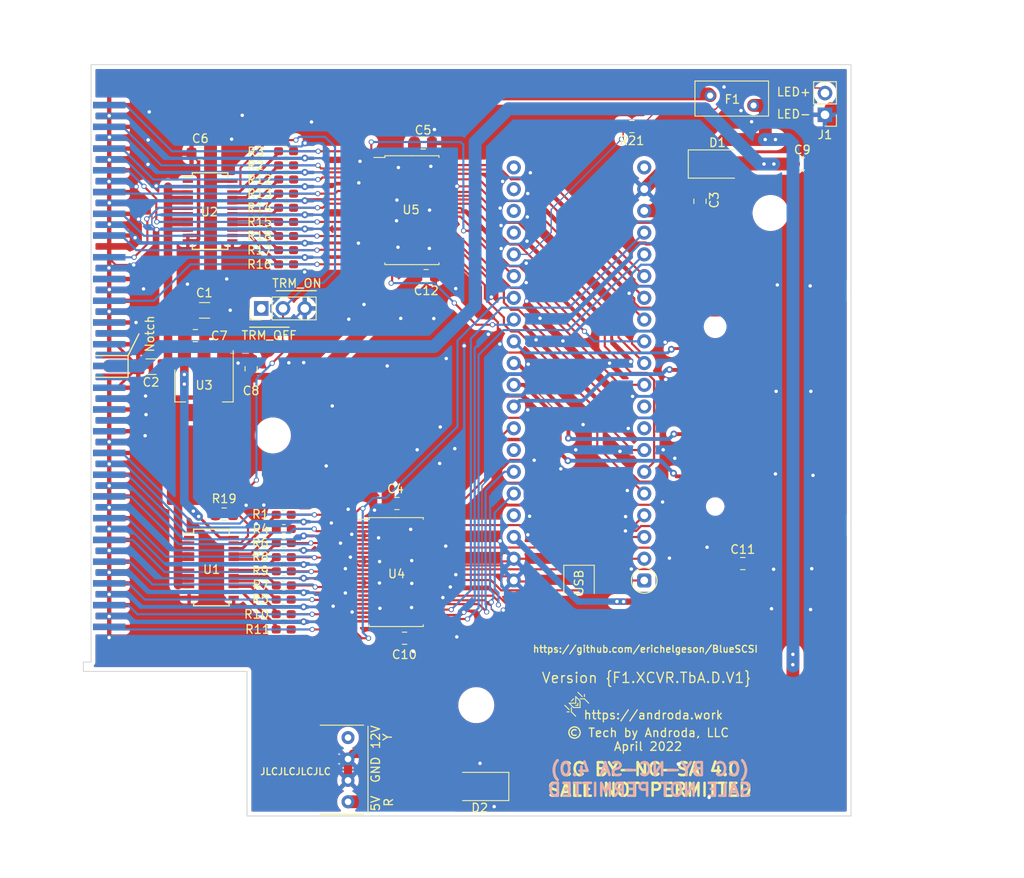
<source format=kicad_pcb>
(kicad_pcb (version 20211014) (generator pcbnew)
  (layers (0 "F.Cu" signal) (31 "B.Cu" signal) (34 "B.Paste" user) (35 "F.Paste" user) (36 "B.SilkS" user "B.Silkscreen") (37 "F.SilkS" user "F.Silkscreen") (38 "B.Mask" user) (39 "F.Mask" user) (44 "Edge.Cuts" user))
  (net 0 "")
  (net 1 "GND")
  (net 2 "+2V8")
  (net 3 "+5V")
  (net 4 "SD_CS")
  (net 5 "SD_CLK")
  (net 6 "SD_MISO")
  (net 7 "SD_MOSI")
  (net 8 "ATN")
  (net 9 "BSY")
  (net 10 "DBP")
  (net 11 "ACK")
  (net 12 "RST")
  (net 13 "MSG")
  (net 14 "SEL")
  (net 15 "CD")
  (net 16 "REQ")
  (net 17 "IO")
  (net 18 "DB7")
  (net 19 "DB6")
  (net 20 "DB5")
  (net 21 "DB4")
  (net 22 "DB3")
  (net 23 "DB2")
  (net 24 "DB1")
  (net 25 "DB0")
  (net 26 "+3V3")
  (net 27 "Net-(R1-Pad1)")
  (net 28 "Net-(R4-Pad1)")
  (net 29 "Net-(R5-Pad1)")
  (net 30 "Net-(R6-Pad1)")
  (net 31 "Net-(R7-Pad1)")
  (net 32 "Net-(R8-Pad1)")
  (net 33 "Net-(R9-Pad1)")
  (net 34 "Net-(U2-Pad1)")
  (net 35 "+5VP")
  (net 36 "+5F")
  (net 37 "DB4T")
  (net 38 "DB5T")
  (net 39 "DB6T")
  (net 40 "DB7T")
  (net 41 "ATNT")
  (net 42 "BSYT")
  (net 43 "ACKT")
  (net 44 "DBPT")
  (net 45 "RSTT")
  (net 46 "MSGT")
  (net 47 "SELT")
  (net 48 "CDT")
  (net 49 "REQT")
  (net 50 "IOT")
  (net 51 "DB0T")
  (net 52 "DB1T")
  (net 53 "DB3T")
  (net 54 "DB2T")
  (net 55 "Net-(J3-Pad20)")
  (net 56 "Net-(J3-Pad22)")
  (net 57 "Net-(J3-Pad24)")
  (net 58 "Net-(J3-Pad25)")
  (net 59 "Net-(J3-Pad28)")
  (net 60 "Net-(J3-Pad30)")
  (net 61 "Net-(J3-Pad34)")
  (net 62 "Net-(J4-Pad4)")
  (net 63 "Net-(R10-Pad1)")
  (net 64 "Net-(R11-Pad1)")
  (net 65 "Net-(U1-Pad1)")
  (net 66 "Net-(R2-Pad1)")
  (net 67 "Net-(R3-Pad1)")
  (net 68 "Net-(R12-Pad2)")
  (net 69 "Net-(R13-Pad2)")
  (net 70 "Net-(R14-Pad2)")
  (net 71 "Net-(R15-Pad2)")
  (net 72 "Net-(R16-Pad2)")
  (net 73 "Net-(R17-Pad2)")
  (net 74 "Net-(R18-Pad2)")
  (net 75 "Net-(J1-Pad2)")
  (net 76 "BP_TATr")
  (net 77 "DBPTr")
  (net 78 "BP_INTr")
  (net 79 "Net-(D2-Pad2)")
  (net 80 "Net-(SD1-Pad11)")
  (net 81 "Net-(SD1-Pad3)")
  (net 82 "Net-(SD1-Pad2)")
  (net 83 "Net-(SD1-Pad1)")
  (net 84 "Net-(J2-Pad2)")
  (net 85 "Net-(J2-Pad1)")
  (net 86 "Net-(BP2-Pad8)")
  (net 87 "Net-(BP2-Pad9)")
  (net 88 "Net-(BP2-Pad20)")
  (net 89 "Net-(BP2-Pad21)")
  (net 90 "Net-(BP2-Pad22)")
  (net 91 "Net-(BP2-Pad23)")
  (net 92 "Net-(BP2-Pad24)")
  (net 93 "Net-(BP2-Pad25)")
  (net 94 "Net-(BP2-Pad34)")
  (net 95 "Net-(BP2-Pad37)")
  (footprint "CustomFootprints:SCSI50_EdgeConn" (layer "F.Cu") (at 107.01782 58.36412)
    (fp_text reference "J3" hide)
    (fp_text value "SCSI_50Pin")
  )
  (footprint "Resistor_SMD:R_0603_1608Metric_Pad1.05x0.95mm_HandSolder" (layer "F.Cu") (at 127.41278 119.68988)
    (fp_text reference "R6")
    (fp_text value "R")
  )
  (footprint "Resistor_SMD:R_0603_1608Metric_Pad1.05x0.95mm_HandSolder" (layer "F.Cu") (at 127.41278 118.03888)
    (fp_text reference "R4")
    (fp_text value "R")
  )
  (footprint "Resistor_SMD:R_0603_1608Metric_Pad1.05x0.95mm_HandSolder" (layer "F.Cu") (at 127.39878 126.29388)
    (fp_text reference "R5")
    (fp_text value "R")
  )
  (footprint "Resistor_SMD:R_0603_1608Metric_Pad1.05x0.95mm_HandSolder" (layer "F.Cu") (at 127.39878 128.00838)
    (fp_text reference "R10")
    (fp_text value "R")
  )
  (footprint "Resistor_SMD:R_0603_1608Metric_Pad1.05x0.95mm_HandSolder" (layer "F.Cu") (at 127.41278 124.64288)
    (fp_text reference "R7")
    (fp_text value "R")
  )
  (footprint "Resistor_SMD:R_0603_1608Metric_Pad1.05x0.95mm_HandSolder" (layer "F.Cu") (at 127.41278 121.34088)
    (fp_text reference "R8")
    (fp_text value "R")
  )
  (footprint "Resistor_SMD:R_0603_1608Metric_Pad1.05x0.95mm_HandSolder" (layer "F.Cu") (at 127.39878 116.38788)
    (fp_text reference "R1")
    (fp_text value "R")
  )
  (footprint "Resistor_SMD:R_0603_1608Metric_Pad1.05x0.95mm_HandSolder" (layer "F.Cu") (at 127.39878 129.78638)
    (fp_text reference "R11")
    (fp_text value "R")
  )
  (footprint "Resistor_SMD:R_0603_1608Metric_Pad1.05x0.95mm_HandSolder" (layer "F.Cu") (at 127.41278 122.99188)
    (fp_text reference "R9")
    (fp_text value "R")
  )
  (footprint "CustomFootprints:BergFloppy_RightAngle" (layer "F.Cu") (at 140.04418 146.17446 -90)
    (fp_text reference "J4" hide)
    (fp_text value "BergFloppy")
  )
  (footprint "MountingHole:MountingHole_3.2mm_M3" (layer "F.Cu") (at 149.90064 138.62812)
    (fp_text reference "REF**" hide)
    (fp_text value "MountingHole_3.2mm_M3")
  )
  (footprint "MountingHole:MountingHole_3.2mm_M3" (layer "F.Cu") (at 126.13894 107.11688)
    (fp_text reference "REF**" hide)
    (fp_text value "MountingHole_3.2mm_M3")
  )
  (footprint "MountingHole:MountingHole_3.2mm_M3" (layer "F.Cu") (at 184.27954 81.1276)
    (fp_text reference "REF**" hide)
    (fp_text value "MountingHole_3.2mm_M3")
  )
  (footprint "Capacitor_SMD:C_1206_3216Metric_Pad1.42x1.75mm_HandSolder" (layer "F.Cu") (at 118.15158 92.5068)
    (fp_text reference "C1")
    (fp_text value "20uF")
  )
  (footprint "Capacitor_SMD:C_1206_3216Metric_Pad1.42x1.75mm_HandSolder" (layer "F.Cu") (at 111.89876 99.08286 180)
    (fp_text reference "C2")
    (fp_text value "20uF")
  )
  (footprint "Resistor_SMD:R_0603_1608Metric_Pad1.05x0.95mm_HandSolder" (layer "F.Cu") (at 127.67942 73.91654)
    (fp_text reference "R3")
    (fp_text value "R")
  )
  (footprint "Resistor_SMD:R_0603_1608Metric_Pad1.05x0.95mm_HandSolder" (layer "F.Cu") (at 127.67942 75.56754)
    (fp_text reference "R2")
    (fp_text value "R")
  )
  (footprint "Resistor_SMD:R_0603_1608Metric_Pad1.05x0.95mm_HandSolder" (layer "F.Cu") (at 127.67942 83.82254 180)
    (fp_text reference "R18")
    (fp_text value "R")
  )
  (footprint "Resistor_SMD:R_0603_1608Metric_Pad1.05x0.95mm_HandSolder" (layer "F.Cu") (at 127.67942 85.47354 180)
    (fp_text reference "R17")
    (fp_text value "R")
  )
  (footprint "Resistor_SMD:R_0603_1608Metric_Pad1.05x0.95mm_HandSolder" (layer "F.Cu") (at 127.67942 87.12454 180)
    (fp_text reference "R16")
    (fp_text value "R")
  )
  (footprint "Resistor_SMD:R_0603_1608Metric_Pad1.05x0.95mm_HandSolder" (layer "F.Cu") (at 127.67942 82.17154 180)
    (fp_text reference "R15")
    (fp_text value "R")
  )
  (footprint "Resistor_SMD:R_0603_1608Metric_Pad1.05x0.95mm_HandSolder" (layer "F.Cu") (at 127.67942 80.52054 180)
    (fp_text reference "R14")
    (fp_text value "R")
  )
  (footprint "Resistor_SMD:R_0603_1608Metric_Pad1.05x0.95mm_HandSolder" (layer "F.Cu") (at 127.67942 78.86954 180)
    (fp_text reference "R13")
    (fp_text value "R")
  )
  (footprint "Resistor_SMD:R_0603_1608Metric_Pad1.05x0.95mm_HandSolder" (layer "F.Cu") (at 127.69342 77.21854 180)
    (fp_text reference "R12")
    (fp_text value "R")
  )
  (footprint "Package_TO_SOT_SMD:SOT-223-3_TabPin2" (layer "F.Cu") (at 118.09322 101.29692 -90)
    (fp_text reference "U3")
    (fp_text value "AMS1117CD-2.85")
  )
  (footprint "Package_SO:SSOP-24_3.9x8.7mm_P0.635mm" (layer "F.Cu") (at 118.80342 80.90154)
    (fp_text reference "U2")
    (fp_text value "SN74CBTD3861DBQR")
  )
  (footprint "Package_SO:SSOP-24_3.9x8.7mm_P0.635mm" (layer "F.Cu") (at 118.95328 122.54738)
    (fp_text reference "U1")
    (fp_text value "SN74CBTD3861DBQR")
  )
  (footprint "CustomFootprints:Fuse_BelFuse_0ZRE0005FF_L8.3mm_W3.8mm" (layer "F.Cu") (at 182.29834 68.55968 180)
    (fp_text reference "F1")
    (fp_text value "Polyfuse")
  )
  (footprint "Capacitor_SMD:C_0805_2012Metric_Pad1.15x1.40mm_HandSolder" (layer "F.Cu") (at 176.0347 79.75854 -90)
    (fp_text reference "C3")
    (fp_text value "4.7uF")
  )
  (footprint "CustomFootprints:SpaceshipBug" (layer "F.Cu") (at 161.2646 135.34898)
    (fp_text reference "REF**" hide)
    (fp_text value "SpaceshipBug" hide)
  )
  (footprint "Package_SO:TSSOP-48_6.1x12.5mm_P0.5mm" (layer "F.Cu") (at 140.54484 123.08072)
    (fp_text reference "U4")
    (fp_text value "SN74ALVTH162245VR")
  )
  (footprint "Package_SO:TSSOP-48_6.1x12.5mm_P0.5mm" (layer "F.Cu") (at 142.38732 80.80248)
    (fp_text reference "U5")
    (fp_text value "SN74ALVTH162245VR")
  )
  (footprint "Capacitor_SMD:C_0805_2012Metric_Pad1.15x1.40mm_HandSolder" (layer "F.Cu") (at 140.62572 115.07216)
    (fp_text reference "C4")
    (fp_text value "0.1uF")
  )
  (footprint "Capacitor_SMD:C_0805_2012Metric_Pad1.15x1.40mm_HandSolder" (layer "F.Cu") (at 143.69658 72.95388)
    (fp_text reference "C5")
    (fp_text value "0.1uF")
  )
  (footprint "Resistor_SMD:R_0805_2012Metric_Pad1.15x1.40mm_HandSolder" (layer "F.Cu") (at 120.45304 116.30406 180)
    (fp_text reference "R19")
    (fp_text value "5k+")
  )
  (footprint "Connector_PinHeader_2.54mm:PinHeader_1x02_P2.54mm_Vertical" (layer "F.Cu") (at 190.64224 69.659499 180)
    (fp_text reference "J1")
    (fp_text value "Conn_01x02_Male")
  )
  (footprint "Resistor_SMD:R_0805_2012Metric_Pad1.15x1.40mm_HandSolder" (layer "F.Cu") (at 168.08312 71.0311 180)
    (fp_text reference "R21")
    (fp_text value "R")
  )
  (footprint "Capacitor_SMD:C_0805_2012Metric_Pad1.15x1.40mm_HandSolder" (layer "F.Cu") (at 117.66042 74.2061 180)
    (fp_text reference "C6")
    (fp_text value "0.1uF")
  )
  (footprint "Capacitor_SMD:C_0805_2012Metric_Pad1.15x1.40mm_HandSolder" (layer "F.Cu") (at 117.085001 95.45574)
    (fp_text reference "C7")
    (fp_text value "0.1uF")
  )
  (footprint "Capacitor_SMD:C_0805_2012Metric_Pad1.15x1.40mm_HandSolder" (layer "F.Cu") (at 123.5964 99.32808 90)
    (fp_text reference "C8")
    (fp_text value "0.1uF")
  )
  (footprint "Capacitor_SMD:C_0805_2012Metric_Pad1.15x1.40mm_HandSolder" (layer "F.Cu") (at 187.99048 75.3999)
    (fp_text reference "C9")
    (fp_text value "4.7uF")
  )
  (footprint "Capacitor_SMD:C_0805_2012Metric_Pad1.15x1.40mm_HandSolder" (layer "F.Cu") (at 141.5198 130.81)
    (fp_text reference "C10")
    (fp_text value "4.7uF")
  )
  (footprint "Capacitor_SMD:C_0805_2012Metric_Pad1.15x1.40mm_HandSolder" (layer "F.Cu") (at 181.03712 122.08764)
    (fp_text reference "C11")
    (fp_text value "4.7uF")
  )
  (footprint "CustomFootprints:SOFNG_SD-001" (layer "F.Cu") (at 167.39108 109.74578 90)
    (fp_text reference "SD1" hide)
    (fp_text value "SOFNG_SD-001")
  )
  (footprint "Diode_SMD:D_SMA" (layer "F.Cu") (at 178.07076 75.41006)
    (fp_text reference "D1")
    (fp_text value "D")
  )
  (footprint "Diode_SMD:D_SMA" (layer "F.Cu") (at 150.30196 148.13026 180)
    (fp_text reference "D2")
    (fp_text value "D")
  )
  (footprint "Connector_PinHeader_2.54mm:PinHeader_1x03_P2.54mm_Vertical" (layer "F.Cu") (at 124.78004 92.28074 90)
    (fp_text reference "J2" hide)
    (fp_text value "Conn_01x03_Male")
  )
  (footprint "Capacitor_SMD:C_0805_2012Metric_Pad1.15x1.40mm_HandSolder" (layer "F.Cu") (at 144.04202 88.44788)
    (fp_text reference "C12")
    (fp_text value "4.7uF")
  )
  (footprint "CustomFootprints:BluePillModule" (layer "F.Cu") (at 161.90468 126.60376 180)
    (fp_text reference "BP2" hide)
    (fp_text value "F1_Footprint")
  )
  (gr_line (start 126.53264 90.21064) (end 131.20116 90.21064) (layer "F.SilkS") (width 0.15))
  (gr_line (start 110.49 95.25) (end 109.22 97.79) (layer "F.SilkS") (width 0.15))
  (gr_line (start 105.41 97.79) (end 109.22 97.79) (layer "F.SilkS") (width 0.15))
  (gr_line (start 123.4313 94.47022) (end 128.03632 94.47022) (layer "F.SilkS") (width 0.15))
  (gr_line (start 105.41 100.33) (end 109.22 100.33) (layer "F.SilkS") (width 0.15))
  (gr_line (start 109.22 100.33) (end 109.22 97.79) (layer "F.SilkS") (width 0.15))
  (gr_line (start 123.12142 151.5745) (end 140.716 151.5745) (layer "Edge.Cuts") (width 0.1))
  (gr_line (start 104.89946 133.60146) (end 104.00284 133.60146) (layer "Edge.Cuts") (width 0.1))
  (gr_line (start 104.00284 134.68604) (end 123.12142 134.68604) (layer "Edge.Cuts") (width 0.1))
  (gr_line (start 123.12142 134.68604) (end 123.12142 151.5745) (layer "Edge.Cuts") (width 0.1))
  (gr_line (start 104.00284 133.60146) (end 104.00284 134.68604) (layer "Edge.Cuts") (width 0.1))
  (gr_line (start 104.89946 133.60146) (end 104.9 63.79972) (layer "Edge.Cuts") (width 0.1))
  (gr_line (start 104.9 63.79972) (end 193.68516 63.79972) (layer "Edge.Cuts") (width 0.1))
  (gr_line (start 193.68516 151.5745) (end 140.716 151.5745) (layer "Edge.Cuts") (width 0.1))
  (gr_line (start 193.68516 151.5745) (end 193.68516 63.79972) (layer "Edge.Cuts") (width 0.1))
  (gr_text "(CC BY-NC-SA 4.0)\nSALE NOT PERMITTED\n" (at 170.18 147.32) (layer "B.SilkS") (effects (font (size 1.5 1.5) (thickness 0.3)) (justify mirror)))
  (gr_text "TRM_ON" (at 128.9431 89.34958) (layer "F.SilkS") (effects (font (size 1 1))))
  (gr_text "Notch" (at 111.76 95.25 90) (layer "F.SilkS") (effects (font (size 1 1))))
  (gr_text "TRM_OFF" (at 125.69952 95.4278) (layer "F.SilkS") (effects (font (size 1 1))))
  (gr_text "LED-" (at 186.9948 69.57568) (layer "F.SilkS") (effects (font (size 1 1))))
  (gr_text "https://androda.work" (at 170.5864 139.77874) (layer "F.SilkS") (effects (font (size 1 1))))
  (gr_text "© Tech by Androda, LLC\nApril 2022" (at 169.97172 142.65402) (layer "F.SilkS") (effects (font (size 1 1))))
  (gr_text "LED+" (at 186.9948 66.98996) (layer "F.SilkS") (effects (font (size 1 1))))
  (gr_text "Version {F1.XCVR.TbA.D.V1}" (at 169.78376 135.43534) (layer "F.SilkS") (effects (font (size 1.2 1.2))))
  (gr_text "(CC BY-NC-SA 4.0)\nSALE NOT PERMITTED\n" (at 170.18 147.32) (layer "F.SilkS") (effects (font (size 1.5 1.5) (thickness 0.3))))
  (gr_text "JLCJLCJLCJLC" (at 128.78308 146.38274) (layer "F.SilkS") (effects (font (size 0.8 0.8))))
  (gr_text "https://github.com/erichelgeson/BlueSCSI" (at 169.65676 132.08) (layer "F.SilkS") (effects (font (size 0.8 0.8))))
  (segment (start 136.17956 77.60462) (end 136.17956 77.60462) (width 0.25) (layer "F.Cu") (net 1))
  (segment (start 136.13384 84.65312) (end 136.13384 84.65312) (width 0.25) (layer "F.Cu") (net 1))
  (segment (start 144.75968 75.05954) (end 144.75968 76.0603) (width 0.4) (layer "F.Cu") (net 1))
  (segment (start 144.615461 87.154459) (end 144.615461 87.878359) (width 0.4) (layer "F.Cu") (net 1))
  (segment (start 125.82652 88.93302) (end 128.06645 88.93302) (width 0.25) (layer "F.Cu") (net 1))
  (segment (start 125.57252 88.93302) (end 125.82652 88.93302) (width 0.25) (layer "F.Cu") (net 1))
  (segment (start 110.57128 81.85404) (end 110.57128 81.85404) (width 0.25) (layer "F.Cu") (net 1))
  (segment (start 112.56264 83.07578) (end 112.56264 83.07578) (width 0.25) (layer "F.Cu") (net 1))
  (segment (start 110.16742 78.05674) (end 110.19028 78.03388) (width 0.25) (layer "F.Cu") (net 1))
  (segment (start 109.87786 87.20074) (end 109.87786 87.20074) (width 0.25) (layer "F.Cu") (net 1))
  (segment (start 110.04042 84.02066) (end 110.04042 84.02066) (width 0.25) (layer "F.Cu") (net 1))
  (segment (start 110.15218 93.92412) (end 110.16488 93.92412) (width 0.25) (layer "F.Cu") (net 1))
  (segment (start 111.6965 69.32168) (end 111.6965 69.32168) (width 0.25) (layer "F.Cu") (net 1))
  (segment (start 111.56696 72.5932) (end 111.56696 72.5932) (width 0.25) (layer "F.Cu") (net 1))
  (segment (start 111.55172 75.44816) (end 111.55172 75.44816) (width 0.25) (layer "F.Cu") (net 1))
  (segment (start 112.5093 77.96784) (end 112.5093 77.96784) (width 0.25) (layer "F.Cu") (net 1))
  (segment (start 107.01782 110.45698) (end 107.01782 110.45698) (width 0.25) (layer "F.Cu") (net 1))
  (segment (start 107.01782 110.45698) (end 107.01782 107.86618) (width 0.25) (layer "F.Cu") (net 1))
  (segment (start 107.01782 112.9919) (end 107.01782 110.45698) (width 0.25) (layer "F.Cu") (net 1))
  (segment (start 107.01782 115.5319) (end 107.01782 112.9919) (width 0.25) (layer "F.Cu") (net 1))
  (segment (start 107.01782 118.03126) (end 107.01782 115.5319) (width 0.25) (layer "F.Cu") (net 1))
  (segment (start 107.01782 120.5611) (end 107.01782 118.03126) (width 0.25) (layer "F.Cu") (net 1))
  (segment (start 107.01782 123.11888) (end 107.01782 120.5611) (width 0.25) (layer "F.Cu") (net 1))
  (segment (start 107.01782 125.68428) (end 107.01782 123.11888) (width 0.25) (layer "F.Cu") (net 1))
  (segment (start 107.01782 128.26492) (end 107.01782 125.68428) (width 0.25) (layer "F.Cu") (net 1))
  (segment (start 171.96181 96.22917) (end 172.52696 95.66402) (width 0.33) (layer "F.Cu") (net 1))
  (segment (start 172.03547 100.58019) (end 171.32046 99.86518) (width 0.33) (layer "F.Cu") (net 1))
  (segment (start 172.91304 108.2167) (end 172.91304 108.2167) (width 0.33) (layer "F.Cu") (net 1))
  (segment (start 172.99432 110.43412) (end 172.99432 110.43412) (width 0.33) (layer "F.Cu") (net 1))
  (segment (start 151.31034 95.29318) (end 151.4348 95.16872) (width 0.25) (layer "F.Cu") (net 1))
  (segment (start 148.4884 96.647) (end 149.95652 96.647) (width 0.25) (layer "F.Cu") (net 1))
  (segment (start 151.1681 97.80524) (end 151.1681 97.80524) (width 0.25) (layer "F.Cu") (net 1))
  (segment (start 147.62734 130.64998) (end 148.05406 130.64998) (width 0.25) (layer "F.Cu") (net 1))
  (segment (start 153.12517 127.55499) (end 153.16708 127.51308) (width 0.25) (layer "F.Cu") (net 1))
  (segment (start 142.71752 123.12396) (end 142.64132 123.04776) (width 0.25) (layer "F.Cu") (net 1))
  (segment (start 139.94892 79.52232) (end 139.94892 79.52232) (width 0.25) (layer "F.Cu") (net 1))
  (segment (start 140.26642 74.73696) (end 140.26642 74.73696) (width 0.25) (layer "F.Cu") (net 1))
  (segment (start 144.94002 93.46184) (end 144.94002 93.46184) (width 0.25) (layer "F.Cu") (net 1))
  (segment (start 122.12066 98.30308) (end 120.54938 98.30308) (width 1.5) (layer "F.Cu") (net 1))
  (segment (start 121.18848 92.5068) (end 119.63908 92.5068) (width 0.25) (layer "F.Cu") (net 1))
  (segment (start 174.51578 70.71868) (end 174.40402 70.71868) (width 1.5) (layer "F.Cu") (net 1))
  (segment (start 156.665919 110.013761) (end 156.665919 110.013761) (width 0.33) (layer "F.Cu") (net 1))
  (segment (start 184.9323 101.96578) (end 188.99122 101.96578) (width 1.5) (layer "F.Cu") (net 1))
  (segment (start 188.99122 101.96578) (end 190.6321 101.96578) (width 1.5) (layer "F.Cu") (net 1))
  (segment (start 156.8831 95.9485) (end 156.82976 95.89516) (width 0.25) (layer "F.Cu") (net 1))
  (segment (start 151.6634 90.94724) (end 151.6634 91.1733) (width 0.25) (layer "F.Cu") (net 1))
  (segment (start 152.81148 85.28304) (end 152.81148 85.28304) (width 0.25) (layer "F.Cu") (net 1))
  (segment (start 152.79116 82.5881) (end 152.79116 82.5881) (width 0.25) (layer "F.Cu") (net 1))
  (segment (start 152.98166 77.44206) (end 152.98166 77.44206) (width 0.25) (layer "F.Cu") (net 1))
  (segment (start 138.46022 124.33072) (end 138.46022 124.33072) (width 0.25) (layer "F.Cu") (net 1))
  (segment (start 148.44014 127.78232) (end 148.44014 127.78232) (width 0.25) (layer "F.Cu") (net 1))
  (segment (start 107.01782 107.86618) (end 107.01782 101.54412) (width 0.25) (layer "F.Cu") (net 1))
  (segment (start 166.21252 108.8898) (end 164.82314 107.50042) (width 0.25) (layer "F.Cu") (net 1))
  (segment (start 172.570056 110.43412) (end 172.175979 110.828197) (width 0.33) (layer "F.Cu") (net 1))
  (segment (start 175.01108 101.96578) (end 173.883978 101.96578) (width 0.33) (layer "F.Cu") (net 1))
  (segment (start 136.70846 76.55248) (end 136.698646 76.562294) (width 0.25) (layer "F.Cu") (net 1))
  (segment (start 172.99432 110.43412) (end 172.04944 110.43412) (width 0.25) (layer "F.Cu") (net 1))
  (segment (start 135.50518 123.79706) (end 135.53884 123.83072) (width 0.25) (layer "F.Cu") (net 1))
  (segment (start 138.67482 80.55248) (end 140.32376 80.55248) (width 0.25) (layer "F.Cu") (net 1))
  (segment (start 138.54617 81.07747) (end 136.46217 81.07747) (width 0.25) (layer "F.Cu") (net 1))
  (segment (start 144.61889 122.30565) (end 153.49771 122.30565) (width 0.25) (layer "F.Cu") (net 1))
  (segment (start 154.39898 124.17806) (end 154.28468 124.06376) (width 0.25) (layer "F.Cu") (net 1))
  (segment (start 107.01782 83.76412) (end 109.78388 83.76412) (width 0.25) (layer "F.Cu") (net 1))
  (segment (start 191.31108 102.64476) (end 191.31108 90.25578) (width 1.5) (layer "F.Cu") (net 1))
  (segment (start 153.6827 122.12066) (end 154.2796 121.52376) (width 0.25) (layer "F.Cu") (net 1))
  (segment (start 146.09982 79.05248) (end 144.66056 79.05248) (width 0.25) (layer "F.Cu") (net 1))
  (segment (start 130.640262 120.54586) (end 129.7305 120.54586) (width 0.25) (layer "F.Cu") (net 1))
  (segment (start 146.66468 124.82576) (end 146.51482 124.6759) (width 0.25) (layer "F.Cu") (net 1))
  (segment (start 133.44398 118.85422) (end 133.44398 118.87962) (width 0.25) (layer "F.Cu") (net 1))
  (segment (start 151.999122 93.46184) (end 150.98776 93.46184) (width 0.25) (layer "F.Cu") (net 1))
  (segment (start 142.4488 127.33072) (end 142.3416 127.22352) (width 0.25) (layer "F.Cu") (net 1))
  (segment (start 148.12518 96.647) (end 148.4884 96.647) (width 0.25) (layer "F.Cu") (net 1))
  (segment (start 168.387039 89.169519) (end 168.871281 89.653761) (width 0.25) (layer "F.Cu") (net 1))
  (segment (start 150.18258 78.04658) (end 152.68956 80.55356) (width 0.25) (layer "F.Cu") (net 1))
  (segment (start 137.18794 127.84074) (end 138.33602 127.84074) (width 0.25) (layer "F.Cu") (net 1))
  (segment (start 191.31108 75.21276) (end 191.31108 68.96182) (width 1.5) (layer "F.Cu") (net 1))
  (segment (start 136.83234 127.83072) (end 135.47612 127.83072) (width 0.25) (layer "F.Cu") (net 1))
  (segment (start 175.01108 101.96578) (end 184.9323 101.96578) (width 1.5) (layer "F.Cu") (net 1))
  (segment (start 136.83234 121.83072) (end 135.68896 121.83072) (width 0.25) (layer "F.Cu") (net 1))
  (segment (start 129.7305 123.79706) (end 131.12242 123.79706) (width 0.25) (layer "F.Cu") (net 1))
  (segment (start 110.03788 71.06412) (end 111.56696 72.5932) (width 0.25) (layer "F.Cu") (net 1))
  (segment (start 144.25734 118.33072) (end 144.29512 118.33072) (width 0.25) (layer "F.Cu") (net 1))
  (segment (start 136.83234 122.33072) (end 138.9601 122.33072) (width 0.25) (layer "F.Cu") (net 1))
  (segment (start 138.67482 81.05248) (end 138.57116 81.05248) (width 0.25) (layer "F.Cu") (net 1))
  (segment (start 135.51598 118.83072) (end 135.35406 118.6688) (width 0.25) (layer "F.Cu") (net 1))
  (segment (start 129.7305 123.79706) (end 131.88696 123.79706) (width 0.25) (layer "F.Cu") (net 1))
  (segment (start 172.175979 115.147681) (end 174.584078 117.55578) (width 0.33) (layer "F.Cu") (net 1))
  (segment (start 144.25734 128.83072) (end 144.25734 129.13048) (width 0.25) (layer "F.Cu") (net 1))
  (segment (start 131.9784 124.06122) (end 135.30834 124.06122) (width 0.45) (layer "F.Cu") (net 1))
  (segment (start 155.98394 124.17806) (end 154.39898 124.17806) (width 0.25) (layer "F.Cu") (net 1))
  (segment (start 144.2598 117.33072) (end 144.3355 117.25502) (width 0.25) (layer "F.Cu") (net 1))
  (segment (start 170.653059 112.513761) (end 168.967599 112.513761) (width 0.25) (layer "F.Cu") (net 1))
  (segment (start 116.35328 125.40488) (end 115.421358 125.40488) (width 0.25) (layer "F.Cu") (net 1))
  (segment (start 170.59402 115.22202) (end 168.16324 115.22202) (width 0.25) (layer "F.Cu") (net 1))
  (segment (start 192.20832 125.839219) (end 192.93586 125.111679) (width 0.33) (layer "F.Cu") (net 1))
  (segment (start 132.78358 82.99196) (end 133.07822 82.69732) (width 0.25) (layer "F.Cu") (net 1))
  (segment (start 121.18848 92.5068) (end 121.18848 92.5068) (width 0.25) (layer "F.Cu") (net 1))
  (segment (start 136.83234 124.33072) (end 138.46022 124.33072) (width 0.25) (layer "F.Cu") (net 1))
  (segment (start 186.59398 117.55578) (end 182.06212 122.08764) (width 0.33) (layer "F.Cu") (net 1))
  (segment (start 111.958562 77.96784) (end 112.5093 77.96784) (width 0.25) (layer "F.Cu") (net 1))
  (segment (start 129.7305 118.85422) (end 131.85648 118.85422) (width 0.25) (layer "F.Cu") (net 1))
  (segment (start 149.83518 76.55248) (end 149.84084 76.55814) (width 0.25) (layer "F.Cu") (net 1))
  (segment (start 169.7482 84.73694) (end 169.660021 84.648761) (width 0.4) (layer "F.Cu") (net 1))
  (segment (start 144.25734 122.33072) (end 142.46936 122.33072) (width 0.25) (layer "F.Cu") (net 1))
  (segment (start 144.25734 117.33072) (end 144.2598 117.33072) (width 0.25) (layer "F.Cu") (net 1))
  (segment (start 157.020281 115.253759) (end 157.060281 115.293759) (width 0.33) (layer "F.Cu") (net 1))
  (segment (start 136.83234 119.33072) (end 136.01598 119.33072) (width 0.25) (layer "F.Cu") (net 1))
  (segment (start 189.01548 75.3999) (end 191.12394 75.3999) (width 1.5) (layer "F.Cu") (net 1))
  (segment (start 133.11632 81.34096) (end 133.66496 80.79232) (width 0.25) (layer "F.Cu") (net 1))
  (segment (start 148.08092 80.55248) (end 148.51761 80.98917) (width 0.25) (layer "F.Cu") (net 1))
  (segment (start 160.67024 108.79836) (end 161.52368 108.79836) (width 0.142) (layer "F.Cu") (net 1))
  (segment (start 129.7305 125.4887) (end 131.80568 125.4887) (width 0.25) (layer "F.Cu") (net 1))
  (segment (start 107.01782 96.46412) (end 107.79252 96.46412) (width 0.33) (layer "F.Cu") (net 1))
  (segment (start 144.25734 123.83072) (end 142.70292 123.83072) (width 0.25) (layer "F.Cu") (net 1))
  (segment (start 152.65908 96.44634) (end 152.420481 96.207741) (width 0.25) (layer "F.Cu") (net 1))
  (segment (start 176.0347 80.78354) (end 176.0347 82.59318) (width 0.4) (layer "F.Cu") (net 1))
  (segment (start 144.75968 71.4502) (end 144.75968 75.05954) (width 0.4) (layer "F.Cu") (net 1))
  (segment (start 107.01782 86.30412) (end 107.01782 86.43874) (width 0.25) (layer "F.Cu") (net 1))
  (segment (start 191.31108 109.06424) (end 191.31108 102.64476) (width 1.5) (layer "F.Cu") (net 1))
  (segment (start 164.82314 107.50042) (end 164.82314 103.88854) (width 0.25) (layer "F.Cu") (net 1))
  (segment (start 168.08958 96.395742) (end 168.08958 96.00184) (width 0.25) (layer "F.Cu") (net 1))
  (segment (start 171.82592 107.12958) (end 171.82592 100.78974) (width 0.33) (layer "F.Cu") (net 1))
  (segment (start 146.21392 118.468891) (end 145.833671 118.84914) (width 0.25) (layer "F.Cu") (net 1))
  (segment (start 150.456249 89.742117) (end 150.456249 92.228051) (width 0.25) (layer "F.Cu") (net 1))
  (segment (start 109.94136 81.22412) (end 110.57128 81.85404) (width 0.25) (layer "F.Cu") (net 1))
  (segment (start 129.75082 120.56618) (end 129.7305 120.54586) (width 0.25) (layer "F.Cu") (net 1))
  (segment (start 146.09982 75.05248) (end 146.09982 74.65666) (width 0.25) (layer "F.Cu") (net 1))
  (segment (start 146.09982 79.05248) (end 146.168931 79.121591) (width 0.25) (layer "F.Cu") (net 1))
  (segment (start 129.7305 125.4887) (end 135.04418 125.4887) (width 0.25) (layer "F.Cu") (net 1))
  (segment (start 142.91552 124.83072) (end 142.71498 124.63018) (width 0.25) (layer "F.Cu") (net 1))
  (segment (start 146.09982 77.05248) (end 144.4336 77.05248) (width 0.25) (layer "F.Cu") (net 1))
  (segment (start 138.67482 80.55248) (end 138.78668 80.55248) (width 0.25) (layer "F.Cu") (net 1))
  (segment (start 136.83234 123.83072) (end 138.46874 123.83072) (width 0.25) (layer "F.Cu") (net 1))
  (segment (start 145.28392 115.77066) (end 141.44498 115.77066) (width 0.25) (layer "F.Cu") (net 1))
  (segment (start 192.93586 125.111679) (end 192.93586 119.18056) (width 0.33) (layer "F.Cu") (net 1))
  (segment (start 150.456249 92.228051) (end 150.3426 92.3417) (width 0.25) (layer "F.Cu") (net 1))
  (segment (start 129.87274 82.99196) (end 132.78358 82.99196) (width 0.25) (layer "F.Cu") (net 1))
  (segment (start 138.67482 82.55248) (end 140.53064 82.55248) (width 0.25) (layer "F.Cu") (net 1))
  (segment (start 145.96562 75.05248) (end 145.95856 75.05954) (width 0.25) (layer "F.Cu") (net 1))
  (segment (start 147.74926 82.45348) (end 147.5613 82.64144) (width 0.25) (layer "F.Cu") (net 1))
  (segment (start 134.16026 79.52232) (end 130.04038 79.52232) (width 0.25) (layer "F.Cu") (net 1))
  (segment (start 190.64224 69.659499) (end 188.142879 69.659499) (width 0.25) (layer "F.Cu") (net 1))
  (segment (start 116.20342 84.39404) (end 117.21592 84.39404) (width 0.4) (layer "F.Cu") (net 1))
  (segment (start 145.074438 127.33072) (end 145.838619 128.094901) (width 0.25) (layer "F.Cu") (net 1))
  (segment (start 110.44428 81.84642) (end 110.44428 81.661) (width 0.25) (layer "F.Cu") (net 1))
  (segment (start 138.67482 77.05248) (end 140.27246 77.05248) (width 0.25) (layer "F.Cu") (net 1))
  (segment (start 113.17986 74.2061) (end 111.56696 72.5932) (width 0.142) (layer "F.Cu") (net 1))
  (segment (start 136.83234 127.83072) (end 137.17792 127.83072) (width 0.25) (layer "F.Cu") (net 1))
  (segment (start 152.65908 96.44634) (end 152.65908 99.70516) (width 0.142) (layer "F.Cu") (net 1))
  (segment (start 137.15349 119.35571) (end 138.48191 119.35571) (width 0.25) (layer "F.Cu") (net 1))
  (segment (start 145.74505 118.30573) (end 145.833671 118.217109) (width 0.25) (layer "F.Cu") (net 1))
  (segment (start 168.35628 91.577362) (end 168.972679 92.193761) (width 0.25) (layer "F.Cu") (net 1))
  (segment (start 136.83234 124.83072) (end 138.4098 124.83072) (width 0.25) (layer "F.Cu") (net 1))
  (segment (start 107.01782 68.52412) (end 110.89894 68.52412) (width 0.25) (layer "F.Cu") (net 1))
  (segment (start 171.82592 100.78974) (end 172.03547 100.58019) (width 0.33) (layer "F.Cu") (net 1))
  (segment (start 148.868781 115.293759) (end 157.060281 115.293759) (width 0.25) (layer "F.Cu") (net 1))
  (segment (start 169.15892 117.7036) (end 170.14952 117.7036) (width 0.25) (layer "F.Cu") (net 1))
  (segment (start 162.7251 96.25584) (end 162.97656 96.25584) (width 0.25) (layer "F.Cu") (net 1))
  (segment (start 131.97104 124.33072) (end 131.7498 124.10948) (width 0.25) (layer "F.Cu") (net 1))
  (segment (start 112.006879 81.470999) (end 112.006879 82.520019) (width 0.142) (layer "F.Cu") (net 1))
  (segment (start 136.83234 121.33072) (end 138.0998 121.33072) (width 0.25) (layer "F.Cu") (net 1))
  (segment (start 149.81682 79.61376) (end 152.79116 82.5881) (width 0.25) (layer "F.Cu") (net 1))
  (segment (start 146.09982 81.05248) (end 148.4543 81.05248) (width 0.25) (layer "F.Cu") (net 1))
  (segment (start 152.29332 76.55814) (end 152.51938 76.7842) (width 0.25) (layer "F.Cu") (net 1))
  (segment (start 137.22274 122.33072) (end 137.2423 122.31116) (width 0.25) (layer "F.Cu") (net 1))
  (segment (start 138.67482 84.55248) (end 138.008028 84.55248) (width 0.25) (layer "F.Cu") (net 1))
  (segment (start 136.01598 119.33072) (end 135.35406 118.6688) (width 0.25) (layer "F.Cu") (net 1))
  (segment (start 131.60756 117.221) (end 129.7305 117.221) (width 0.25) (layer "F.Cu") (net 1))
  (segment (start 151.65578 126.59868) (end 151.65578 127.41148) (width 0.15) (layer "F.Cu") (net 1))
  (segment (start 171.06138 111.42218) (end 171.06138 112.10544) (width 0.25) (layer "F.Cu") (net 1))
  (segment (start 109.70768 73.60412) (end 111.55172 75.44816) (width 0.25) (layer "F.Cu") (net 1))
  (segment (start 121.40342 89.02796) (end 121.49836 88.93302) (width 0.25) (layer "F.Cu") (net 1))
  (segment (start 159.8041 104.849358) (end 159.8041 107.93222) (width 0.142) (layer "F.Cu") (net 1))
  (segment (start 147.51118 117.0134) (end 149.270821 115.253759) (width 0.33) (layer "F.Cu") (net 1))
  (segment (start 109.78388 83.76412) (end 110.04042 84.02066) (width 0.25) (layer "F.Cu") (net 1))
  (segment (start 136.380848 86.17966) (end 134.9502 86.17966) (width 0.25) (layer "F.Cu") (net 1))
  (segment (start 153.543721 107.598759) (end 152.76322 108.37926) (width 0.15) (layer "F.Cu") (net 1))
  (segment (start 107.77982 87.20074) (end 109.87786 87.20074) (width 0.25) (layer "F.Cu") (net 1))
  (segment (start 148.05406 130.64998) (end 150.03018 130.64998) (width 0.25) (layer "F.Cu") (net 1))
  (segment (start 123.5964 98.30308) (end 122.12066 98.30308) (width 1.5) (layer "F.Cu") (net 1))
  (segment (start 136.83234 123.83072) (end 135.53884 123.83072) (width 0.25) (layer "F.Cu") (net 1))
  (segment (start 144.25734 119.33072) (end 145.352091 119.33072) (width 0.25) (layer "F.Cu") (net 1))
  (segment (start 138.67482 79.55248) (end 140.13148 79.55248) (width 0.25) (layer "F.Cu") (net 1))
  (segment (start 144.615461 86.181639) (end 144.615461 87.154459) (width 0.25) (layer "F.Cu") (net 1))
  (segment (start 132.44068 122.682) (end 132.21208 122.4534) (width 0.25) (layer "F.Cu") (net 1))
  (segment (start 155.73502 89.26576) (end 162.7251 96.25584) (width 0.25) (layer "F.Cu") (net 1))
  (segment (start 144.25734 124.83072) (end 146.86546 124.83072) (width 0.25) (layer "F.Cu") (net 1))
  (segment (start 136.698646 76.562294) (end 137.188832 77.05248) (width 0.25) (layer "F.Cu") (net 1))
  (segment (start 136.83234 118.33072) (end 135.69214 118.33072) (width 0.25) (layer "F.Cu") (net 1))
  (segment (start 135.19404 121.3358) (end 134.79737 120.93913) (width 0.25) (layer "F.Cu") (net 1))
  (segment (start 138.67482 85.05248) (end 140.32034 85.05248) (width 0.25) (layer "F.Cu") (net 1))
  (segment (start 107.95 101.54412) (end 110.41126 99.08286) (width 0.33) (layer "F.Cu") (net 1))
  (segment (start 146.21392 118.31066) (end 147.51118 117.0134) (width 0.33) (layer "F.Cu") (net 1))
  (segment (start 144.25734 121.83072) (end 153.97264 121.83072) (width 0.25) (layer "F.Cu") (net 1))
  (segment (start 129.7305 118.85422) (end 130.64236 118.85422) (width 0.33) (layer "F.Cu") (net 1))
  (segment (start 147.07304 76.55248) (end 148.68964 76.55248) (width 0.25) (layer "F.Cu") (net 1))
  (segment (start 150.15464 78.01864) (end 150.18258 78.04658) (width 0.25) (layer "F.Cu") (net 1))
  (segment (start 152.88768 99.93376) (end 154.888502 99.93376) (width 0.142) (layer "F.Cu") (net 1))
  (segment (start 135.69214 118.33072) (end 135.35406 118.6688) (width 0.25) (layer "F.Cu") (net 1))
  (segment (start 136.98716 80.55248) (end 136.46217 81.07747) (width 0.25) (layer "F.Cu") (net 1))
  (segment (start 144.25734 124.83072) (end 142.91552 124.83072) (width 0.25) (layer "F.Cu") (net 1))
  (segment (start 117.21592 84.39404) (end 117.45722 84.15274) (width 0.4) (layer "F.Cu") (net 1))
  (segment (start 151.104158 126.59868) (end 151.65578 126.59868) (width 0.25) (layer "F.Cu") (net 1))
  (segment (start 144.25734 121.33072) (end 142.76324 121.33072) (width 0.25) (layer "F.Cu") (net 1))
  (segment (start 171.96181 96.22917) (end 170.74388 97.4471) (width 0.25) (layer "F.Cu") (net 1))
  (segment (start 107.01782 129.48412) (end 107.01782 128.26492) (width 0.25) (layer "F.Cu") (net 1))
  (segment (start 138.56018 79.52232) (end 134.16026 79.52232) (width 0.25) (layer "F.Cu") (net 1))
  (segment (start 144.25734 127.33072) (end 142.4488 127.33072) (width 0.25) (layer "F.Cu") (net 1))
  (segment (start 168.35628 91.09964) (end 168.35628 91.577362) (width 0.25) (layer "F.Cu") (net 1))
  (segment (start 144.70234 81.05248) (end 144.44472 80.79486) (width 0.25) (layer "F.Cu") (net 1))
  (segment (start 171.46524 123.56084) (end 171.46524 124.73432) (width 0.25) (layer "F.Cu") (net 1))
  (segment (start 146.3167 126.37516) (end 150.880638 126.37516) (width 0.25) (layer "F.Cu") (net 1))
  (segment (start 185.74766 67.26428) (end 181.69128 67.26428) (width 0.25) (layer "F.Cu") (net 1))
  (segment (start 137.367324 85.193184) (end 136.380848 86.17966) (width 0.25) (layer "F.Cu") (net 1))
  (segment (start 146.09982 82.55248) (end 144.68354 82.55248) (width 0.25) (layer "F.Cu") (net 1))
  (segment (start 146.86546 124.83072) (end 146.87042 124.82576) (width 0.25) (layer "F.Cu") (net 1))
  (segment (start 136.83234 124.83072) (end 135.90512 124.83072) (width 0.25) (layer "F.Cu") (net 1))
  (segment (start 146.09982 86.05248) (end 144.74462 86.05248) (width 0.25) (layer "F.Cu") (net 1))
  (segment (start 150.00986 96.647) (end 151.1681 97.80524) (width 0.25) (layer "F.Cu") (net 1))
  (segment (start 121.55328 126.03988) (end 121.55328 127.69246) (width 0.25) (layer "F.Cu") (net 1))
  (segment (start 150.03018 130.64998) (end 153.12517 127.55499) (width 0.25) (layer "F.Cu") (net 1))
  (segment (start 135.04418 125.4887) (end 135.24992 125.69444) (width 0.25) (layer "F.Cu") (net 1))
  (segment (start 129.87274 84.65312) (end 136.13384 84.65312) (width 0.25) (layer "F.Cu") (net 1))
  (segment (start 152.59208 77.05248) (end 152.98166 77.44206) (width 0.25) (layer "F.Cu") (net 1))
  (segment (start 137.508028 85.05248) (end 137.367324 85.193184) (width 0.25) (layer "F.Cu") (net 1))
  (segment (start 167.32758 118.2751) (end 168.58742 118.2751) (width 0.25) (layer "F.Cu") (net 1))
  (segment (start 145.52153 118.30573) (end 145.74505 118.30573) (width 0.25) (layer "F.Cu") (net 1))
  (segment (start 134.91718 144.90446) (end 135.509 144.31264) (width 1) (layer "F.Cu") (net 1))
  (segment (start 146.09982 82.05248) (end 147.51018 82.05248) (width 0.25) (layer "F.Cu") (net 1))
  (segment (start 107.01782 78.68412) (end 109.54004 78.68412) (width 0.25) (layer "F.Cu") (net 1))
  (segment (start 157.060281 115.293759) (end 160.81756 111.53648) (width 0.25) (layer "F.Cu") (net 1))
  (segment (start 146.13392 117.67566) (end 146.23928 117.5703) (width 0.25) (layer "F.Cu") (net 1))
  (segment (start 168.972679 92.193761) (end 170.383819 92.193761) (width 0.25) (layer "F.Cu") (net 1))
  (segment (start 136.83234 118.83072) (end 135.51598 118.83072) (width 0.25) (layer "F.Cu") (net 1))
  (segment (start 135.90512 124.83072) (end 135.40512 124.33072) (width 0.25) (layer "F.Cu") (net 1))
  (segment (start 173.89094 84.73694) (end 171.4754 84.73694) (width 0.4) (layer "F.Cu") (net 1))
  (segment (start 121.49836 88.93302) (end 125.57252 88.93302) (width 0.25) (layer "F.Cu") (net 1))
  (segment (start 153.205901 107.827359) (end 153.00706 108.0262) (width 0.25) (layer "F.Cu") (net 1))
  (segment (start 149.84084 76.55814) (end 152.29332 76.55814) (width 0.25) (layer "F.Cu") (net 1))
  (segment (start 153.97264 121.83072) (end 154.2796 121.52376) (width 0.25) (layer "F.Cu") (net 1))
  (segment (start 146.09982 76.55248) (end 147.07304 76.55248) (width 0.25) (layer "F.Cu") (net 1))
  (segment (start 131.762615 122.20702) (end 132.153717 122.598123) (width 0.25) (layer "F.Cu") (net 1))
  (segment (start 153.49771 122.30565) (end 154.2796 121.52376) (width 0.25) (layer "F.Cu") (net 1))
  (segment (start 151.6634 90.29295) (end 151.6634 90.57894) (width 0.25) (layer "F.Cu") (net 1))
  (segment (start 131.88696 123.79706) (end 131.88696 123.96978) (width 0.25) (layer "F.Cu") (net 1))
  (segment (start 145.301618 128.83072) (end 145.97634 129.505442) (width 0.25) (layer "F.Cu") (net 1))
  (segment (start 134.60984 122.682) (end 132.44068 122.682) (width 0.25) (layer "F.Cu") (net 1))
  (segment (start 144.25734 127.33072) (end 145.074438 127.33072) (width 0.25) (layer "F.Cu") (net 1))
  (segment (start 144.25734 123.83072) (end 145.87538 123.83072) (width 0.25) (layer "F.Cu") (net 1))
  (segment (start 138.67482 76.55248) (end 136.70846 76.55248) (width 0.25) (layer "F.Cu") (net 1))
  (segment (start 138.67482 80.55248) (end 136.98716 80.55248) (width 0.25) (layer "F.Cu") (net 1))
  (segment (start 153.6065 120.85066) (end 147.37983 120.85066) (width 0.25) (layer "F.Cu") (net 1))
  (segment (start 144.94002 90.73642) (end 144.94002 93.46184) (width 0.25) (layer "F.Cu") (net 1))
  (segment (start 109.957042 87.20074) (end 112.56264 84.595142) (width 0.25) (layer "F.Cu") (net 1))
  (segment (start 107.01782 73.60412) (end 109.70768 73.60412) (width 0.25) (layer "F.Cu") (net 1))
  (segment (start 190.6321 101.96578) (end 191.31108 102.64476) (width 1.5) (layer "F.Cu") (net 1))
  (segment (start 136.83234 118.83072) (end 138.47038 118.83072) (width 0.25) (layer "F.Cu") (net 1))
  (segment (start 153.684519 107.598759) (end 153.205901 107.598759) (width 0.4) (layer "F.Cu") (net 1))
  (segment (start 138.67482 79.05248) (end 140.31728 79.05248) (width 0.25) (layer "F.Cu") (net 1))
  (segment (start 145.87538 123.83072) (end 146.87042 124.82576) (width 0.25) (layer "F.Cu") (net 1))
  (segment (start 145.833671 118.84914) (end 145.833671 118.508351) (width 0.25) (layer "F.Cu") (net 1))
  (segment (start 112.56264 84.595142) (end 112.56264 83.07578) (width 0.25) (layer "F.Cu") (net 1))
  (segment (start 175.01108 109.46578) (end 173.96266 109.46578) (width 0.33) (layer "F.Cu") (net 1))
  (segment (start 146.168931 79.121591) (end 149.324651 79.121591) (width 0.25) (layer "F.Cu") (net 1))
  (segment (start 107.01782 86.43874) (end 107.77982 87.20074) (width 0.25) (layer "F.Cu") (net 1))
  (segment (start 135.19912 121.33072) (end 135.19404 121.3358) (width 0.25) (layer "F.Cu") (net 1))
  (segment (start 138.67482 76.55248) (end 140.54132 76.55248) (width 0.25) (layer "F.Cu") (net 1))
  (segment (start 171.32046 99.86518) (end 171.32046 96.87052) (width 0.33) (layer "F.Cu") (net 1))
  (segment (start 129.87274 81.34096) (end 133.11632 81.34096) (width 0.25) (layer "F.Cu") (net 1))
  (segment (start 135.80898 124.33072) (end 131.97104 124.33072) (width 0.25) (layer "F.Cu") (net 1))
  (segment (start 144.3355 117.25502) (end 144.3355 116.9797) (width 0.25) (layer "F.Cu") (net 1))
  (segment (start 137.17792 127.83072) (end 137.18794 127.84074) (width 0.25) (layer "F.Cu") (net 1))
  (segment (start 146.09982 75.05248) (end 145.96562 75.05248) (width 0.25) (layer "F.Cu") (net 1))
  (segment (start 151.6634 90.57894) (end 151.6634 90.94724) (width 0.25) (layer "F.Cu") (net 1))
  (segment (start 110.134842 76.14412) (end 111.958562 77.96784) (width 0.25) (layer "F.Cu") (net 1))
  (segment (start 146.09982 82.05248) (end 144.67364 82.05248) (width 0.25) (layer "F.Cu") (net 1))
  (segment (start 149.95652 96.647) (end 151.31034 95.29318) (width 0.25) (layer "F.Cu") (net 1))
  (segment (start 129.87274 78.05166) (end 133.0452 78.05166) (width 0.25) (layer "F.Cu") (net 1))
  (segment (start 147.351688 82.64144) (end 147.262728 82.55248) (width 0.25) (layer "F.Cu") (net 1))
  (segment (start 138.67482 86.05248) (end 140.55616 86.05248) (width 0.25) (layer "F.Cu") (net 1))
  (segment (start 110.89894 68.52412) (end 111.6965 69.32168) (width 0.25) (layer "F.Cu") (net 1))
  (segment (start 144.7165 87.77732) (end 144.615461 87.878359) (width 0.4) (layer "F.Cu") (net 1))
  (segment (start 136.83234 122.33072) (end 137.22274 122.33072) (width 0.25) (layer "F.Cu") (net 1))
  (segment (start 129.87274 74.71918) (end 134.5438 74.71918) (width 0.25) (layer "F.Cu") (net 1))
  (segment (start 145.28864 118.83072) (end 145.71472 118.40464) (width 0.25) (layer "F.Cu") (net 1))
  (segment (start 116.35328 126.03988) (end 114.72926 126.03988) (width 0.25) (layer "F.Cu") (net 1))
  (segment (start 147.626635 85.144045) (end 151.6634 89.18081) (width 0.25) (layer "F.Cu") (net 1))
  (segment (start 144.66062 82.03946) (end 144.66062 81.70418) (width 0.25) (layer "F.Cu") (net 1))
  (segment (start 138.67482 79.55248) (end 138.59034 79.55248) (width 0.25) (layer "F.Cu") (net 1))
  (segment (start 107.01782 71.06412) (end 110.03788 71.06412) (width 0.25) (layer "F.Cu") (net 1))
  (segment (start 192.93586 119.18056) (end 191.31108 117.55578) (width 0.33) (layer "F.Cu") (net 1))
  (segment (start 152.420481 93.883199) (end 151.999122 93.46184) (width 0.25) (layer "F.Cu") (net 1))
  (segment (start 130.660582 120.56618) (end 130.640262 120.54586) (width 0.25) (layer "F.Cu") (net 1))
  (segment (start 131.89966 120.56618) (end 131.09702 120.56618) (width 0.25) (layer "F.Cu") (net 1))
  (segment (start 174.584078 117.55578) (end 176.81108 117.55578) (width 0.33) (layer "F.Cu") (net 1))
  (segment (start 145.28392 130.37566) (end 146.03222 130.37566) (width 0.25) (layer "F.Cu") (net 1))
  (segment (start 141.39672 115.7224) (end 141.44498 115.77066) (width 0.25) (layer "F.Cu") (net 1))
  (segment (start 170.74388 97.4471) (end 169.140938 97.4471) (width 0.25) (layer "F.Cu") (net 1))
  (segment (start 116.63542 74.2061) (end 113.17986 74.2061) (width 0.142) (layer "F.Cu") (net 1))
  (segment (start 168.387039 88.930759) (end 168.387039 89.169519) (width 0.25) (layer "F.Cu") (net 1))
  (segment (start 142.76324 121.33072) (end 142.35684 121.73712) (width 0.25) (layer "F.Cu") (net 1))
  (segment (start 132.237594 122.682) (end 132.153717 122.598123) (width 0.25) (layer "F.Cu") (net 1))
  (segment (start 129.822531 128.974171) (end 129.7305 128.88214) (width 0.25) (layer "F.Cu") (net 1))
  (segment (start 168.58742 118.2751) (end 169.15892 117.7036) (width 0.25) (layer "F.Cu") (net 1))
  (segment (start 146.87042 124.82576) (end 146.66468 124.82576) (width 0.25) (layer "F.Cu") (net 1))
  (segment (start 144.59382 122.33072) (end 144.61889 122.30565) (width 0.25) (layer "F.Cu") (net 1))
  (segment (start 147.51018 82.05248) (end 147.74926 82.29156) (width 0.25) (layer "F.Cu") (net 1))
  (segment (start 154.2796 121.52376) (end 160.83026 121.52376) (width 0.25) (layer "F.Cu") (net 1))
  (segment (start 138.67482 81.05248) (end 140.61548 81.05248) (width 0.25) (layer "F.Cu") (net 1))
  (segment (start 129.7305 122.20702) (end 130.32373 122.20702) (width 0.25) (layer "F.Cu") (net 1))
  (segment (start 147.01012 130.64998) (end 147.62734 130.64998) (width 0.25) (layer "F.Cu") (net 1))
  (segment (start 144.66062 82.52956) (end 144.66062 81.70418) (width 0.25) (layer "F.Cu") (net 1))
  (segment (start 168.01592 122.72518) (end 170.62958 122.72518) (width 0.25) (layer "F.Cu") (net 1))
  (segment (start 155.92044 104.13492) (end 155.92044 107.23626) (width 0.4) (layer "F.Cu") (net 1))
  (segment (start 172.30344 100.84816) (end 172.03547 100.58019) (width 0.33) (layer "F.Cu") (net 1))
  (segment (start 144.88414 88.41232) (end 144.68856 88.41232) (width 0.4) (layer "F.Cu") (net 1))
  (segment (start 138.67482 85.05248) (end 137.508028 85.05248) (width 0.25) (layer "F.Cu") (net 1))
  (segment (start 133.44398 118.87962) (end 134.0231 119.45874) (width 0.25) (layer "F.Cu") (net 1))
  (segment (start 191.31108 117.55578) (end 191.31108 109.06424) (width 1.5) (layer "F.Cu") (net 1))
  (segment (start 145.55797 79.57747) (end 144.59023 79.57747) (width 0.25) (layer "F.Cu") (net 1))
  (segment (start 148.95576 81.42732) (end 150.63978 83.11134) (width 0.25) (layer "F.Cu") (net 1))
  (segment (start 136.83234 127.33072) (end 135.81328 127.33072) (width 0.25) (layer "F.Cu") (net 1))
  (segment (start 147.48392 117.04066) (end 147.51118 117.0134) (width 0.33) (layer "F.Cu") (net 1))
  (segment (start 144.25734 124.33072) (end 142.4404 124.33072) (width 0.25) (layer "F.Cu") (net 1))
  (segment (start 146.09982 79.55248) (end 149.75554 79.55248) (width 0.25) (layer "F.Cu") (net 1))
  (segment (start 152.82926 123.57354) (end 153.79446 123.57354) (width 0.25) (layer "F.Cu") (net 1))
  (segment (start 134.60984 122.682) (end 132.237594 122.682) (width 0.25) (layer "F.Cu") (net 1))
  (segment (start 148.515821 115.293759) (end 148.868781 115.293759) (width 0.25) (layer "F.Cu") (net 1))
  (segment (start 167.76446 90.50782) (end 168.35628 91.09964) (width 0.25) (layer "F.Cu") (net 1))
  (segment (start 170.64736 94.91472) (end 168.5417 94.91472) (width 0.25) (layer "F.Cu") (net 1))
  (segment (start 144.4336 77.05248) (end 144.4336 76.71658) (width 0.25) (layer "F.Cu") (net 1))
  (segment (start 109.87786 87.20074) (end 109.957042 87.20074) (width 0.25) (layer "F.Cu") (net 1))
  (segment (start 167.8305 111.376662) (end 167.8305 110.50778) (width 0.25) (layer "F.Cu") (net 1))
  (segment (start 129.7305 125.4887) (end 131.08686 125.4887) (width 0.25) (layer "F.Cu") (net 1))
  (segment (start 170.92168 114.89436) (end 170.59402 115.22202) (width 0.25) (layer "F.Cu") (net 1))
  (segment (start 145.43404 118.30573) (end 145.52153 118.30573) (width 0.25) (layer "F.Cu") (net 1))
  (segment (start 144.66062 81.70418) (end 144.66062 81.1149) (width 0.25) (layer "F.Cu") (net 1))
  (segment (start 155.92044 107.23626) (end 155.557941 107.598759) (width 0.4) (layer "F.Cu") (net 1))
  (segment (start 162.12566 120.22836) (end 174.1385 120.22836) (width 0.25) (layer "F.Cu") (net 1))
  (segment (start 152.98166 77.44206) (end 152.26284 76.72324) (width 0.25) (layer "F.Cu") (net 1))
  (segment (start 171.46524 124.73432) (end 170.6245 125.57506) (width 0.25) (layer "F.Cu") (net 1))
  (segment (start 131.09702 120.56618) (end 130.660582 120.56618) (width 0.25) (layer "F.Cu") (net 1))
  (segment (start 146.89977 121.33072) (end 146.69262 121.33072) (width 0.25) (layer "F.Cu") (net 1))
  (segment (start 171.4754 84.73694) (end 171.4754 82.82178) (width 0.4) (layer "F.Cu") (net 1))
  (segment (start 138.59034 79.55248) (end 138.56018 79.52232) (width 0.25) (layer "F.Cu") (net 1))
  (segment (start 136.46217 81.07747) (end 135.97569 81.07747) (width 0.25) (layer "F.Cu") (net 1))
  (segment (start 130.64236 118.85422) (end 130.93192 118.85422) (width 0.33) (layer "F.Cu") (net 1))
  (segment (start 191.02832 125.839219) (end 192.20832 125.839219) (width 0.33) (layer "F.Cu") (net 1))
  (segment (start 146.09982 80.55248) (end 148.08092 80.55248) (width 0.25) (layer "F.Cu") (net 1))
  (segment (start 145.97634 130.31978) (end 146.03222 130.37566) (width 0.25) (layer "F.Cu") (net 1))
  (segment (start 159.8041 107.93222) (end 160.67024 108.79836) (width 0.142) (layer "F.Cu") (net 1))
  (segment (start 175.01108 109.46578) (end 174.16212 109.46578) (width 0.33) (layer "F.Cu") (net 1))
  (segment (start 129.87274 76.38034) (end 136.516692 76.38034) (width 0.25) (layer "F.Cu") (net 1))
  (segment (start 111.00054 81.10474) (end 111.77778 81.10474) (width 0.25) (layer "F.Cu") (net 1))
  (segment (start 146.23928 117.58798) (end 145.52153 118.30573) (width 0.25) (layer "F.Cu") (net 1))
  (segment (start 147.53507 85.05248) (end 147.626635 85.144045) (width 0.25) (layer "F.Cu") (net 1))
  (segment (start 135.53884 123.83072) (end 135.30834 124.06122) (width 0.25) (layer "F.Cu") (net 1))
  (segment (start 112.006879 82.520019) (end 112.56264 83.07578) (width 0.142) (layer "F.Cu") (net 1))
  (segment (start 117.45722 83.64474) (end 117.34292 83.75904) (width 0.4) (layer "F.Cu") (net 1))
  (segment (start 146.09982 84.55248) (end 147.03507 84.55248) (width 0.25) (layer "F.Cu") (net 1))
  (segment (start 170.852379 82.198759) (end 168.489081 82.198759) (width 0.4) (layer "F.Cu") (net 1))
  (segment (start 111.043221 81.247479) (end 111.783359 81.247479) (width 0.142) (layer "F.Cu") (net 1))
  (segment (start 111.783359 81.247479) (end 112.006879 81.470999) (width 0.142) (layer "F.Cu") (net 1))
  (segment (start 144.25734 127.83072) (end 142.2503 127.83072) (width 0.25) (layer "F.Cu") (net 1))
  (segment (start 133.44398 118.85422) (end 133.4516 118.85422) (width 0.25) (layer "F.Cu") (net 1))
  (segment (start 148.68964 76.55248) (end 149.83518 76.55248) (width 0.25) (layer "F.Cu") (net 1))
  (segment (start 129.86004 90.72661) (end 128.06645 88.93302) (width 0.25) (layer "F.Cu") (net 1))
  (segment (start 152.65908 99.70516) (end 152.88768 99.93376) (width 0.142) (layer "F.Cu") (net 1))
  (segment (start 133.12394 83.33232) (end 132.78358 82.99196) (width 0.25) (layer "F.Cu") (net 1))
  (segment (start 119.63908 92.5068) (end 120.39322 93.26094) (width 1.5) (layer "F.Cu") (net 1))
  (segment (start 131.046232 120.13989) (end 130.640262 120.54586) (width 0.25) (layer "F.Cu") (net 1))
  (segment (start 191.31108 90.25578) (end 191.31108 75.21276) (width 1.5) (layer "F.Cu") (net 1))
  (segment (start 155.22956 105.06202) (end 152.47366 105.06202) (width 0.25) (layer "F.Cu") (net 1))
  (segment (start 152.26284 76.72324) (end 150.68042 76.72324) (width 0.25) (layer "F.Cu") (net 1))
  (segment (start 110.44428 81.84642) (end 111.043221 81.247479) (width 0.142) (layer "F.Cu") (net 1))
  (segment (start 140.5709 82.05248) (end 140.58392 82.03946) (width 0.25) (layer "F.Cu") (net 1))
  (segment (start 129.7305 128.88214) (end 131.0894 128.88214) (width 0.25) (layer "F.Cu") (net 1))
  (segment (start 136.83234 121.83072) (end 138.58202 121.83072) (width 0.25) (layer "F.Cu") (net 1))
  (segment (start 171.4754 82.82178) (end 170.852379 82.198759) (width 0.4) (layer "F.Cu") (net 1))
  (segment (start 149.270821 115.253759) (end 151.83748 112.6871) (width 0.33) (layer "F.Cu") (net 1))
  (segment (start 138.57116 81.05248) (end 138.54617 81.07747) (width 0.25) (layer "F.Cu") (net 1))
  (segment (start 138.67482 82.05248) (end 136.9514 82.05248) (width 0.25) (layer "F.Cu") (net 1))
  (segment (start 120.39322 93.26094) (end 120.39322 98.14692) (width 1.5) (layer "F.Cu") (net 1))
  (segment (start 147.02636 88.41232) (end 144.88414 88.41232) (width 0.4) (layer "F.Cu") (net 1))
  (segment (start 107.01782 119.32412) (end 107.6706 119.32412) (width 0.25) (layer "F.Cu") (net 1))
  (segment (start 151.83748 112.6871) (end 151.83748 112.044678) (width 0.33) (layer "F.Cu") (net 1))
  (segment (start 191.31108 117.55578) (end 186.59398 117.55578) (width 0.33) (layer "F.Cu") (net 1))
  (segment (start 151.6634 89.18081) (end 151.6634 90.57894) (width 0.25) (layer "F.Cu") (net 1))
  (segment (start 131.1964 120.29154) (end 130.92176 120.56618) (width 0.25) (layer "F.Cu") (net 1))
  (segment (start 136.18896 122.33072) (end 135.19404 121.3358) (width 0.25) (layer "F.Cu") (net 1))
  (segment (start 176.81108 92.45578) (end 189.11108 92.45578) (width 1.5) (layer "F.Cu") (net 1))
  (segment (start 135.68896 121.83072) (end 135.19404 121.3358) (width 0.25) (layer "F.Cu") (net 1))
  (segment (start 168.871281 89.653761) (end 170.297459 89.653761) (width 0.25) (layer "F.Cu") (net 1))
  (segment (start 190.90954 109.46578) (end 191.31108 109.06424) (width 1.5) (layer "F.Cu") (net 1))
  (segment (start 148.757021 115.293759) (end 148.868781 115.293759) (width 0.25) (layer "F.Cu") (net 1))
  (segment (start 138.78668 80.55248) (end 138.79284 80.55864) (width 0.25) (layer "F.Cu") (net 1))
  (segment (start 154.888502 99.93376) (end 159.8041 104.849358) (width 0.142) (layer "F.Cu") (net 1))
  (segment (start 155.4988 102.47122) (end 153.10104 102.47122) (width 0.45) (layer "F.Cu") (net 1))
  (segment (start 109.54004 78.68412) (end 110.16742 78.05674) (width 0.25) (layer "F.Cu") (net 1))
  (segment (start 145.833671 118.217109) (end 148.757021 115.293759) (width 0.25) (layer "F.Cu") (net 1))
  (segment (start 145.352091 119.33072) (end 145.833671 118.84914) (width 0.25) (layer "F.Cu") (net 1))
  (segment (start 115.360398 125.46584) (end 114.5032 125.46584) (width 0.25) (layer "F.Cu") (net 1))
  (segment (start 145.9992 126.05766) (end 146.3167 126.37516) (width 0.25) (layer "F.Cu") (net 1))
  (segment (start 129.7305 120.54586) (end 130.65506 120.54586) (width 0.25) (layer "F.Cu") (net 1))
  (segment (start 131.88696 123.96978) (end 131.9784 124.06122) (width 0.25) (layer "F.Cu") (net 1))
  (segment (start 146.09982 80.55248) (end 144.15116 80.55248) (width 0.25) (layer "F.Cu") (net 1))
  (segment (start 136.81208 82.55248) (end 136.36498 82.99958) (width 0.25) (layer "F.Cu") (net 1))
  (segment (start 146.03222 130.37566) (end 146.7358 130.37566) (width 0.25) (layer "F.Cu") (net 1))
  (segment (start 152.420481 96.207741) (end 152.420481 93.883199) (width 0.25) (layer "F.Cu") (net 1))
  (segment (start 151.65578 127.41148) (end 152.0317 127.7874) (width 0.15) (layer "F.Cu") (net 1))
  (segment (start 160.83026 121.52376) (end 162.12566 120.22836) (width 0.25) (layer "F.Cu") (net 1))
  (segment (start 134.79737 120.93913) (end 132.27261 120.93913) (width 0.25) (layer "F.Cu") (net 1))
  (segment (start 125.40234 113.42624) (end 123.9139 114.91468) (width 0.25) (layer "F.Cu") (net 1))
  (segment (start 151.181242 124.82576) (end 151.444272 124.82576) (width 0.25) (layer "F.Cu") (net 1))
  (segment (start 145.95856 75.05954) (end 144.75968 75.05954) (width 0.25) (layer "F.Cu") (net 1))
  (segment (start 131.09702 120.56618) (end 130.92176 120.56618) (width 0.25) (layer "F.Cu") (net 1))
  (segment (start 173.883978 101.96578) (end 172.766358 100.84816) (width 0.33) (layer "F.Cu") (net 1))
  (segment (start 170.62958 122.72518) (end 171.46524 123.56084) (width 0.25) (layer "F.Cu") (net 1))
  (segment (start 138.67482 82.55248) (end 136.81208 82.55248) (width 0.25) (layer "F.Cu") (net 1))
  (segment (start 153.205901 107.598759) (end 153.205901 107.827359) (width 0.25) (layer "F.Cu") (net 1))
  (segment (start 148.51761 80.98917) (end 150.63978 83.11134) (width 0.25) (layer "F.Cu") (net 1))
  (segment (start 171.32046 96.87052) (end 171.96181 96.22917) (width 0.33) (layer "F.Cu") (net 1))
  (segment (start 133.0452 78.05166) (end 133.49224 77.60462) (width 0.25) (layer "F.Cu") (net 1))
  (segment (start 146.21392 118.31066) (end 146.21392 118.468891) (width 0.25) (layer "F.Cu") (net 1))
  (segment (start 121.40342 89.02796) (end 121.40342 92.29186) (width 0.25) (layer "F.Cu") (net 1))
  (segment (start 129.7305 127.14986) (end 131.32562 127.14986) (width 0.25) (layer "F.Cu") (net 1))
  (segment (start 147.262728 82.55248) (end 146.09982 82.55248) (width 0.25) (layer "F.Cu") (net 1))
  (segment (start 146.031362 118.31066) (end 145.833671 118.508351) (width 0.25) (layer "F.Cu") (net 1))
  (segment (start 132.27261 120.93913) (end 131.89966 120.56618) (width 0.25) (layer "F.Cu") (net 1))
  (segment (start 172.766358 100.84816) (end 172.30344 100.84816) (width 0.33) (layer "F.Cu") (net 1))
  (segment (start 135.81328 127.33072) (end 135.3947 127.7493) (width 0.25) (layer "F.Cu") (net 1))
  (segment (start 146.23928 117.5703) (end 147.08388 116.7257) (width 0.25) (layer "F.Cu") (net 1))
  (segment (start 146.21392 118.31066) (end 146.031362 118.31066) (width 0.25) (layer "F.Cu") (net 1))
  (segment (start 144.25734 124.33072) (end 145.83944 124.33072) (width 0.25) (layer "F.Cu") (net 1))
  (segment (start 144.32011 118.30573) (end 145.43404 118.30573) (width 0.25) (layer "F.Cu") (net 1))
  (segment (start 146.87042 124.82576) (end 151.181242 124.82576) (width 0.25) (layer "F.Cu") (net 1))
  (segment (start 130.660582 120.56618) (end 129.75082 120.56618) (width 0.25) (layer "F.Cu") (net 1))
  (segment (start 153.868397 110.013761) (end 156.665919 110.013761) (width 0.33) (layer "F.Cu") (net 1))
  (segment (start 144.74462 86.05248) (end 144.615461 86.181639) (width 0.25) (layer "F.Cu") (net 1))
  (segment (start 129.86004 92.28074) (end 129.86004 90.72661) (width 0.25) (layer "F.Cu") (net 1))
  (segment (start 176.0347 82.59318) (end 173.89094 84.73694) (width 0.4) (layer "F.Cu") (net 1))
  (segment (start 155.42514 104.63022) (end 155.42514 104.86644) (width 0.25) (layer "F.Cu") (net 1))
  (segment (start 130.69824 118.9101) (end 130.64236 118.85422) (width 0.25) (layer "F.Cu") (net 1))
  (segment (start 144.25734 121.83072) (end 142.92872 121.83072) (width 0.25) (layer "F.Cu") (net 1))
  (segment (start 138.008028 84.55248) (end 137.367324 85.193184) (width 0.25) (layer "F.Cu") (net 1))
  (segment (start 138.58202 121.83072) (end 138.60526 121.85396) (width 0.25) (layer "F.Cu") (net 1))
  (segment (start 107.01782 101.54412) (end 107.95 101.54412) (width 0.33) (layer "F.Cu") (net 1))
  (segment (start 137.188832 77.05248) (end 138.67482 77.05248) (width 0.25) (layer "F.Cu") (net 1))
  (segment (start 121.40342 84.39404) (end 121.40342 89.02796) (width 0.25) (layer "F.Cu") (net 1))
  (segment (start 151.83748 112.6871) (end 156.44114 112.6871) (width 0.33) (layer "F.Cu") (net 1))
  (segment (start 171.06138 112.10544) (end 170.653059 112.513761) (width 0.25) (layer "F.Cu") (net 1))
  (segment (start 107.01782 93.92412) (end 110.15218 93.92412) (width 0.25) (layer "F.Cu") (net 1))
  (segment (start 175.064078 92.45578) (end 176.81108 92.45578) (width 0.33) (layer "F.Cu") (net 1))
  (segment (start 172.91304 108.2167) (end 171.82592 107.12958) (width 0.33) (layer "F.Cu") (net 1))
  (segment (start 107.01782 81.22412) (end 109.94136 81.22412) (width 0.25) (layer "F.Cu") (net 1))
  (segment (start 136.83234 119.33072) (end 137.1285 119.33072) (width 0.25) (layer "F.Cu") (net 1))
  (segment (start 167.8305 110.50778) (end 166.21252 108.8898) (width 0.25) (layer "F.Cu") (net 1))
  (segment (start 135.80898 124.33072) (end 135.40512 124.33072) (width 0.25) (layer "F.Cu") (net 1))
  (segment (start 144.25734 128.83072) (end 145.301618 128.83072) (width 0.25) (layer "F.Cu") (net 1))
  (segment (start 152.63876 123.38304) (end 152.82926 123.57354) (width 0.25) (layer "F.Cu") (net 1))
  (segment (start 147.5232 78.01864) (end 150.15464 78.01864) (width 0.25) (layer "F.Cu") (net 1))
  (segment (start 147.5613 82.64144) (end 147.351688 82.64144) (width 0.25) (layer "F.Cu") (net 1))
  (segment (start 146.09982 81.05248) (end 144.70234 81.05248) (width 0.25) (layer "F.Cu") (net 1))
  (segment (start 144.615461 88.339221) (end 144.68856 88.41232) (width 0.4) (layer "F.Cu") (net 1))
  (segment (start 144.25734 121.33072) (end 146.69262 121.33072) (width 0.25) (layer "F.Cu") (net 1))
  (segment (start 171.4754 84.73694) (end 169.7482 84.73694) (width 0.4) (layer "F.Cu") (net 1))
  (segment (start 110.44428 81.661) (end 111.00054 81.10474) (width 0.25) (layer "F.Cu") (net 1))
  (segment (start 131.85648 118.85422) (end 133.44398 118.85422) (width 0.25) (layer "F.Cu") (net 1))
  (segment (start 144.615461 87.878359) (end 144.615461 88.339221) (width 0.4) (layer "F.Cu") (net 1))
  (segment (start 172.99432 110.43412) (end 172.570056 110.43412) (width 0.33) (layer "F.Cu") (net 1))
  (segment (start 155.557941 107.598759) (end 153.684519 107.598759) (width 0.4) (layer "F.Cu") (net 1))
  (segment (start 147.266612 86.55248) (end 150.456249 89.742117) (width 0.25) (layer "F.Cu") (net 1))
  (segment (start 152.65908 96.9772) (end 153.11882 97.43694) (width 0.25) (layer "F.Cu") (net 1))
  (segment (start 147.51304 123.38304) (end 152.63876 123.38304) (width 0.25) (layer "F.Cu") (net 1))
  (segment (start 147.07304 76.55248) (end 144.58892 76.55248) (width 0.25) (layer "F.Cu") (net 1))
  (segment (start 153.79446 123.57354) (end 154.28468 124.06376) (width 0.25) (layer "F.Cu") (net 1))
  (segment (start 144.25734 122.33072) (end 144.59382 122.33072) (width 0.25) (layer "F.Cu") (net 1))
  (segment (start 138.465721 114.144779) (end 137.747182 113.42624) (width 0.25) (layer "F.Cu") (net 1))
  (segment (start 171.96181 96.22917) (end 170.64736 94.91472) (width 0.25) (layer "F.Cu") (net 1))
  (segment (start 136.83234 121.33072) (end 135.19912 121.33072) (width 0.25) (layer "F.Cu") (net 1))
  (segment (start 191.12394 75.3999) (end 191.31108 75.21276) (width 1.5) (layer "F.Cu") (net 1))
  (segment (start 145.838619 128.094901) (end 147.500179 128.094901) (width 0.25) (layer "F.Cu") (net 1))
  (segment (start 134.91718 147.41906) (end 134.91718 144.90446) (width 1) (layer "F.Cu") (net 1))
  (segment (start 164.82314 103.88854) (end 156.8831 95.9485) (width 0.25) (layer "F.Cu") (net 1))
  (segment (start 144.29512 118.33072) (end 144.32011 118.30573) (width 0.25) (layer "F.Cu") (net 1))
  (segment (start 131.85648 118.85422) (end 132.19193 118.85422) (width 0.25) (layer "F.Cu") (net 1))
  (segment (start 150.880638 126.37516) (end 151.104158 126.59868) (width 0.25) (layer "F.Cu") (net 1))
  (segment (start 189.11108 92.45578) (end 191.31108 90.25578) (width 1.5) (layer "F.Cu") (net 1))
  (segment (start 136.83234 124.33072) (end 135.80898 124.33072) (width 0.25) (layer "F.Cu") (net 1))
  (segment (start 133.49224 77.60462) (end 136.17956 77.60462) (width 0.25) (layer "F.Cu") (net 1))
  (segment (start 147.74926 82.29156) (end 147.74926 82.45348) (width 0.25) (layer "F.Cu") (net 1))
  (segment (start 144.25734 118.83072) (end 145.28864 118.83072) (width 0.25) (layer "F.Cu") (net 1))
  (segment (start 147.08388 116.7257) (end 148.515821 115.293759) (width 0.25) (layer "F.Cu") (net 1))
  (segment (start 135.47612 127.83072) (end 135.3947 127.7493) (width 0.25) (layer "F.Cu") (net 1))
  (segment (start 146.09982 76.55248) (end 144.7464 76.55248) (width 0.25) (layer "F.Cu") (net 1))
  (segment (start 144.25734 128.83072) (end 143.01278 128.83072) (width 0.25) (layer "F.Cu") (net 1))
  (segment (start 188.142879 69.659499) (end 185.74766 67.26428) (width 0.25) (layer "F.Cu") (net 1))
  (segment (start 174.40402 73.45934) (end 174.40402 70.71868) (width 1.5) (layer "F.Cu") (net 1))
  (segment (start 134.6301 79.05248) (end 134.16026 79.52232) (width 0.25) (layer "F.Cu") (net 1))
  (segment (start 107.01782 76.14412) (end 110.134842 76.14412) (width 0.25) (layer "F.Cu") (net 1))
  (segment (start 160.81502 118.2751) (end 160.57372 118.5164) (width 0.25) (layer "F.Cu") (net 1))
  (segment (start 179.27574 70.71868) (end 174.51578 70.71868) (width 1.5) (layer "F.Cu") (net 1))
  (segment (start 136.83234 127.33072) (end 138.40766 127.33072) (width 0.25) (layer "F.Cu") (net 1))
  (segment (start 144.94002 90.73642) (end 144.94002 88.4682) (width 0.25) (layer "F.Cu") (net 1))
  (segment (start 117.45722 75.0279) (end 117.45722 83.64474) (width 0.4) (layer "F.Cu") (net 1))
  (segment (start 107.79252 96.46412) (end 110.41126 99.08286) (width 0.33) (layer "F.Cu") (net 1))
  (segment (start 129.7305 122.20702) (end 130.78757 122.20702) (width 0.25) (layer "F.Cu") (net 1))
  (segment (start 168.967599 112.513761) (end 167.8305 111.376662) (width 0.25) (layer "F.Cu") (net 1))
  (segment (start 129.7305 122.20702) (end 131.762615 122.20702) (width 0.25) (layer "F.Cu") (net 1))
  (segment (start 168.08704 88.63076) (end 168.387039 88.930759) (width 0.25) (layer "F.Cu") (net 1))
  (segment (start 169.660021 84.648761) (end 168.275721 84.648761) (width 0.4) (layer "F.Cu") (net 1))
  (segment (start 153.684519 107.598759) (end 153.543721 107.598759) (width 0.15) (layer "F.Cu") (net 1))
  (segment (start 172.175979 110.828197) (end 172.175979 115.147681) (width 0.33) (layer "F.Cu") (net 1))
  (segment (start 120.54938 98.30308) (end 120.39322 98.14692) (width 1.5) (layer "F.Cu") (net 1))
  (segment (start 155.92044 104.13492) (end 155.92044 102.89286) (width 0.45) (layer "F.Cu") (net 1))
  (segment (start 145.43404 118.30573) (end 145.459041 118.280729) (width 0.25) (layer "F.Cu") (net 1))
  (segment (start 131.88696 123.79706) (end 135.50518 123.79706) (width 0.25) (layer "F.Cu") (net 1))
  (segment (start 153.11882 97.43694) (end 155.06446 97.43694) (width 0.25) (layer "F.Cu") (net 1))
  (segment (start 155.42514 104.86644) (end 155.22956 105.06202) (width 0.25) (layer "F.Cu") (net 1))
  (segment (start 146.09982 79.55248) (end 145.58296 79.55248) (width 0.25) (layer "F.Cu") (net 1))
  (segment (start 151.83748 112.044678) (end 153.868397 110.013761) (width 0.33) (layer "F.Cu") (net 1))
  (segment (start 149.270821 115.253759) (end 157.020281 115.253759) (width 0.33) (layer "F.Cu") (net 1))
  (segment (start 147.37983 120.85066) (end 146.89977 121.33072) (width 0.25) (layer "F.Cu") (net 1))
  (segment (start 136.90952 118.79154) (end 136.93984 118.79154) (width 0.25) (layer "F.Cu") (net 1))
  (segment (start 144.94002 93.46184) (end 148.12518 96.647) (width 0.25) (layer "F.Cu") (net 1))
  (segment (start 137.1285 119.33072) (end 137.15349 119.35571) (width 0.25) (layer "F.Cu") (net 1))
  (segment (start 148.4543 81.05248) (end 148.51761 80.98917) (width 0.25) (layer "F.Cu") (net 1))
  (segment (start 171.66844 114.89436) (end 170.92168 114.89436) (width 0.25) (layer "F.Cu") (net 1))
  (segment (start 142.4404 124.33072) (end 142.367 124.40412) (width 0.25) (layer "F.Cu") (net 1))
  (segment (start 146.23928 117.5703) (end 146.23928 117.58798) (width 0.25) (layer "F.Cu") (net 1))
  (segment (start 144.68354 82.55248) (end 144.66062 82.52956) (width 0.25) (layer "F.Cu") (net 1))
  (segment (start 172.04944 110.43412) (end 171.06138 111.42218) (width 0.25) (layer "F.Cu") (net 1))
  (segment (start 137.747182 113.42624) (end 125.40234 113.42624) (width 0.25) (layer "F.Cu") (net 1))
  (segment (start 136.516692 76.38034) (end 136.698646 76.562294) (width 0.25) (layer "F.Cu") (net 1))
  (segment (start 142.512 141.5997) (end 139.79906 144.31264) (width 1) (layer "F.Cu") (net 1))
  (segment (start 115.421358 125.40488) (end 115.360398 125.46584) (width 0.25) (layer "F.Cu") (net 1))
  (segment (start 149.75554 79.55248) (end 149.81682 79.61376) (width 0.25) (layer "F.Cu") (net 1))
  (segment (start 148.127559 128.094901) (end 148.44014 127.78232) (width 0.25) (layer "F.Cu") (net 1))
  (segment (start 117.45722 84.15274) (end 117.45722 83.64474) (width 0.4) (layer "F.Cu") (net 1))
  (segment (start 146.09982 85.05248) (end 147.53507 85.05248) (width 0.25) (layer "F.Cu") (net 1))
  (segment (start 144.67364 82.05248) (end 144.66062 82.03946) (width 0.25) (layer "F.Cu") (net 1))
  (segment (start 145.97634 129.505442) (end 145.97634 130.31978) (width 0.25) (layer "F.Cu") (net 1))
  (segment (start 133.20268 81.42732) (end 133.11632 81.34096) (width 0.25) (layer "F.Cu") (net 1))
  (segment (start 151.444272 124.82576) (end 153.506752 126.88824) (width 0.25) (layer "F.Cu") (net 1))
  (segment (start 169.5196 78.34376) (end 174.40402 73.45934) (width 1.5) (layer "F.Cu") (net 1))
  (segment (start 138.67482 79.05248) (end 134.6301 79.05248) (width 0.25) (layer "F.Cu") (net 1))
  (segment (start 145.833671 118.508351) (end 145.833671 118.217109) (width 0.25) (layer "F.Cu") (net 1))
  (segment (start 150.63978 83.11134) (end 152.81148 85.28304) (width 0.25) (layer "F.Cu") (net 1))
  (segment (start 121.40342 92.29186) (end 121.18848 92.5068) (width 0.25) (layer "F.Cu") (net 1))
  (segment (start 147.500179 128.094901) (end 148.127559 128.094901) (width 0.25) (layer "F.Cu") (net 1))
  (segment (start 152.65908 96.44634) (end 152.65908 96.9772) (width 0.25) (layer "F.Cu") (net 1))
  (segment (start 135.509 144.31264) (end 139.79906 144.31264) (width 1) (layer "F.Cu") (net 1))
  (segment (start 138.67482 82.05248) (end 140.5709 82.05248) (width 0.25) (layer "F.Cu") (net 1))
  (segment (start 129.87274 86.32444) (end 132.24002 86.32444) (width 0.25) (layer "F.Cu") (net 1))
  (segment (start 153.6065 120.85066) (end 154.2796 121.52376) (width 0.25) (layer "F.Cu") (net 1))
  (segment (start 149.72538 79.52232) (end 149.81682 79.61376) (width 0.25) (layer "F.Cu") (net 1))
  (segment (start 147.03507 84.55248) (end 147.626635 85.144045) (width 0.25) (layer "F.Cu") (net 1))
  (segment (start 146.09982 86.55248) (end 147.266612 86.55248) (width 0.25) (layer "F.Cu") (net 1))
  (segment (start 130.04038 79.52232) (end 129.87274 79.68996) (width 0.25) (layer "F.Cu") (net 1))
  (segment (start 145.58296 79.55248) (end 145.55797 79.57747) (width 0.25) (layer "F.Cu") (net 1))
  (segment (start 146.7358 130.37566) (end 147.01012 130.64998) (width 0.25) (layer "F.Cu") (net 1))
  (segment (start 134.5438 74.71918) (end 134.5692 74.74458) (width 0.25) (layer "F.Cu") (net 1))
  (segment (start 170.6245 125.57506) (end 168.23182 125.57506) (width 0.25) (layer "F.Cu") (net 1))
  (segment (start 116.63542 74.2061) (end 117.45722 75.0279) (width 0.4) (layer "F.Cu") (net 1))
  (segment (start 117.34292 83.75904) (end 116.20342 83.75904) (width 0.4) (layer "F.Cu") (net 1))
  (segment (start 167.32758 118.2751) (end 160.81502 118.2751) (width 0.25) (layer "F.Cu") (net 1))
  (segment (start 144.94002 88.4682) (end 144.88414 88.41232) (width 0.25) (layer "F.Cu") (net 1))
  (segment (start 155.92044 104.13492) (end 155.42514 104.63022) (width 0.25) (layer "F.Cu") (net 1))
  (segment (start 148.4884 96.647) (end 150.00986 96.647) (width 0.25) (layer "F.Cu") (net 1))
  (segment (start 169.140938 97.4471) (end 168.08958 96.395742) (width 0.25) (layer "F.Cu") (net 1))
  (segment (start 136.83234 122.33072) (end 136.18896 122.33072) (width 0.25) (layer "F.Cu") (net 1))
  (segment (start 136.9514 82.05248) (end 136.03986 82.96402) (width 0.25) (layer "F.Cu") (net 1))
  (segment (start 172.52696 95.66402) (end 172.52696 94.992898) (width 0.33) (layer "F.Cu") (net 1))
  (segment (start 172.52696 94.992898) (end 175.064078 92.45578) (width 0.33) (layer "F.Cu") (net 1))
  (segment (start 149.324651 79.121591) (end 149.72538 79.52232) (width 0.25) (layer "F.Cu") (net 1))
  (via (at 146.3929 98.1329) (size 0.6) (drill 0.4) (layers "F.Cu" "B.Cu") (net 1))
  (via (at 121.31548 72.5043) (size 0.6) (drill 0.4) (layers "F.Cu" "B.Cu") (net 1))
  (via (at 180.82514 69.16928) (size 0.6) (drill 0.4) (layers "F.Cu" "B.Cu") (net 1))
  (via (at 107.03306 79.9465) (size 0.6) (drill 0.4) (layers "F.Cu" "B.Cu") (net 1))
  (via (at 138.59256 124.3584) (size 0.6) (drill 0.4) (layers "F.Cu" "B.Cu") (net 1))
  (via (at 152.65908 96.44634) (size 0.6) (drill 0.4) (layers "F.Cu" "B.Cu") (net 1))
  (via (at 144.41932 85.2678) (size 0.8) (drill 0.4) (layers "F.Cu" "B.Cu") (net 1))
  (via (at 151.9936 150.48484) (size 0.6) (drill 0.4) (layers "F.Cu" "B.Cu") (net 1))
  (via (at 106.9848 87.5411) (size 0.6) (drill 0.4) (layers "F.Cu" "B.Cu") (net 1))
  (via (at 111.31804 104.68356) (size 0.6) (drill 0.4) (layers "F.Cu" "B.Cu") (net 1))
  (via (at 140.80236 75.819) (size 0.6) (drill 0.4) (layers "F.Cu" "B.Cu") (net 1))
  (via (at 156.13126 116.5606) (size 0.6) (drill 0.4) (layers "F.Cu" "B.Cu") (net 1))
  (via (at 133.07568 103.6701) (size 0.6) (drill 0.4) (layers "F.Cu" "B.Cu") (net 1))
  (via (at 155.78328 91.4273) (size 0.6) (drill 0.4) (layers "F.Cu" "B.Cu") (net 1))
  (via (at 167.76446 90.50782) (size 0.6) (drill 0.4) (layers "F.Cu" "B.Cu") (net 1))
  (via (at 152.68956 80.55356) (size 0.6) (drill 0.4) (layers "F.Cu" "B.Cu") (net 1))
  (via (at 142.367 124.40412) (size 0.6) (drill 0.4) (layers "F.Cu" "B.Cu") (net 1))
  (via (at 140.6271 79.61884) (size 0.6) (drill 0.4) (layers "F.Cu" "B.Cu") (net 1))
  (via (at 145.62582 110.39094) (size 0.6) (drill 0.4) (layers "F.Cu" "B.Cu") (net 1))
  (via (at 166.69004 108.97616) (size 0.6) (drill 0.4) (layers "F.Cu" "B.Cu") (net 1))
  (via (at 112.5093 77.96784) (size 0.8) (drill 0.4) (layers "F.Cu" "B.Cu") (net 1))
  (via (at 168.01592 122.72518) (size 0.6) (drill 0.4) (layers "F.Cu" "B.Cu") (net 1))
  (via (at 138.48588 119.08028) (size 0.6) (drill 0.4) (layers "F.Cu" "B.Cu") (net 1))
  (via (at 155.73502 86.99246) (size 0.6) (drill 0.4) (layers "F.Cu" "B.Cu") (net 1))
  (via (at 132.969 117.34546) (size 0.6) (drill 0.4) (layers "F.Cu" "B.Cu") (net 1))
  (via (at 188.90996 89.64676) (size 0.6) (drill 0.4) (layers "F.Cu" "B.Cu") (net 1))
  (via (at 152.81148 85.28304) (size 0.6) (drill 0.4) (layers "F.Cu" "B.Cu") (net 1))
  (via (at 151.65578 126.59868) (size 0.6) (drill 0.4) (layers "F.Cu" "B.Cu") (net 1))
  (via (at 122.56008 69.71538) (size 0.6) (drill 0.4) (layers "F.Cu" "B.Cu") (net 1))
  (via (at 107.01782 128.26492) (size 0.8) (drill 0.4) (layers "F.Cu" "B.Cu") (net 1))
  (via (at 150.33498 145.4277) (size 0.6) (drill 0.4) (layers "F.Cu" "B.Cu") (net 1))
  (via (at 129.87274 76.38034) (size 0.8) (drill 0.4) (layers "F.Cu" "B.Cu") (net 1))
  (via (at 107.01782 107.86618) (size 0.6) (drill 0.4) (layers "F.Cu" "B.Cu") (net 1))
  (via (at 122.0724 98.66376) (size 0.6) (drill 0.4) (layers "F.Cu" "B.Cu") (net 1))
  (via (at 121.15546 92.48902) (size 0.6) (drill 0.4) (layers "F.Cu" "B.Cu") (net 1))
  (via (at 129.87274 81.34096) (size 0.8) (drill 0.4) (layers "F.Cu" "B.Cu") (net 1))
  (via (at 145.01622 71.37908) (size 0.6) (drill 0.4) (layers "F.Cu" "B.Cu") (net 1))
  (via (at 129.87274 79.68996) (size 0.8) (drill 0.4) (layers "F.Cu" "B.Cu") (net 1))
  (via (at 138.60526 121.85396) (size 0.6) (drill 0.4) (layers "F.Cu" "B.Cu") (net 1))
  (via (at 129.87274 84.65312) (size 0.8) (drill 0.4) (layers "F.Cu" "B.Cu") (net 1))
  (via (at 123.0122 115.27536) (size 0.6) (drill 0.4) (layers "F.Cu" "B.Cu") (net 1))
  (via (at 161.52368 108.79836) (size 0.8) (drill 0.4) (layers "F.Cu" "B.Cu") (net 1))
  (via (at 110.04042 84.02066) (size 0.8) (drill 0.4) (layers "F.Cu" "B.Cu") (net 1))
  (via (at 111.6965 69.32168) (size 0.8) (drill 0.4) (layers "F.Cu" "B.Cu") (net 1))
  (via (at 182.06974 70.46722) (size 0.6) (drill 0.4) (layers "F.Cu" "B.Cu") (net 1))
  (via (at 172.03547 100.58019) (size 0.6) (drill 0.4) (layers "F.Cu" "B.Cu") (net 1))
  (via (at 151.31034 95.29318) (size 0.6) (drill 0.4) (layers "F.Cu" "B.Cu") (net 1))
  (via (at 128.00584 98.6282) (size 0.6) (drill 0.4) (layers "F.Cu" "B.Cu") (net 1))
  (via (at 142.99438 108.79328) (size 0.6) (drill 0.4) (layers "F.Cu" "B.Cu") (net 1))
  (via (at 171.96181 96.22917) (size 0.6) (drill 0.4) (layers "F.Cu" "B.Cu") (net 1))
  (via (at 107.04576 72.2757) (size 0.6) (drill 0.4) (layers "F.Cu" "B.Cu") (net 1))
  (via (at 173.09338 109.78896) (size 0.6) (drill 0.4) (layers "F.Cu" "B.Cu") (net 1))
  (via (at 110.44428 81.84642) (size 0.6) (drill 0.4) (layers "F.Cu" "B.Cu") (net 1))
  (via (at 142.3416 127.22352) (size 0.6) (drill 0.4) (layers "F.Cu" "B.Cu") (net 1))
  (via (at 167.34536 116.5987) (size 0.6) (drill 0.4) (layers "F.Cu" "B.Cu") (net 1))
  (via (at 142.23746 118.08968) (size 0.6) (drill 0.4) (layers "F.Cu" "B.Cu") (net 1))
  (via (at 168.161981 102.553759) (size 0.6) (drill 0.4) (layers "F.Cu" "B.Cu") (net 1))
  (via (at 155.97124 98.79838) (size 0.6) (drill 0.4) (layers "F.Cu" "B.Cu") (net 1))
  (via (at 173.5074 145.5039) (size 0.6) (drill 0.4) (layers "F.Cu" "B.Cu") (net 1))
  (via (at 129.89052 72.95896) (size 0.8) (drill 0.4) (layers "F.Cu" "B.Cu") (net 1))
  (via (at 140.58392 82.03946) (size 0.6) (drill 0.4) (layers "F.Cu" "B.Cu") (net 1))
  (via (at 142.56004 132.35178) (size 0.6) (drill 0.4) (layers "F.Cu" "B.Cu") (net 1))
  (via (at 145.9992 126.05766) (size 0.6) (drill 0.4) (layers "F.Cu" "B.Cu") (net 1))
  (via (at 112.56264 83.07578) (size 0.6) (drill 0.4) (layers "F.Cu" "B.Cu") (net 1))
  (via (at 107.01782 110.45698) (size 0.8) (drill 0.4) (layers "F.Cu" "B.Cu") (net 1))
  (via (at 107.01782 92.63634) (size 0.6) (drill 0.4) (layers "F.Cu" "B.Cu") (net 1))
  (via (at 146.87042 124.82576) (size 0.6) (drill 0.4) (layers "F.Cu" "B.Cu") (net 1))
  (via (at 129.7305 122.20702) (size 0.8) (drill 0.4) (layers "F.Cu" "B.Cu") (net 1))
  (via (at 138.6459 127.31242) (size 0.6) (drill 0.4) (layers "F.Cu" "B.Cu") (net 1))
  (via (at 111.2647 102.50932) (size 0.6) (drill 0.4) (layers "F.Cu" "B.Cu") (net 1))
  (via (at 147.51304 123.38304) (size 0.6) (drill 0.4) (layers "F.Cu" "B.Cu") (net 1))
  (via (at 132.36956 110.68304) (size 0.6) (drill 0.4) (layers "F.Cu" "B.Cu") (net 1))
  (via (at 136.78662 91.81846) (size 0.6) (drill 0.4) (layers "F.Cu" "B.Cu") (net 1))
  (via (at 152.68194 119.4562) (size 0.6) (drill 0.4) (layers "F.Cu" "B.Cu") (net 1))
  (via (at 167.32758 118.2751) (size 0.6) (drill 0.4) (layers "F.Cu" "B.Cu") (net 1))
  (via (at 160.02508 96.07804) (size 0.6) (drill 0.4) (layers "F.Cu" "B.Cu") (net 1))
  (via (at 148.44014 127.78232) (size 0.6) (drill 0.4) (layers "F.Cu" "B.Cu") (net 1))
  (via (at 136.31672 75.09256) (size 0.6) (drill 0.4) (layers "F.Cu" "B.Cu") (net 1))
  (via (at 159.7787 111.01832) (size 0.8) (drill 0.4) (layers "F.Cu" "B.Cu") (net 1))
  (via (at 129.87274 78.05166) (size 0.8) (drill 0.4) (layers "F.Cu" "B.Cu") (net 1))
  (via (at 136.17956 77.60462) (size 0.6) (drill 0.4) (layers "F.Cu" "B.Cu") (net 1))
  (via (at 145.6944 106.12882) (size 0.6) (drill 0.4) (layers "F.Cu" "B.Cu") (net 1))
  (via (at 184.85104 111.61522) (size 0.6) (drill 0.4) (layers "F.Cu" "B.Cu") (net 1))
  (via (at 177.09896 149.40534) (size 0.6) (drill 0.4) (layers "F.Cu" "B.Cu") (net 1))
  (via (at 152.98166 77.44206) (size 0.6) (drill 0.4) (layers "F.Cu" "B.Cu") (net 1))
  (via (at 184.39638 127.36322) (size 0.6) (drill 0.4) (layers "F.Cu" "B.Cu") (net 1))
  (via (at 107.00004 77.44714) (size 0.6) (drill 0.4) (layers "F.Cu" "B.Cu") (net 1))
  (via (at 146.33194 120.04802) (size 0.6) (drill 0.4) (layers "F.Cu" "B.Cu") (net 1))
  (via (at 185.07202 89.535) (size 0.6) (drill 0.4) (layers "F.Cu" "B.Cu") (net 1))
  (via (at 156.21762 76.43114) (size 0.6) (drill 0.4) (layers "F.Cu" "B.Cu") (net 1))
  (via (at 107.01782 115.5319) (size 0.8) (drill 0.4) (layers "F.Cu" "B.Cu") (net 1))
  (via (at 155.82646 84.42198) (size 0.6) (drill 0.4) (layers "F.Cu" "B.Cu") (net 1))
  (via (at 144.94002 93.46184) (size 0.6) (drill 0.4) (layers "F.Cu" "B.Cu") (net 1))
  (via (at 155.86456 81.59242) (size 0.6) (drill 0.4) (layers "F.Cu" "B.Cu") (net 1))
  (via (at 129.7305 127.14986) (size 0.8) (drill 0.4) (layers "F.Cu" "B.Cu") (net 1))
  (via (at 188.99122 101.96578) (size 0.6) (drill 0.4) (layers "F.Cu" "B.Cu") (net 1))
  (via (at 167.54602 113.55324) (size 0.6) (drill 0.4) (layers "F.Cu" "B.Cu") (net 1))
  (via (at 155.73502 89.26576) (size 0.6) (drill 0.4) (layers "F.Cu" "B.Cu") (net 1))
  (via (at 189.09284 122.68454) (size 0.6) (drill 0.4) (layers "F.Cu" "B.Cu") (net 1))
  (via (at 165.47338 98.67138) (size 0.6) (drill 0.4) (layers "F.Cu" "B.Cu") (net 1))
  (via (at 135.00862 93.54058) (size 0.6) (drill 0.4) (layers "F.Cu" "B.Cu") (net 1))
  (via (at 109.87786 87.20074) (size 0.6) (drill 0.4) (layers "F.Cu" "B.Cu") (net 1))
  (via (at 156.8831 95.9485) (size 0.6) (drill 0.4) (layers "F.Cu" "B.Cu") (net 1))
  (via (at 133.17982 127.06604) (size 0.6) (drill 0.4) (layers "F.Cu" "B.Cu") (net 1))
  (via (at 147.62734 130.64998) (size 0.6) (drill 0.4) (layers "F.Cu" "B.Cu") (net 1))
  (via (at 116.15928 89.44356) (size 0.6) (drill 0.4) (layers "F.Cu" "B.Cu") (net 1))
  (via (at 125.07976 115.2525) (size 0.6) (drill 0.4) (layers "F.Cu" "B.Cu") (net 1))
  (via (at 107.00512 130.7338) (size 0.6) (drill 0.4) (layers "F.Cu" "B.Cu") (net 1))
  (via (at 130.64998 70.49516) (size 0.6) (drill 0.4) (layers "F.Cu" "B.Cu") (net 1))
  (via (at 151.6634 90.94724) (size 0.6) (drill 0.4) (layers "F.Cu" "B.Cu") (net 1))
  (via (at 184.64022 122.75312) (size 0.6) (drill 0.4) (layers "F.Cu" "B.Cu") (net 1))
  (via (at 107.01782 125.68428) (size 0.8) (drill 0.4) (layers "F.Cu" "B.Cu") (net 1))
  (via (at 135.3947 127.7493) (size 0.6) (drill 0.4) (layers "F.Cu" "B.Cu") (net 1))
  (via (at 172.46854 121.45264) (size 0.6) (drill 0.4) (layers "F.Cu" "B.Cu") (net 1))
  (via (at 134.93496 115.74272) (size 0.6) (drill 0.4) (layers "F.Cu" "B.Cu") (net 1))
  (via (at 107.0356 74.91222) (size 0.6) (drill 0.4) (layers "F.Cu" "B.Cu") (net 1))
  (via (at 188.95568 127.4572) (size 0.6) (drill 0.4) (layers "F.Cu" "B.Cu") (net 1))
  (via (at 167.94734 98.48088) (size 0.6) (drill 0.4) (layers "F.Cu" "B.Cu") (net 1))
  (via (at 107.01782 120.5611) (size 0.8) (drill 0.4) (layers "F.Cu" "B.Cu") (net 1))
  (via (at 111.55172 75.44816) (size 0.8) (drill 0.4) (layers "F.Cu" "B.Cu") (net 1))
  (via (at 129.7305 123.79706) (size 0.8) (drill 0.4) (layers "F.Cu" "B.Cu") (net 1))
  (via (at 142.35684 121.73712) (size 0.6) (drill 0.4) (layers "F.Cu" "B.Cu") (net 1))
  (via (at 129.84734 88.02116) (size 0.8) (drill 0.4) (layers "F.Cu" "B.Cu") (net 1))
  (via (at 156.665919 110.013761) (size 0.6) (drill 0.4) (layers "F.Cu" "B.Cu") (net 1))
  (via (at 120.74652 88.83396) (size 0.6) (drill 0.4) (layers "F.Cu" "B.Cu") (net 1))
  (via (at 140.7541 85.1281) (size 0.6) (drill 0.4) (layers "F.Cu" "B.Cu") (net 1))
  (via (at 135.35406 118.6688) (size 0.6) (drill 0.4) (layers "F.Cu" "B.Cu") (net 1))
  (via (at 129.87274 74.71918) (size 0.8) (drill 0.4) (layers "F.Cu" "B.Cu") (net 1))
  (via (at 139.4968 98.99904) (size 0.6) (drill 0.4) (layers "F.Cu" "B.Cu") (net 1))
  (via (at 171.66844 114.89436) (size 0.6) (drill 0.4) (layers "F.Cu" "B.Cu") (net 1))
  (via (at 111.21136 107.1499) (size 0.6) (drill 0.4) (layers "F.Cu" "B.Cu") (net 1))
  (via (at 107.01782 118.03126) (size 0.8) (drill 0.4) (layers "F.Cu" "B.Cu") (net 1))
  (via (at 129.7305 125.4887) (size 0.8) (drill 0.4) (layers "F.Cu" "B.Cu") (net 1))
  (via (at 110.16742 78.05674) (size 0.6) (drill 0.4) (layers "F.Cu" "B.Cu") (net 1))
  (via (at 147.50288 89.95918) (size 0.6) (drill 0.4) (layers "F.Cu" "B.Cu") (net 1))
  (via (at 178.84648 66.40576) (size 0.6) (drill 0.4) (layers "F.Cu" "B.Cu") (net 1))
  (via (at 155.92044 78.8543) (size 0.6) (drill 0.4) (layers "F.Cu" "B.Cu") (net 1))
  (via (at 107.01782 112.9919) (size 0.8) (drill 0.4) (layers "F.Cu" "B.Cu") (net 1))
  (via (at 144.44472 80.79486) (size 0.8) (drill 0.4) (layers "F.Cu" "B.Cu") (net 1))
  (via (at 110.15218 93.92412) (size 0.8) (drill 0.4) (layers "F.Cu" "B.Cu") (net 1))
  (via (at 148.4884 96.647) (size 0.6) (drill 0.4) (layers "F.Cu" "B.Cu") (net 1))
  (via (at 124.1933 117.43182) (size 0.6) (drill 0.4) (layers "F.Cu" "B.Cu") (net 1))
  (via (at 157.34538 93.42628) (size 0.6) (drill 0.4) (layers "F.Cu" "B.Cu") (net 1))
  (via (at 171.73956 108.79582) (size 0.6) (drill 0.4) (layers "F.Cu" "B.Cu") (net 1))
  (via (at 129.7305 128.88214) (size 0.8) (drill 0.4) (layers "F.Cu" "B.Cu") (net 1))
  (via (at 107.01782 69.77126) (size 0.6) (drill 0.4) (layers "F.Cu" "B.Cu") (net 1))
  (via (at 189.2427 111.78032) (size 0.6) (drill 0.4) (layers "F.Cu" "B.Cu") (net 1))
  (via (at 162.3822 105.84942) (size 0.8) (drill 0.4) (layers "F.Cu" "B.Cu") (net 1))
  (via (at 167.66032 106.299) (size 0.6) (drill 0.4) (layers "F.Cu" "B.Cu") (net 1))
  (via (at 129.87274 86.32444) (size 0.8) (drill 0.4) (layers "F.Cu" "B.Cu") (net 1))
  (via (at 135.19404 121.3358) (size 0.6) (drill 0.4) (layers "F.Cu" "B.Cu") (net 1))
  (via (at 153.05278 127.52578) (size 0.6) (drill 0.4) (layers "F.Cu" "B.Cu") (net 1))
  (via (at 107.03306 90.07348) (size 0.6) (drill 0.4) (layers "F.Cu" "B.Cu") (net 1))
  (via (at 111.02848 89.99728) (size 0.6) (drill 0.4) (layers "F.Cu" "B.Cu") (net 1))
  (via (at 141.07668 93.44152) (size 0.6) (drill 0.4) (layers "F.Cu" "B.Cu") (net 1))
  (via (at 107.0356 82.44332) (size 0.6) (drill 0.4) (layers "F.Cu" "B.Cu") (net 1))
  (via (at 129.74066 98.60788) (size 0.6) (drill 0.4) (layers "F.Cu" "B.Cu") (net 1))
  (via (at 152.79116 82.5881) (size 0.6) (drill 0.4) (layers "F.Cu" "B.Cu") (net 1))
  (via (at 107.01782 123.11888) (size 0.8) (drill 0.4) (layers "F.Cu" "B.Cu") (net 1))
  (via (at 184.9323 101.96578) (size 0.6) (drill 0.4) (layers "F.Cu" "B.Cu") (net 1))
  (via (at 147.39112 108.65866) (size 0.6) (drill 0.4) (layers "F.Cu" "B.Cu") (net 1))
  (via (at 136.13384 84.65312) (size 0.6) (drill 0.4) (layers "F.Cu" "B.Cu") (net 1))
  (via (at 155.92806 118.72214) (size 0.6) (drill 0.4) (layers "F.Cu" "B.Cu") (net 1))
  (via (at 138.01344 115.84432) (size 0.6) (drill 0.4) (layers "F.Cu" "B.Cu") (net 1))
  (via (at 176.86274 120.17756) (size 0.6) (drill 0.4) (layers "F.Cu" "B.Cu") (net 1))
  (via (at 129.7305 120.54586) (size 0.8) (drill 0.4) (layers "F.Cu" "B.Cu") (net 1))
  (via (at 129.7305 118.85422) (size 0.8) (drill 0.4) (layers "F.Cu" "B.Cu") (net 1))
  (via (at 147.63242 78.00848) (size 0.6) (drill 0.4) (layers "F.Cu" "B.Cu") (net 1))
  (via (at 155.92044 104.13492) (size 0.6) (drill 0.4) (layers "F.Cu" "B.Cu") (net 1))
  (via (at 129.87274 82.99196) (size 0.8) (drill 0.4) (layers "F.Cu" "B.Cu") (net 1))
  (via (at 134.60984 122.682) (size 0.6) (drill 0.4) (layers "F.Cu" "B.Cu") (net 1))
  (via (at 144.5895 75.68184) (size 0.8) (drill 0.4) (layers "F.Cu" "B.Cu") (net 1))
  (via (at 134.6073 125.52426) (size 0.6) (drill 0.4) (layers "F.Cu" "B.Cu") (net 1))
  (via (at 111.56696 72.5932) (size 0.8) (drill 0.4) (layers "F.Cu" "B.Cu") (net 1))
  (via (at 134.0358 119.70258) (size 0.6) (drill 0.4) (layers "F.Cu" "B.Cu") (net 1))
  (via (at 129.7305 117.221) (size 0.8) (drill 0.4) (layers "F.Cu" "B.Cu") (net 1))
  (segment (start 146.87042 124.82576) (end 146.87042 120.0023) (width 0.25) (layer "B.Cu") (net 1))
  (segment (start 146.81708 125.04674) (end 146.87042 124.9934) (width 0.25) (layer "B.Cu") (net 1))
  (segment (start 146.87042 119.40794) (end 146.87042 119.40794) (width 0.25) (layer "B.Cu") (net 1))
  (segment (start 152.68194 119.4562) (end 152.68194 119.31396) (width 0.25) (layer "B.Cu") (net 1))
  (segment (start 157.06344 93.4339) (end 156.53766 93.4339) (width 0.25) (layer "B.Cu") (net 1))
  (segment (start 159.73552 96.19742) (end 160.315958 96.19742) (width 0.33) (layer "B.Cu") (net 1))
  (segment (start 107.04576 72.2757) (end 105.60558 72.2757) (width 0.25) (layer "B.Cu") (net 1))
  (segment (start 107.0356 74.91222) (end 105.56494 74.91222) (width 0.25) (layer "B.Cu") (net 1))
  (segment (start 107.0356 82.44332) (end 105.83672 82.44332) (width 0.25) (layer "B.Cu") (net 1))
  (segment (start 161.29762 108.97616) (end 166.69004 108.97616) (width 0.25) (layer "B.Cu") (net 1))
  (segment (start 166.89832 87.11184) (end 160.57626 93.4339) (width 0.25) (layer "B.Cu") (net 1))
  (segment (start 167.76446 90.50782) (end 168.578519 89.693761) (width 0.33) (layer "B.Cu") (net 1))
  (segment (start 168.08704 88.63076) (end 168.08704 88.63076) (width 0.25) (layer "B.Cu") (net 1))
  (segment (start 168.161981 102.553759) (end 167.841919 102.553759) (width 0.33) (layer "B.Cu") (net 1))
  (segment (start 152.68194 119.9261) (end 152.68194 119.4562) (width 0.25) (layer "B.Cu") (net 1))
  (segment (start 132.65848 144.91906) (end 129.7305 141.99108) (width 1) (layer "B.Cu") (net 1))
  (segment (start 122.82678 128.88214) (end 129.7305 128.88214) (width 0.25) (layer "B.Cu") (net 1))
  (segment (start 111.59236 125.34392) (end 129.58572 125.34392) (width 0.25) (layer "B.Cu") (net 1))
  (segment (start 152.65908 96.44634) (end 152.65908 97.14992) (width 0.33) (layer "B.Cu") (net 1))
  (segment (start 152.832969 110.191651) (end 152.87498 110.14964) (width 0.33) (layer "B.Cu") (net 1))
  (segment (start 150.25878 127.762) (end 150.25878 128.15316) (width 0.15) (layer "B.Cu") (net 1))
  (segment (start 154.513899 112.753759) (end 154.831601 112.753759) (width 0.25) (layer "B.Cu") (net 1))
  (segment (start 167.62984 98.79838) (end 167.94734 98.48088) (width 0.25) (layer "B.Cu") (net 1))
  (segment (start 153.651408 102.38349) (end 153.696679 102.428761) (width 0.4) (layer "B.Cu") (net 1))
  (segment (start 171.18838 92.99194) (end 171.18838 94.24416) (width 0.33) (layer "B.Cu") (net 1))
  (segment (start 134.91718 144.91906) (end 132.65848 144.91906) (width 1) (layer "B.Cu") (net 1))
  (segment (start 129.7305 122.20702) (end 130.38074 122.20702) (width 0.25) (layer "B.Cu") (net 1))
  (segment (start 107.01782 128.26492) (end 109.09808 128.26492) (width 0.25) (layer "B.Cu") (net 1))
  (segment (start 160.315958 96.19742) (end 164.153898 92.35948) (width 0.33) (layer "B.Cu") (net 1))
  (segment (start 166.95928 92.35948) (end 170.9166 92.35948) (width 0.33) (layer "B.Cu") (net 1))
  (segment (start 155.73502 89.26576) (end 155.1686 89.83218) (width 0.25) (layer "B.Cu") (net 1))
  (segment (start 132.09016 73.11644) (end 132.09016 74.71918) (width 0.25) (layer "B.Cu") (net 1))
  (segment (start 170.498781 94.933759) (end 167.229801 94.933759) (width 0.33) (layer "B.Cu") (net 1))
  (segment (start 129.7305 128.88214) (end 131.35102 128.88214) (width 0.33) (layer "B.Cu") (net 1))
  (segment (start 168.08704 88.234318) (end 168.08704 88.63076) (width 0.25) (layer "B.Cu") (net 1))
  (segment (start 150.56821 127.45257) (end 150.25878 127.762) (width 0.15) (layer "B.Cu") (net 1))
  (segment (start 146.87042 120.0023) (end 146.87042 119.40794) (width 0.25) (layer "B.Cu") (net 1))
  (segment (start 109.2962 115.5319) (end 114.29746 120.53316) (width 0.25) (layer "B.Cu") (net 1))
  (segment (start 168.578519 89.693761) (end 170.628321 89.693761) (width 0.33) (layer "B.Cu") (net 1))
  (segment (start 172.03547 100.58019) (end 172.03547 102.65537) (width 0.33) (layer "B.Cu") (net 1))
  (segment (start 109.957042 87.20074) (end 109.87786 87.20074) (width 0.25) (layer "B.Cu") (net 1))
  (segment (start 171.96181 96.22917) (end 171.96181 87.17661) (width 0.25) (layer "B.Cu") (net 1))
  (segment (start 171.96181 84.66201) (end 171.96181 82.12201) (width 0.25) (layer "B.Cu") (net 1))
  (segment (start 122.81662 128.87198) (end 122.82678 128.88214) (width 0.25) (layer "B.Cu") (net 1))
  (segment (start 152.00747 97.09795) (end 152.00747 102.38349) (width 0.25) (layer "B.Cu") (net 1))
  (segment (start 149.71819 96.88533) (end 149.71819 126.36035) (width 0.25) (layer "B.Cu") (net 1))
  (segment (start 166.95928 91.313) (end 167.76446 90.50782) (width 0.33) (layer "B.Cu") (net 1))
  (segment (start 129.490521 73.358959) (end 128.017219 73.358959) (width 0.25) (layer "B.Cu") (net 1))
  (segment (start 155.08986 79.68488) (end 153.34996 79.68488) (width 0.25) (layer "B.Cu") (net 1))
  (segment (start 129.330501 119.254219) (end 115.728699 119.254219) (width 0.25) (layer "B.Cu") (net 1))
  (segment (start 146.60372 125.2601) (end 146.81708 125.04674) (width 0.25) (layer "B.Cu") (net 1))
  (segment (start 148.44014 127.78232) (end 149.71819 126.50427) (width 0.25) (layer "B.Cu") (net 1))
  (segment (start 129.89052 72.95896) (end 129.490521 73.358959) (width 0.25) (layer "B.Cu") (net 1))
  (segment (start 129.87274 82.99196) (end 132.02158 82.99196) (width 0.25) (layer "B.Cu") (net 1))
  (segment (start 129.87274 81.34096) (end 132.10794 81.34096) (width 0.25) (layer "B.Cu") (net 1))
  (segment (start 154.2796 121.52376) (end 152.68194 119.9261) (width 0.25) (layer "B.Cu") (net 1))
  (segment (start 129.87274 86.32444) (end 110.833342 86.32444) (width 0.25) (layer "B.Cu") (net 1))
  (segment (start 110.833342 86.32444) (end 109.957042 87.20074) (width 0.25) (layer "B.Cu") (net 1))
  (segment (start 109.09808 128.26492) (end 109.70514 128.87198) (width 0.25) (layer "B.Cu") (net 1))
  (segment (start 152.00747 102.38349) (end 153.51369 102.38349) (width 0.45) (layer "B.Cu") (net 1))
  (segment (start 129.87274 81.34096) (end 112.58945 81.34096) (width 0.25) (layer "B.Cu") (net 1))
  (segment (start 151.31034 95.29318) (end 149.71819 96.88533) (width 0.25) (layer "B.Cu") (net 1))
  (segment (start 153.684679 99.953759) (end 155.280039 99.953759) (width 0.45) (layer "B.Cu") (net 1))
  (segment (start 152.00747 102.38349) (end 152.00747 110.793632) (width 0.25) (layer "B.Cu") (net 1))
  (segment (start 124.952821 117.861019) (end 125.55474 117.2591) (width 0.25) (layer "B.Cu") (net 1))
  (segment (start 126.756039 93.455741) (end 128.685039 93.455741) (width 0.25) (layer "B.Cu") (net 1))
  (segment (start 110.67288 84.65312) (end 110.04042 84.02066) (width 0.25) (layer "B.Cu") (net 1))
  (segment (start 152.00747 101.630968) (end 153.684679 99.953759) (width 0.45) (layer "B.Cu") (net 1))
  (segment (start 112.006879 81.887299) (end 112.006879 82.520019) (width 0.142) (layer "B.Cu") (net 1))
  (segment (start 136.17956 77.60462) (end 136.17956 84.6074) (width 0.142) (layer "B.Cu") (net 1))
  (segment (start 129.87274 78.05166) (end 132.10032 78.05166) (width 0.25) (layer "B.Cu") (net 1))
  (segment (start 129.6924 117.2591) (end 129.7305 117.221) (width 0.25) (layer "B.Cu") (net 1))
  (segment (start 130.895042 125.4887) (end 131.108402 125.70206) (width 0.33) (layer "B.Cu") (net 1))
  (segment (start 129.87274 86.32444) (end 132.10032 86.32444) (width 0.25) (layer "B.Cu") (net 1))
  (segment (start 149.71819 126.50427) (end 149.71819 126.36035) (width 0.25) (layer "B.Cu") (net 1))
  (segment (start 112.60074 79.68996) (end 110.44428 81.84642) (width 0.25) (layer "B.Cu") (net 1))
  (segment (start 147.34032 119.40794) (end 147.86864 118.87962) (width 0.25) (layer "B.Cu") (net 1))
  (segment (start 129.7305 125.4887) (end 130.895042 125.4887) (width 0.33) (layer "B.Cu") (net 1))
  (segment (start 129.84734 88.02116) (end 125.955041 91.913459) (width 0.25) (layer "B.Cu") (net 1))
  (segment (start 155.33624 79.4385) (end 155.08986 79.68488) (width 0.25) (layer "B.Cu") (net 1))
  (segment (start 171.96181 82.12201) (end 167.96385 82.12201) (width 0.25) (layer "B.Cu") (net 1))
  (segment (start 156.21762 76.43114) (end 155.6639 76.98486) (width 0.25) (layer "B.Cu") (net 1))
  (segment (start 129.87274 84.65312) (end 132.0673 84.65312) (width 0.25) (layer "B.Cu") (net 1))
  (segment (start 123.9901 120.54586) (end 129.7305 120.54586) (width 0.25) (layer "B.Cu") (net 1))
  (segment (start 111.958562 77.96784) (end 108.902942 74.91222) (width 0.25) (layer "B.Cu") (net 1))
  (segment (start 153.51369 102.38349) (end 153.651408 102.38349) (width 0.4) (layer "B.Cu") (net 1))
  (segment (start 160.57626 93.4339) (end 157.06344 93.4339) (width 0.25) (layer "B.Cu") (net 1))
  (segment (start 152.65908 97.14992) (end 152.822921 97.313761) (width 0.33) (layer "B.Cu") (net 1))
  (segment (start 129.87274 76.38034) (end 112.4839 76.38034) (width 0.25) (layer "B.Cu") (net 1))
  (segment (start 129.58572 125.34392) (end 129.7305 125.4887) (width 0.25) (layer "B.Cu") (net 1))
  (segment (start 167.83812 85.943238) (end 167.83812 86.17204) (width 0.25) (layer "B.Cu") (net 1))
  (segment (start 155.27782 82.17916) (end 152.85974 82.17916) (width 0.25) (layer "B.Cu") (net 1))
  (segment (start 109.36732 123.11888) (end 111.59236 125.34392) (width 0.25) (layer "B.Cu") (net 1))
  (segment (start 151.899781 126.144301) (end 151.899781 125.544299) (width 0.25) (layer "B.Cu") (net 1))
  (segment (start 125.955041 91.913459) (end 125.955041 92.654743) (width 0.25) (layer "B.Cu") (net 1))
  (segment (start 155.44546 86.99246) (end 155.14574 87.29218) (width 0.25) (layer "B.Cu") (net 1))
  (segment (start 144.615461 75.203759) (end 144.75968 75.05954) (width 0.4) (layer "B.Cu") (net 1))
  (segment (start 110.75924 127.14986) (end 109.29366 125.68428) (width 0.25) (layer "B.Cu") (net 1))
  (segment (start 154.18054 110.14964) (end 153.0096 110.14964) (width 0.15) (layer "B.Cu") (net 1))
  (segment (start 151.51823 114.24451) (end 153.008981 112.753759) (width 0.25) (layer "B.Cu") (net 1))
  (segment (start 116.250659 117.861019) (end 124.952821 117.861019) (width 0.25) (layer "B.Cu") (net 1))
  (segment (start 144.66062 81.1149) (end 139.67206 81.1149) (width 0.142) (layer "B.Cu") (net 1))
  (segment (start 155.86456 81.59242) (end 155.27782 82.17916) (width 0.25) (layer "B.Cu") (net 1))
  (segment (start 155.14574 87.29218) (end 153.543 87.29218) (width 0.25) (layer "B.Cu") (net 1))
  (segment (start 112.553218 81.34096) (end 112.006879 81.887299) (width 0.142) (layer "B.Cu") (net 1))
  (segment (start 172.03547 104.15651) (end 171.12234 105.06964) (width 0.33) (layer "B.Cu") (net 1))
  (segment (start 151.65578 127.32512) (end 152.0952 127.76454) (width 0.15) (layer "B.Cu") (net 1))
  (segment (start 150.96998 112.18926) (end 150.96998 112.58296) (width 0.15) (layer "B.Cu") (net 1))
  (segment (start 152.87498 110.14964) (end 154.18054 110.14964) (width 0.33) (layer "B.Cu") (net 1))
  (segment (start 135.80364 77.2287) (end 136.17956 77.60462) (width 0.142) (layer "B.Cu") (net 1))
  (segment (start 129.7305 118.85422) (end 129.330501 119.254219) (width 0.25) (layer "B.Cu") (net 1))
  (segment (start 109.29366 125.68428) (end 107.01782 125.68428) (width 0.25) (layer "B.Cu") (net 1))
  (segment (start 129.7305 117.221) (end 132.04698 117.221) (width 0.25) (layer "B.Cu") (net 1))
  (segment (start 155.97124 98.79838) (end 167.62984 98.79838) (width 0.25) (layer "B.Cu") (net 1))
  (segment (start 129.87274 79.68996) (end 132.0419 79.68996) (width 0.25) (layer "B.Cu") (net 1))
  (segment (start 154.831601 112.753759) (end 155.5496 113.471758) (width 0.25) (layer "B.Cu") (net 1))
  (segment (start 129.7305 118.85422) (end 131.1275 118.85422) (width 0.25) (layer "B.Cu") (net 1))
  (segment (start 160.76168 108.97616) (end 161.29762 108.97616) (width 0.25) (layer "B.Cu") (net 1))
  (segment (start 171.96181 82.12201) (end 171.96181 78.42377) (width 0.25) (layer "B.Cu") (net 1))
  (segment (start 112.4839 76.38034) (end 111.55172 75.44816) (width 0.25) (layer "B.Cu") (net 1))
  (segment (start 152.00747 102.38349) (end 152.00747 101.630968) (width 0.45) (layer "B.Cu") (net 1))
  (segment (start 172.03547 102.65537) (end 172.03547 104.15651) (width 0.33) (layer "B.Cu") (net 1))
  (segment (start 171.96181 87.17661) (end 171.96181 84.66201) (width 0.25) (layer "B.Cu") (net 1))
  (segment (start 109.46638 112.9919) (end 107.01782 112.9919) (width 0.25) (layer "B.Cu") (net 1))
  (segment (start 112.006879 82.520019) (end 112.56264 83.07578) (width 0.142) (layer "B.Cu") (net 1))
  (segment (start 155.280039 99.953759) (end 156.5275 101.20122) (width 0.45) (layer "B.Cu") (net 1))
  (segment (start 153.967597 112.753759) (end 154.513899 112.753759) (width 0.25) (layer "B.Cu") (net 1))
  (segment (start 113.60404 122.20702) (end 109.42828 118.03126) (width 0.25) (layer "B.Cu") (net 1))
  (segment (start 155.92044 104.13492) (end 160.76168 108.97616) (width 0.25) (layer "B.Cu") (net 1))
  (segment (start 152.65908 96.44634) (end 152.00747 97.09795) (width 0.25) (layer "B.Cu") (net 1))
  (segment (start 129.87274 84.65312) (end 110.67288 84.65312) (width 0.25) (layer "B.Cu") (net 1))
  (segment (start 151.65578 126.59868) (end 151.65578 127.32512) (width 0.15) (layer "B.Cu") (net 1))
  (segment (start 155.92044 78.8543) (end 155.33624 79.4385) (width 0.25) (layer "B.Cu") (net 1))
  (segment (start 151.439032 126.60505) (end 151.899781 126.144301) (width 0.25) (layer "B.Cu") (net 1))
  (segment (start 125.955041 92.654743) (end 126.756039 93.455741) (width 0.25) (layer "B.Cu") (net 1))
  (segment (start 109.42828 118.03126) (end 107.01782 118.03126) (width 0.25) (layer "B.Cu") (net 1))
  (segment (start 108.902942 74.91222) (end 107.0356 74.91222) (width 0.25) (layer "B.Cu") (net 1))
  (segment (start 129.87274 78.05166) (end 112.59312 78.05166) (width 0.25) (layer "B.Cu") (net 1))
  (segment (start 129.87274 79.68996) (end 112.60074 79.68996) (width 0.25) (layer "B.Cu") (net 1))
  (segment (start 155.1686 89.83218) (end 153.17724 89.83218) (width 0.25) (layer "B.Cu") (net 1))
  (segment (start 129.7305 122.20702) (end 113.60404 122.20702) (width 0.25) (layer "B.Cu") (net 1))
  (segment (start 113.69294 74.71918) (end 129.87274 74.71918) (width 0.25) (layer "B.Cu") (net 1))
  (segment (start 129.7305 123.79706) (end 129.75844 123.79706) (width 0.25) (layer "B.Cu") (net 1))
  (segment (start 166.95928 92.35948) (end 166.95928 91.313) (width 0.33) (layer "B.Cu") (net 1))
  (segment (start 171.12234 105.06964) (end 167.45458 105.06964) (width 0.33) (layer "B.Cu") (net 1))
  (segment (start 155.11526 84.7344) (end 152.96896 84.7344) (width 0.25) (layer "B.Cu") (net 1))
  (segment (start 146.87042 124.9934) (end 146.87042 124.82576) (width 0.25) (layer "B.Cu") (net 1))
  (segment (start 160.1089 112.6744) (end 170.33748 112.6744) (width 0.33) (layer "B.Cu") (net 1))
  (segment (start 153.008981 112.753759) (end 154.513899 112.753759) (width 0.25) (layer "B.Cu") (net 1))
  (segment (start 129.7305 122.20702) (end 131.191 122.20702) (width 0.25) (layer "B.Cu") (net 1))
  (segment (start 129.87274 74.71918) (end 132.09016 74.71918) (width 0.25) (layer "B.Cu") (net 1))
  (segment (start 129.7305 127.14986) (end 110.75924 127.14986) (width 0.25) (layer "B.Cu") (net 1))
  (segment (start 109.70514 128.87198) (end 122.81662 128.87198) (width 0.25) (layer "B.Cu") (net 1))
  (segment (start 129.7305 123.79706) (end 132.12572 123.79706) (width 0.25) (layer "B.Cu") (net 1))
  (segment (start 146.60372 126.50216) (end 146.60372 125.2601) (width 0.25) (layer "B.Cu") (net 1))
  (segment (start 146.87042 119.40794) (end 147.34032 119.40794) (width 0.25) (layer "B.Cu") (net 1))
  (segment (start 171.96181 87.17661) (end 169.144748 87.17661) (width 0.25) (layer "B.Cu") (net 1))
  (segment (start 153.696679 102.428761) (end 155.299959 102.428761) (width 0.4) (layer "B.Cu") (net 1))
  (segment (start 139.67206 81.1149) (end 136.13384 84.65312) (width 0.142) (layer "B.Cu") (net 1))
  (segment (start 155.996394 96.19742) (end 159.73552 96.19742) (width 0.33) (layer "B.Cu") (net 1))
  (segment (start 171.933859 102.553759) (end 168.161981 102.553759) (width 0.33) (layer "B.Cu") (net 1))
  (segment (start 144.615461 87.154459) (end 144.615461 75.203759) (width 0.4) (layer "B.Cu") (net 1))
  (segment (start 108.84662 110.45698) (end 116.250659 117.861019) (width 0.25) (layer "B.Cu") (net 1))
  (segment (start 164.153898 92.35948) (end 166.95928 92.35948) (width 0.33) (layer "B.Cu") (net 1))
  (segment (start 153.0096 110.14964) (end 150.96998 112.18926) (width 0.15) (layer "B.Cu") (net 1))
  (segment (start 107.01782 115.5319) (end 109.2962 115.5319) (width 0.25) (layer "B.Cu") (net 1))
  (segment (start 171.96181 84.66201) (end 169.119348 84.66201) (width 0.25) (layer "B.Cu") (net 1))
  (segment (start 155.73502 86.99246) (end 155.44546 86.99246) (width 0.25) (layer "B.Cu") (net 1))
  (segment (start 129.87274 76.38034) (end 132.07492 76.38034) (width 0.25) (layer "B.Cu") (net 1))
  (segment (start 135.80364 74.71918) (end 135.80364 77.2287) (width 0.142) (layer "B.Cu") (net 1))
  (segment (start 107.01782 123.11888) (end 109.36732 123.11888) (width 0.25) (layer "B.Cu") (net 1))
  (segment (start 172.03547 102.65537) (end 171.933859 102.553759) (width 0.33) (layer "B.Cu") (net 1))
  (segment (start 112.52708 123.79706) (end 109.29112 120.5611) (width 0.25) (layer "B.Cu") (net 1))
  (segment (start 129.89052 72.95896) (end 131.93268 72.95896) (width 0.25) (layer "B.Cu") (net 1))
  (segment (start 123.9774 120.53316) (end 123.9901 120.54586) (width 0.25) (layer "B.Cu") (net 1))
  (segment (start 112.58945 81.34096) (end 112.553218 81.34096) (width 0.142) (layer "B.Cu") (net 1))
  (segment (start 109.29112 120.5611) (end 107.01782 120.5611) (width 0.25) (layer "B.Cu") (net 1))
  (segment (start 155.299959 102.428761) (end 156.5275 101.20122) (width 0.4) (layer "B.Cu") (net 1))
  (segment (start 131.108402 125.70206) (end 132.41528 125.70206) (width 0.33) (layer "B.Cu") (net 1))
  (segment (start 151.899781 125.544299) (end 151.574781 125.219299) (width 0.25) (layer "B.Cu") (net 1))
  (segment (start 150.96998 112.58296) (end 150.56821 112.98473) (width 0.15) (layer "B.Cu") (net 1))
  (segment (start 136.17956 84.6074) (end 136.13384 84.65312) (width 0.142) (layer "B.Cu") (net 1))
  (segment (start 170.9166 92.72016) (end 171.18838 92.99194) (width 0.33) (layer "B.Cu") (net 1))
  (segment (start 131.93268 72.95896) (end 132.09016 73.11644) (width 0.25) (layer "B.Cu") (net 1))
  (segment (start 110.44428 81.84642) (end 111.117879 82.520019) (width 0.142) (layer "B.Cu") (net 1))
  (segment (start 169.119348 84.66201) (end 167.83812 85.943238) (width 0.25) (layer "B.Cu") (net 1))
  (segment (start 112.56264 83.07578) (end 129.78892 83.07578) (width 0.25) (layer "B.Cu") (net 1))
  (segment (start 155.82646 84.42198) (end 155.42768 84.42198) (width 0.25) (layer "B.Cu") (net 1))
  (segment (start 171.18838 94.24416) (end 170.498781 94.933759) (width 0.33) (layer "B.Cu") (net 1))
  (segment (start 155.5496 113.471758) (end 155.5496 114.335762) (width 0.25) (layer "B.Cu") (net 1))
  (segment (start 128.017219 73.358959) (end 127.73406 73.0758) (width 0.25) (layer "B.Cu") (net 1))
  (segment (start 115.728699 119.254219) (end 109.46638 112.9919) (width 0.25) (layer "B.Cu") (net 1))
  (segment (start 169.144748 87.17661) (end 168.08704 88.234318) (width 0.25) (layer "B.Cu") (net 1))
  (segment (start 131.191 122.20702) (end 131.36372 122.37974) (width 0.25) (layer "B.Cu") (net 1))
  (segment (start 108.46308 82.44332) (end 107.0356 82.44332) (width 0.25) (layer "B.Cu") (net 1))
  (segment (start 129.7305 120.54586) (end 131.62026 120.54586) (width 0.25) (layer "B.Cu") (net 1))
  (segment (start 170.9166 92.35948) (end 170.9166 92.72016) (width 0.33) (layer "B.Cu") (net 1))
  (segment (start 111.117879 82.520019) (end 112.006879 82.520019) (width 0.142) (layer "B.Cu") (net 1))
  (segment (start 112.59312 78.05166) (end 112.5093 77.96784) (width 0.25) (layer "B.Cu") (net 1))
  (segment (start 157.58414 110.14964) (end 160.1089 112.6744) (width 0.33) (layer "B.Cu") (net 1))
  (segment (start 108.944945 72.2757) (end 107.04576 72.2757) (width 0.25) (layer "B.Cu") (net 1))
  (segment (start 154.18054 110.14964) (end 157.58414 110.14964) (width 0.33) (layer "B.Cu") (net 1))
  (segment (start 125.55474 117.2591) (end 129.6924 117.2591) (width 0.25) (layer "B.Cu") (net 1))
  (segment (start 129.78892 83.07578) (end 129.87274 82.99196) (width 0.25) (layer "B.Cu") (net 1))
  (segment (start 111.55172 74.882475) (end 108.944945 72.2757) (width 0.25) (layer "B.Cu") (net 1))
  (segment (start 111.55172 75.44816) (end 111.55172 74.882475) (width 0.25) (layer "B.Cu") (net 1))
  (segment (start 112.5093 77.96784) (end 111.958562 77.96784) (width 0.25) (layer "B.Cu") (net 1))
  (segment (start 129.7305 127.14986) (end 131.11988 127.14986) (width 0.33) (layer "B.Cu") (net 1))
  (segment (start 167.83812 86.17204) (end 166.89832 87.11184) (width 0.25) (layer "B.Cu") (net 1))
  (segment (start 107.01782 110.45698) (end 108.84662 110.45698) (width 0.25) (layer "B.Cu") (net 1))
  (segment (start 151.51823 125.219299) (end 151.51823 114.24451) (width 0.25) (layer "B.Cu") (net 1))
  (segment (start 110.04042 84.02066) (end 108.46308 82.44332) (width 0.25) (layer "B.Cu") (net 1))
  (segment (start 131.1275 118.85422) (end 131.16306 118.88978) (width 0.25) (layer "B.Cu") (net 1))
  (segment (start 150.56821 112.98473) (end 150.56821 127.45257) (width 0.15) (layer "B.Cu") (net 1))
  (segment (start 129.7305 123.79706) (end 112.52708 123.79706) (width 0.25) (layer "B.Cu") (net 1))
  (segment (start 128.685039 93.455741) (end 129.86004 92.28074) (width 0.25) (layer "B.Cu") (net 1))
  (segment (start 155.42768 84.42198) (end 155.11526 84.7344) (width 0.25) (layer "B.Cu") (net 1))
  (segment (start 151.574781 125.219299) (end 151.51823 125.219299) (width 0.25) (layer "B.Cu") (net 1))
  (segment (start 155.6639 76.98486) (end 153.11374 76.98486) (width 0.25) (layer "B.Cu") (net 1))
  (segment (start 114.29746 120.53316) (end 123.9774 120.53316) (width 0.25) (layer "B.Cu") (net 1))
  (segment (start 111.56696 72.5932) (end 113.69294 74.71918) (width 0.25) (layer "B.Cu") (net 1))
  (segment (start 143.06588 78.05248) (end 142.70968 77.69628) (width 0.25) (layer "F.Cu") (net 2))
  (segment (start 115.19916 123.49988) (end 115.053279 123.353999) (width 0.4) (layer "F.Cu") (net 2))
  (segment (start 142.70968 82.86772) (end 142.70968 84.34556) (width 1.5) (layer "F.Cu") (net 2))
  (segment (start 138.0076 120.33072) (end 143.100584 120.33072) (width 0.75) (layer "F.Cu") (net 2))
  (segment (start 116.20342 79.94904) (end 114.09426 79.94904) (width 0.4) (layer "F.Cu") (net 2))
  (segment (start 143.39444 83.55248) (end 142.70968 82.86772) (width 0.25) (layer "F.Cu") (net 2))
  (segment (start 139.3148 125.83072) (end 144.25734 125.83072) (width 0.25) (layer "F.Cu") (net 2))
  (segment (start 115.29314 120.95988) (end 115.053279 120.720019) (width 0.4) (layer "F.Cu") (net 2))
  (segment (start 140.67358 120.33072) (end 140.46708 120.12422) (width 0.25) (layer "F.Cu") (net 2))
  (segment (start 142.67158 77.65818) (end 142.70968 77.69628) (width 1.5) (layer "F.Cu") (net 2))
  (segment (start 115.053279 119.978001) (end 115.053279 120.720019) (width 1) (layer "F.Cu") (net 2))
  (segment (start 138.10322 125.83072) (end 143.100584 125.83072) (width 0.75) (layer "F.Cu") (net 2))
  (segment (start 140.46708 130.78228) (end 140.4948 130.81) (width 1.5) (layer "F.Cu") (net 2))
  (segment (start 116.20342 78.67904) (end 114.15268 78.67904) (width 0.4) (layer "F.Cu") (net 2))
  (segment (start 114.09426 79.94904) (end 113.88344 79.73822) (width 0.4) (layer "F.Cu") (net 2))
  (segment (start 113.88344 78.06182) (end 113.88344 78.94828) (width 1) (layer "F.Cu") (net 2))
  (segment (start 140.83665 90.72499) (end 129.53492 102.02672) (width 1.5) (layer "F.Cu") (net 2))
  (segment (start 140.46708 119.00662) (end 139.60072 118.14026) (width 1.5) (layer "F.Cu") (net 2))
  (segment (start 113.97742 115.11788) (end 120.33504 115.11788) (width 0.25) (layer "F.Cu") (net 2))
  (segment (start 138.67482 83.55248) (end 143.87404 83.55248) (width 0.25) (layer "F.Cu") (net 2))
  (segment (start 116.20342 80.58404) (end 114.18824 80.58404) (width 0.4) (layer "F.Cu") (net 2))
  (segment (start 113.88344 78.94828) (end 113.88344 79.73822) (width 1) (layer "F.Cu") (net 2))
  (segment (start 115.0438 104.44692) (end 118.09322 104.44692) (width 1) (layer "F.Cu") (net 2))
  (segment (start 113.91646 81.85404) (end 113.88344 81.88706) (width 0.4) (layer "F.Cu") (net 2))
  (segment (start 116.35328 120.32488) (end 115.448418 120.32488) (width 0.4) (layer "F.Cu") (net 2))
  (segment (start 138.10322 125.83072) (end 139.3148 125.83072) (width 0.25) (layer "F.Cu") (net 2))
  (segment (start 116.35328 120.95988) (end 115.29314 120.95988) (width 0.4) (layer "F.Cu") (net 2))
  (segment (start 115.3414 119.68988) (end 115.053279 119.978001) (width 0.4) (layer "F.Cu") (net 2))
  (segment (start 114.18824 80.58404) (end 113.88344 80.88884) (width 0.4) (layer "F.Cu") (net 2))
  (segment (start 134.98046 108.70692) (end 139.60072 113.32718) (width 1.5) (layer "F.Cu") (net 2))
  (segment (start 142.70968 82.86772) (end 142.70968 88.85196) (width 1.5) (layer "F.Cu") (net 2))
  (segment (start 116.35328 123.49988) (end 115.19916 123.49988) (width 0.4) (layer "F.Cu") (net 2))
  (segment (start 115.407778 122.22988) (end 115.053279 122.584379) (width 0.4) (layer "F.Cu") (net 2))
  (segment (start 129.2606 99.93122) (end 121.0056 99.93122) (width 0.25) (layer "F.Cu") (net 2))
  (segment (start 116.20342 79.31404) (end 114.30762 79.31404) (width 0.4) (layer "F.Cu") (net 2))
  (segment (start 140.46708 125.93066) (end 140.46708 130.78228) (width 1.5) (layer "F.Cu") (net 2))
  (segment (start 115.053279 116.023221) (end 115.053279 114.601159) (width 1) (layer "F.Cu") (net 2))
  (segment (start 115.053279 123.353999) (end 115.053279 124.606219) (width 1) (layer "F.Cu") (net 2))
  (segment (start 143.9359 78.05248) (end 143.06588 78.05248) (width 0.25) (layer "F.Cu") (net 2))
  (segment (start 113.59134 99.08286) (end 113.88344 98.79076) (width 1) (layer "F.Cu") (net 2))
  (segment (start 138.67482 78.05248) (end 140.20628 78.05248) (width 0.25) (layer "F.Cu") (net 2))
  (segment (start 113.99266 82.48904) (end 113.88344 82.59826) (width 0.4) (layer "F.Cu") (net 2))
  (segment (start 118.37924 102.55758) (end 114.41684 102.55758) (width 0.25) (layer "F.Cu") (net 2))
  (segment (start 114.15268 78.67904) (end 113.88344 78.94828) (width 0.4) (layer "F.Cu") (net 2))
  (segment (start 142.70968 88.85196) (end 140.83665 90.72499) (width 1.5) (layer "F.Cu") (net 2))
  (segment (start 115.524618 124.13488) (end 115.053279 124.606219) (width 0.4) (layer "F.Cu") (net 2))
  (segment (start 136.83234 120.33072) (end 138.0076 120.33072) (width 0.25) (layer "F.Cu") (net 2))
  (segment (start 128.65608 111.15294) (end 131.94792 107.8611) (width 0.25) (layer "F.Cu") (net 2))
  (segment (start 115.053279 120.720019) (end 115.053279 121.822041) (width 1) (layer "F.Cu") (net 2))
  (segment (start 140.45266 78.05248) (end 139.831576 78.05248) (width 0.75) (layer "F.Cu") (net 2))
  (segment (start 116.20342 81.21904) (end 114.21364 81.21904) (width 0.4) (layer "F.Cu") (net 2))
  (segment (start 144.29568 83.55248) (end 144.943064 83.55248) (width 0.75) (layer "F.Cu") (net 2))
  (segment (start 113.88344 101.67874) (end 113.88344 103.28656) (width 1) (layer "F.Cu") (net 2))
  (segment (start 118.09322 98.14692) (end 118.09322 104.44692) (width 0.33) (layer "F.Cu") (net 2))
  (segment (start 115.053279 122.584379) (end 115.053279 123.353999) (width 1) (layer "F.Cu") (net 2))
  (segment (start 113.88344 103.28656) (end 115.0438 104.44692) (width 1) (layer "F.Cu") (net 2))
  (segment (start 121.0056 99.93122) (end 118.37924 102.55758) (width 0.25) (layer "F.Cu") (net 2))
  (segment (start 118.09322 104.44692) (end 118.09322 106.97056) (width 1.5) (layer "F.Cu") (net 2))
  (segment (start 142.70968 77.69628) (end 142.70968 82.86772) (width 1.5) (layer "F.Cu") (net 2))
  (segment (start 140.46708 125.93066) (end 140.46708 120.12422) (width 1.5) (layer "F.Cu") (net 2))
  (segment (start 113.88344 79.73822) (end 113.88344 80.88884) (width 1) (layer "F.Cu") (net 2))
  (segment (start 140.20628 78.05248) (end 144.943064 78.05248) (width 0.75) (layer "F.Cu") (net 2))
  (segment (start 113.88344 82.59826) (end 113.88344 83.32724) (width 1) (layer "F.Cu") (net 2))
  (segment (start 115.448418 120.32488) (end 115.053279 120.720019) (width 0.4) (layer "F.Cu") (net 2))
  (segment (start 140.20628 78.05248) (end 140.45266 78.05248) (width 0.25) (layer "F.Cu") (net 2))
  (segment (start 113.88344 81.88706) (end 113.88344 82.59826) (width 1) (layer "F.Cu") (net 2))
  (segment (start 115.053279 116.023221) (end 115.053279 119.978001) (width 1) (layer "F.Cu") (net 2))
  (segment (start 115.21694 124.76988) (end 115.053279 124.606219) (width 0.4) (layer "F.Cu") (net 2))
  (segment (start 116.35328 122.86488) (end 115.33378 122.86488) (width 0.4) (layer "F.Cu") (net 2))
  (segment (start 119.42804 116.30406) (end 119.42804 114.73158) (width 1.5) (layer "F.Cu") (net 2))
  (segment (start 143.87404 83.55248) (end 146.09982 83.55248) (width 0.25) (layer "F.Cu") (net 2))
  (segment (start 116.20342 82.48904) (end 113.99266 82.48904) (width 0.4) (layer "F.Cu") (net 2))
  (segment (start 116.35328 119.68988) (end 115.3414 119.68988) (width 0.4) (layer "F.Cu") (net 2))
  (segment (start 113.88344 80.88884) (end 113.88344 81.88706) (width 1) (layer "F.Cu") (net 2))
  (segment (start 140.26058 120.33072) (end 140.46708 120.12422) (width 0.25) (layer "F.Cu") (net 2))
  (segment (start 116.20342 81.85404) (end 113.91646 81.85404) (width 0.4) (layer "F.Cu") (net 2))
  (segment (start 116.20342 78.04404) (end 113.90122 78.04404) (width 0.4) (layer "F.Cu") (net 2))
  (segment (start 113.88344 115.0239) (end 113.97742 115.11788) (width 0.25) (layer "F.Cu") (net 2))
  (segment (start 139.60072 118.14026) (end 139.60072 113.32718) (width 1.5) (layer "F.Cu") (net 2))
  (segment (start 140.45266 78.05248) (end 143.9359 78.05248) (width 0.25) (layer "F.Cu") (net 2))
  (segment (start 113.88344 98.79076) (end 113.88344 101.67874) (width 1) (layer "F.Cu") (net 2))
  (segment (start 138.0076 120.33072) (end 140.26058 120.33072) (width 0.25) (layer "F.Cu") (net 2))
  (segment (start 143.9359 78.05248) (end 146.09982 78.05248) (width 0.25) (layer "F.Cu") (net 2))
  (segment (start 116.35328 124.76988) (end 115.21694 124.76988) (width 0.4) (layer "F.Cu") (net 2))
  (segment (start 116.35328 122.22988) (end 115.407778 122.22988) (width 0.4) (layer "F.Cu") (net 2))
  (segment (start 124.29998 111.15294) (end 128.65608 111.15294) (width 0.25) (layer "F.Cu") (net 2))
  (segment (start 117.2718 111.08944) (end 117.2718 113.8047) (width 1) (layer "F.Cu") (net 2))
  (segment (start 114.08664 83.12404) (end 113.88344 83.32724) (width 0.4) (layer "F.Cu") (net 2))
  (segment (start 144.29568 83.55248) (end 143.39444 83.55248) (width 0.25) (layer "F.Cu") (net 2))
  (segment (start 116.35328 124.13488) (end 115.524618 124.13488) (width 0.4) (layer "F.Cu") (net 2))
  (segment (start 116.35328 121.59488) (end 115.28044 121.59488) (width 0.4) (layer "F.Cu") (net 2))
  (segment (start 113.90122 78.04404) (end 113.88344 78.06182) (width 0.4) (layer "F.Cu") (net 2))
  (segment (start 129.33934 108.70692) (end 134.98046 108.70692) (width 1.5) (layer "F.Cu") (net 2))
  (segment (start 116.20342 83.12404) (end 114.08664 83.12404) (width 0.4) (layer "F.Cu") (net 2))
  (segment (start 113.88344 83.32724) (end 113.88344 98.79076) (width 1) (layer "F.Cu") (net 2))
  (segment (start 140.46708 120.12422) (end 140.46708 119.00662) (width 1.5) (layer "F.Cu") (net 2))
  (segment (start 131.94792 102.61854) (end 129.2606 99.93122) (width 0.25) (layer "F.Cu") (net 2))
  (segment (start 114.30762 79.31404) (end 113.88344 79.73822) (width 0.4) (layer "F.Cu") (net 2))
  (segment (start 114.21364 81.21904) (end 113.88344 80.88884) (width 0.4) (layer "F.Cu") (net 2))
  (segment (start 120.33504 115.11788) (end 124.29998 111.15294) (width 0.25) (layer "F.Cu") (net 2))
  (segment (start 142.67158 72.95388) (end 142.67158 77.65818) (width 1.5) (layer "F.Cu") (net 2))
  (segment (start 113.88344 101.67874) (end 113.88344 115.0239) (width 0.25) (layer "F.Cu") (net 2))
  (segment (start 136.83234 125.83072) (end 138.10322 125.83072) (width 0.25) (layer "F.Cu") (net 2))
  (segment (start 140.36714 125.83072) (end 140.46708 125.93066) (width 0.25) (layer "F.Cu") (net 2))
  (segment (start 115.053279 121.822041) (end 115.053279 122.584379) (width 1) (layer "F.Cu") (net 2))
  (segment (start 144.25734 120.33072) (end 140.67358 120.33072) (width 0.25) (layer "F.Cu") (net 2))
  (segment (start 113.38626 99.08286) (end 113.59134 99.08286) (width 1) (layer "F.Cu") (net 2))
  (segment (start 115.33378 122.86488) (end 115.053279 122.584379) (width 0.4) (layer "F.Cu") (net 2))
  (segment (start 143.87404 83.55248) (end 139.831576 83.55248) (width 0.75) (layer "F.Cu") (net 2))
  (segment (start 139.3148 125.83072) (end 140.36714 125.83072) (width 0.25) (layer "F.Cu") (net 2))
  (segment (start 115.28044 121.59488) (end 115.053279 121.822041) (width 0.4) (layer "F.Cu") (net 2))
  (segment (start 143.87404 83.55248) (end 144.29568 83.55248) (width 0.75) (layer "F.Cu") (net 2))
  (segment (start 131.94792 107.8611) (end 131.94792 102.61854) (width 0.25) (layer "F.Cu") (net 2))
  (segment (start 184.67324 75.41006) (end 184.67324 75.41006) (width 1.5) (layer "F.Cu") (net 3))
  (segment (start 183.515 75.41006) (end 184.67324 75.41006) (width 1.5) (layer "F.Cu") (net 3))
  (segment (start 184.67324 75.41006) (end 186.95532 75.41006) (width 1.5) (layer "F.Cu") (net 3))
  (segment (start 180.07076 75.41006) (end 183.515 75.41006) (width 1.5) (layer "F.Cu") (net 3))
  (segment (start 186.95532 75.41006) (end 186.96548 75.3999) (width 1.5) (layer "F.Cu") (net 3))
  (via (at 183.515 75.41006) (size 0.8) (drill 0.4) (layers "F.Cu" "B.Cu") (net 3))
  (via (at 184.67324 75.41006) (size 0.8) (drill 0.4) (layers "F.Cu" "B.Cu") (net 3))
  (segment (start 144.96542 96.73844) (end 149.76602 91.93784) (width 1.5) (layer "B.Cu") (net 3))
  (segment (start 110.66018 99.00412) (end 112.92586 96.73844) (width 1.5) (layer "B.Cu") (net 3))
  (segment (start 153.6573 68.95338) (end 176.6443 68.95338) (width 1.5) (layer "B.Cu") (net 3))
  (segment (start 183.00954 75.41006) (end 176.6443 69.04482) (width 1.5) (layer "B.Cu") (net 3))
  (segment (start 176.6443 69.04482) (end 176.6443 68.95338) (width 1.5) (layer "B.Cu") (net 3))
  (segment (start 107.01782 99.00412) (end 110.66018 99.00412) (width 1.5) (layer "B.Cu") (net 3))
  (segment (start 112.92586 96.73844) (end 144.96542 96.73844) (width 1.5) (layer "B.Cu") (net 3))
  (segment (start 149.76602 72.84466) (end 153.6573 68.95338) (width 1.5) (layer "B.Cu") (net 3))
  (segment (start 149.76602 91.93784) (end 149.76602 72.84466) (width 1.5) (layer "B.Cu") (net 3))
  (segment (start 184.67324 75.41006) (end 183.00954 75.41006) (width 1.5) (layer "B.Cu") (net 3))
  (segment (start 172.78222 96.96578) (end 172.6946 97.0534) (width 0.33) (layer "F.Cu") (net 4))
  (segment (start 175.01108 96.96578) (end 172.78222 96.96578) (width 0.33) (layer "F.Cu") (net 4))
  (via (at 172.6946 97.0534) (size 0.8) (drill 0.4) (layers "F.Cu" "B.Cu") (net 4))
  (segment (start 172.6946 97.0534) (end 172.6946 97.0534) (width 0.33) (layer "B.Cu") (net 4))
  (segment (start 154.28468 96.12376) (end 155.634679 97.473759) (width 0.33) (layer "B.Cu") (net 4))
  (segment (start 155.634679 97.473759) (end 172.274241 97.473759) (width 0.33) (layer "B.Cu") (net 4))
  (segment (start 172.274241 97.473759) (end 172.6946 97.0534) (width 0.33) (layer "B.Cu") (net 4))
  (segment (start 160.66516 107.442) (end 160.66516 107.5563) (width 0.45) (layer "F.Cu") (net 5))
  (segment (start 154.28468 98.66376) (end 154.694742 98.66376) (width 0.45) (layer "F.Cu") (net 5))
  (segment (start 154.694742 98.66376) (end 160.66516 104.634178) (width 0.45) (layer "F.Cu") (net 5))
  (segment (start 160.66516 104.634178) (end 160.66516 107.442) (width 0.45) (layer "F.Cu") (net 5))
  (segment (start 172.99816 106.96578) (end 172.9867 106.95432) (width 0.45) (layer "F.Cu") (net 5))
  (segment (start 175.01108 106.96578) (end 172.99816 106.96578) (width 0.45) (layer "F.Cu") (net 5))
  (via (at 172.9867 106.95432) (size 0.8) (drill 0.4) (layers "F.Cu" "B.Cu") (net 5))
  (via (at 160.66516 107.442) (size 0.8) (drill 0.4) (layers "F.Cu" "B.Cu") (net 5))
  (segment (start 172.9867 106.95432) (end 172.9867 106.95432) (width 0.33) (layer "B.Cu") (net 5))
  (segment (start 172.9867 106.95432) (end 172.407259 107.533761) (width 0.45) (layer "B.Cu") (net 5))
  (segment (start 172.407259 107.533761) (end 160.609601 107.533761) (width 0.45) (layer "B.Cu") (net 5))
  (segment (start 158.98622 104.732942) (end 158.98622 108.46562) (width 0.45) (layer "F.Cu") (net 6))
  (segment (start 154.28468 101.20376) (end 155.457038 101.20376) (width 0.45) (layer "F.Cu") (net 6))
  (segment (start 155.457038 101.20376) (end 158.98622 104.732942) (width 0.45) (layer "F.Cu") (net 6))
  (segment (start 173.30028 111.89578) (end 172.94098 111.53648) (width 0.45) (layer "F.Cu") (net 6))
  (segment (start 175.01108 111.89578) (end 173.30028 111.89578) (width 0.45) (layer "F.Cu") (net 6))
  (segment (start 158.98622 108.46562) (end 160.6042 110.0836) (width 0.45) (layer "F.Cu") (net 6))
  (via (at 172.94098 111.53648) (size 0.8) (drill 0.4) (layers "F.Cu" "B.Cu") (net 6))
  (via (at 160.609601 110.073761) (size 0.8) (drill 0.4) (layers "F.Cu" "B.Cu") (net 6))
  (segment (start 172.94098 111.53648) (end 172.94098 111.53648) (width 0.33) (layer "B.Cu") (net 6))
  (segment (start 160.609601 110.073761) (end 171.478261 110.073761) (width 0.45) (layer "B.Cu") (net 6))
  (segment (start 160.609601 110.073761) (end 160.609601 110.073761) (width 0.45) (layer "B.Cu") (net 6))
  (segment (start 171.478261 110.073761) (end 172.94098 111.53648) (width 0.45) (layer "B.Cu") (net 6))
  (segment (start 172.51618 99.46578) (end 172.47108 99.42068) (width 0.45) (layer "F.Cu") (net 7))
  (segment (start 175.01108 99.46578) (end 172.51618 99.46578) (width 0.45) (layer "F.Cu") (net 7))
  (via (at 172.47108 99.42068) (size 0.8) (drill 0.4) (layers "F.Cu" "B.Cu") (net 7))
  (segment (start 172.47108 99.42068) (end 172.47108 99.42068) (width 0.33) (layer "B.Cu") (net 7))
  (segment (start 171.588899 99.953759) (end 172.121978 99.42068) (width 0.45) (layer "B.Cu") (net 7))
  (segment (start 162.3314 103.06558) (end 165.443221 99.953759) (width 0.45) (layer "B.Cu") (net 7))
  (segment (start 165.443221 99.953759) (end 171.588899 99.953759) (width 0.45) (layer "B.Cu") (net 7))
  (segment (start 154.28468 103.74376) (end 154.96286 103.06558) (width 0.45) (layer "B.Cu") (net 7))
  (segment (start 172.121978 99.42068) (end 172.47108 99.42068) (width 0.45) (layer "B.Cu") (net 7))
  (segment (start 154.96286 103.06558) (end 162.3314 103.06558) (width 0.45) (layer "B.Cu") (net 7))
  (segment (start 138.67482 85.55248) (end 137.644438 85.55248) (width 0.25) (layer "F.Cu") (net 8))
  (segment (start 137.644438 85.55248) (end 136.072378 87.12454) (width 0.25) (layer "F.Cu") (net 8))
  (segment (start 136.072378 87.12454) (end 131.29514 87.12454) (width 0.25) (layer "F.Cu") (net 8))
  (segment (start 128.55442 87.12454) (end 131.29514 87.12454) (width 0.25) (layer "F.Cu") (net 8))
  (via (at 131.29514 87.12454) (size 0.6) (drill 0.4) (layers "F.Cu" "B.Cu") (net 8))
  (segment (start 116.4971 87.12454) (end 112.23752 91.38412) (width 0.25) (layer "B.Cu") (net 8))
  (segment (start 112.23752 91.38412) (end 107.01782 91.38412) (width 0.25) (layer "B.Cu") (net 8))
  (segment (start 131.29514 87.12454) (end 116.4971 87.12454) (width 0.25) (layer "B.Cu") (net 8))
  (segment (start 132.45154 80.05248) (end 131.98348 80.52054) (width 0.25) (layer "F.Cu") (net 9))
  (segment (start 111.47298 81.82102) (end 111.47298 84.7598) (width 0.25) (layer "F.Cu") (net 9))
  (segment (start 131.98348 80.52054) (end 131.35102 80.52054) (width 0.25) (layer "F.Cu") (net 9))
  (segment (start 138.67482 80.05248) (end 132.45154 80.05248) (width 0.25) (layer "F.Cu") (net 9))
  (segment (start 111.47298 84.7598) (end 109.92866 86.30412) (width 0.25) (layer "F.Cu") (net 9))
  (segment (start 128.55442 80.52054) (end 131.35102 80.52054) (width 0.25) (layer "F.Cu") (net 9))
  (via (at 131.35102 80.52054) (size 0.6) (drill 0.4) (layers "F.Cu" "B.Cu") (net 9))
  (via (at 111.40186 81.81848) (size 0.6) (drill 0.4) (layers "F.Cu" "B.Cu") (net 9))
  (via (at 109.92866 86.30412) (size 0.6) (drill 0.4) (layers "F.Cu" "B.Cu") (net 9))
  (segment (start 111.47298 81.82102) (end 111.42218 81.87182) (width 0.25) (layer "B.Cu") (net 9))
  (segment (start 109.92866 86.30412) (end 109.92866 86.30412) (width 0.25) (layer "B.Cu") (net 9))
  (segment (start 131.35102 80.52054) (end 112.77346 80.52054) (width 0.25) (layer "B.Cu") (net 9))
  (segment (start 107.01782 86.30412) (end 109.92866 86.30412) (width 0.25) (layer "B.Cu") (net 9))
  (segment (start 112.77346 80.52054) (end 111.47298 81.82102) (width 0.25) (layer "B.Cu") (net 9))
  (segment (start 130.9878 116.38788) (end 128.27378 116.38788) (width 0.25) (layer "F.Cu") (net 10))
  (segment (start 131.08414 116.29154) (end 130.9878 116.38788) (width 0.25) (layer "F.Cu") (net 10))
  (segment (start 136.83234 117.83072) (end 135.70724 117.83072) (width 0.25) (layer "F.Cu") (net 10))
  (segment (start 135.70724 117.83072) (end 134.2644 116.38788) (width 0.25) (layer "F.Cu") (net 10))
  (segment (start 134.2644 116.38788) (end 130.9878 116.38788) (width 0.25) (layer "F.Cu") (net 10))
  (via (at 130.9878 116.38788) (size 0.6) (drill 0.4) (layers "F.Cu" "B.Cu") (net 10))
  (segment (start 123.33986 116.34978) (end 130.97002 116.34978) (width 0.25) (layer "B.Cu") (net 10))
  (segment (start 107.01782 109.16412) (end 108.54282 109.16412) (width 0.25) (layer "B.Cu") (net 10))
  (segment (start 116.789709 117.411009) (end 122.278631 117.411009) (width 0.25) (layer "B.Cu") (net 10))
  (segment (start 122.278631 117.411009) (end 123.33986 116.34978) (width 0.25) (layer "B.Cu") (net 10))
  (segment (start 108.54282 109.16412) (end 116.789709 117.411009) (width 0.25) (layer "B.Cu") (net 10))
  (segment (start 128.55442 85.47354) (end 131.2926 85.47354) (width 0.25) (layer "F.Cu") (net 11))
  (segment (start 137.871618 84.05248) (end 136.49452 85.429578) (width 0.25) (layer "F.Cu") (net 11))
  (segment (start 136.49452 85.429578) (end 131.336562 85.429578) (width 0.25) (layer "F.Cu") (net 11))
  (segment (start 138.67482 84.05248) (end 137.871618 84.05248) (width 0.25) (layer "F.Cu") (net 11))
  (segment (start 131.336562 85.429578) (end 131.2926 85.47354) (width 0.25) (layer "F.Cu") (net 11))
  (via (at 131.2926 85.47354) (size 0.6) (drill 0.4) (layers "F.Cu" "B.Cu") (net 11))
  (segment (start 131.2926 85.47354) (end 110.17758 85.47354) (width 0.25) (layer "B.Cu") (net 11))
  (segment (start 110.17758 85.47354) (end 108.46816 83.76412) (width 0.25) (layer "B.Cu") (net 11))
  (segment (start 108.46816 83.76412) (end 107.01782 83.76412) (width 0.25) (layer "B.Cu") (net 11))
  (segment (start 131.29006 83.82254) (end 136.731578 83.82254) (width 0.25) (layer "F.Cu") (net 12))
  (segment (start 128.55442 83.82254) (end 131.29006 83.82254) (width 0.25) (layer "F.Cu") (net 12))
  (segment (start 138.4533 83.05248) (end 138.42831 83.07747) (width 0.25) (layer "F.Cu") (net 12))
  (segment (start 138.42831 83.07747) (end 137.476648 83.07747) (width 0.25) (layer "F.Cu") (net 12))
  (segment (start 137.476648 83.07747) (end 136.731578 83.82254) (width 0.25) (layer "F.Cu") (net 12))
  (segment (start 138.67482 83.05248) (end 138.4533 83.05248) (width 0.25) (layer "F.Cu") (net 12))
  (via (at 131.29006 83.82254) (size 0.6) (drill 0.4) (layers "F.Cu" "B.Cu") (net 12))
  (segment (start 108.5088 81.22412) (end 111.07674 83.79206) (width 0.25) (layer "B.Cu") (net 12))
  (segment (start 131.13766 83.79206) (end 131.16814 83.82254) (width 0.25) (layer "B.Cu") (net 12))
  (segment (start 131.16814 83.82254) (end 131.29006 83.82254) (width 0.25) (layer "B.Cu") (net 12))
  (segment (start 107.01782 81.22412) (end 108.5088 81.22412) (width 0.25) (layer "B.Cu") (net 12))
  (segment (start 111.07674 83.79206) (end 131.13766 83.79206) (width 0.25) (layer "B.Cu") (net 12))
  (segment (start 131.37896 78.86954) (end 133.40588 78.86954) (width 0.25) (layer "F.Cu") (net 13))
  (segment (start 138.67482 78.55248) (end 133.72294 78.55248) (width 0.25) (layer "F.Cu") (net 13))
  (segment (start 133.40588 78.86954) (end 133.64718 78.62824) (width 0.25) (layer "F.Cu") (net 13))
  (segment (start 133.72294 78.55248) (end 133.64718 78.62824) (width 0.25) (layer "F.Cu") (net 13))
  (segment (start 128.55442 78.86954) (end 131.37896 78.86954) (width 0.25) (layer "F.Cu") (net 13))
  (via (at 131.37896 78.86954) (size 0.6) (drill 0.4) (layers "F.Cu" "B.Cu") (net 13))
  (segment (start 131.37896 78.86954) (end 107.20324 78.86954) (width 0.25) (layer "B.Cu") (net 13))
  (segment (start 107.20324 78.86954) (end 107.01782 78.68412) (width 0.25) (layer "B.Cu") (net 13))
  (segment (start 112.51438 79.44866) (end 112.51438 82.17154) (width 0.25) (layer "F.Cu") (net 14))
  (segment (start 136.10082 82.17154) (end 136.71988 81.55248) (width 0.25) (layer "F.Cu") (net 14))
  (segment (start 128.55442 82.17154) (end 131.31038 82.17154) (width 0.25) (layer "F.Cu") (net 14))
  (segment (start 111.08182 78.0161) (end 112.51438 79.44866) (width 0.25) (layer "F.Cu") (net 14))
  (segment (start 136.71988 81.55248) (end 138.67482 81.55248) (width 0.25) (layer "F.Cu") (net 14))
  (segment (start 131.31038 82.17154) (end 136.10082 82.17154) (width 0.25) (layer "F.Cu") (net 14))
  (via (at 131.31038 82.17154) (size 0.6) (drill 0.4) (layers "F.Cu" "B.Cu") (net 14))
  (via (at 111.08182 78.0161) (size 0.6) (drill 0.4) (layers "F.Cu" "B.Cu") (net 14))
  (via (at 112.57788 82.16138) (size 0.6) (drill 0.4) (layers "F.Cu" "B.Cu") (net 14))
  (segment (start 112.51438 82.17154) (end 112.51438 82.17154) (width 0.25) (layer "B.Cu") (net 14))
  (segment (start 111.08182 78.0161) (end 111.08182 78.0161) (width 0.25) (layer "B.Cu") (net 14))
  (segment (start 109.20984 76.14412) (end 111.08182 78.0161) (width 0.25) (layer "B.Cu") (net 14))
  (segment (start 107.01782 76.14412) (end 109.20984 76.14412) (width 0.25) (layer "B.Cu") (net 14))
  (segment (start 131.31038 82.17154) (end 112.51438 82.17154) (width 0.25) (layer "B.Cu") (net 14))
  (segment (start 131.40436 77.21854) (end 131.68884 77.21854) (width 0.25) (layer "F.Cu") (net 15))
  (segment (start 136.482262 76.98232) (end 136.479561 76.979619) (width 0.25) (layer "F.Cu") (net 15))
  (segment (start 138.67482 77.55248) (end 137.052422 77.55248) (width 0.25) (layer "F.Cu") (net 15))
  (segment (start 130.107542 77.21854) (end 128.56842 77.21854) (width 0.25) (layer "F.Cu") (net 15))
  (segment (start 130.107542 77.21854) (end 131.40436 77.21854) (width 0.25) (layer "F.Cu") (net 15))
  (segment (start 131.927761 76.979619) (end 136.479561 76.979619) (width 0.25) (layer "F.Cu") (net 15))
  (segment (start 131.68884 77.21854) (end 131.927761 76.979619) (width 0.25) (layer "F.Cu") (net 15))
  (segment (start 137.052422 77.55248) (end 136.479561 76.979619) (width 0.25) (layer "F.Cu") (net 15))
  (via (at 131.40436 77.21854) (size 0.6) (drill 0.4) (layers "F.Cu" "B.Cu") (net 15))
  (segment (start 112.16386 77.21854) (end 108.54944 73.60412) (width 0.25) (layer "B.Cu") (net 15))
  (segment (start 131.40436 77.21854) (end 112.16386 77.21854) (width 0.25) (layer "B.Cu") (net 15))
  (segment (start 108.54944 73.60412) (end 107.01782 73.60412) (width 0.25) (layer "B.Cu") (net 15))
  (segment (start 128.55442 75.56754) (end 131.40944 75.56754) (width 0.25) (layer "F.Cu") (net 16))
  (segment (start 136.34466 75.92822) (end 136.34677 75.93033) (width 0.25) (layer "F.Cu") (net 16))
  (segment (start 131.77012 75.92822) (end 136.34466 75.92822) (width 0.25) (layer "F.Cu") (net 16))
  (segment (start 136.825242 76.05248) (end 138.67482 76.05248) (width 0.25) (layer "F.Cu") (net 16))
  (segment (start 131.40944 75.56754) (end 131.77012 75.92822) (width 0.25) (layer "F.Cu") (net 16))
  (segment (start 136.34677 75.93033) (end 136.703092 75.93033) (width 0.25) (layer "F.Cu") (net 16))
  (segment (start 136.703092 75.93033) (end 136.825242 76.05248) (width 0.25) (layer "F.Cu") (net 16))
  (via (at 131.40944 75.56754) (size 0.6) (drill 0.4) (layers "F.Cu" "B.Cu") (net 16))
  (segment (start 113.11128 75.56754) (end 108.60786 71.06412) (width 0.25) (layer "B.Cu") (net 16))
  (segment (start 108.60786 71.06412) (end 107.01782 71.06412) (width 0.25) (layer "B.Cu") (net 16))
  (segment (start 131.40944 75.56754) (end 113.11128 75.56754) (width 0.25) (layer "B.Cu") (net 16))
  (segment (start 138.67482 75.55248) (end 137.871618 75.55248) (width 0.25) (layer "F.Cu") (net 17))
  (segment (start 136.235678 73.91654) (end 131.42976 73.91654) (width 0.25) (layer "F.Cu") (net 17))
  (segment (start 128.55442 73.91654) (end 131.42976 73.91654) (width 0.25) (layer "F.Cu") (net 17))
  (segment (start 137.871618 75.55248) (end 136.235678 73.91654) (width 0.25) (layer "F.Cu") (net 17))
  (via (at 131.42976 73.91654) (size 0.6) (drill 0.4) (layers "F.Cu" "B.Cu") (net 17))
  (segment (start 108.95584 68.52412) (end 107.01782 68.52412) (width 0.25) (layer "B.Cu") (net 17))
  (segment (start 114.34826 73.91654) (end 108.95584 68.52412) (width 0.25) (layer "B.Cu") (net 17))
  (segment (start 131.42976 73.91654) (end 114.34826 73.91654) (width 0.25) (layer "B.Cu") (net 17))
  (segment (start 128.28778 118.03888) (end 130.96748 118.03888) (width 0.25) (layer "F.Cu") (net 18))
  (segment (start 136.83234 119.83072) (end 136.80735 119.85571) (width 0.25) (layer "F.Cu") (net 18))
  (segment (start 136.80735 119.85571) (end 135.524528 119.85571) (width 0.25) (layer "F.Cu") (net 18))
  (segment (start 133.969479 118.300661) (end 131.229261 118.300661) (width 0.25) (layer "F.Cu") (net 18))
  (segment (start 131.229261 118.300661) (end 130.96748 118.03888) (width 0.25) (layer "F.Cu") (net 18))
  (segment (start 135.524528 119.85571) (end 133.969479 118.300661) (width 0.25) (layer "F.Cu") (net 18))
  (via (at 130.96748 118.03888) (size 0.6) (drill 0.4) (layers "F.Cu" "B.Cu") (net 18))
  (segment (start 128.58496 118.03888) (end 130.96748 118.03888) (width 0.25) (layer "B.Cu") (net 18))
  (segment (start 128.15316 118.47068) (end 128.58496 118.03888) (width 0.25) (layer "B.Cu") (net 18))
  (segment (start 107.01782 111.70412) (end 109.16782 111.70412) (width 0.25) (layer "B.Cu") (net 18))
  (segment (start 115.93438 118.47068) (end 128.15316 118.47068) (width 0.25) (layer "B.Cu") (net 18))
  (segment (start 109.16782 111.70412) (end 115.93438 118.47068) (width 0.25) (layer "B.Cu") (net 18))
  (segment (start 132.391181 119.689881) (end 132.466081 119.689881) (width 0.25) (layer "F.Cu") (net 19))
  (segment (start 132.466081 119.689881) (end 133.26532 120.48912) (width 0.25) (layer "F.Cu") (net 19))
  (segment (start 132.391181 119.689881) (end 131.074602 119.68988) (width 0.25) (layer "F.Cu") (net 19))
  (segment (start 133.26532 120.48912) (end 135.272362 120.48912) (width 0.25) (layer "F.Cu") (net 19))
  (segment (start 132.391181 119.689881) (end 132.504181 119.689881) (width 0.25) (layer "F.Cu") (net 19))
  (segment (start 135.272362 120.48912) (end 135.613962 120.83072) (width 0.25) (layer "F.Cu") (net 19))
  (segment (start 128.28778 119.68988) (end 130.57124 119.68988) (width 0.25) (layer "F.Cu") (net 19))
  (segment (start 131.074602 119.68988) (end 130.57124 119.68988) (width 0.25) (layer "F.Cu") (net 19))
  (segment (start 135.613962 120.83072) (end 136.83234 120.83072) (width 0.25) (layer "F.Cu") (net 19))
  (via (at 130.57124 119.68988) (size 0.6) (drill 0.4) (layers "F.Cu" "B.Cu") (net 19))
  (segment (start 109.54512 114.24412) (end 115.121859 119.820859) (width 0.25) (layer "B.Cu") (net 19))
  (segment (start 130.440261 119.820859) (end 130.57124 119.68988) (width 0.25) (layer "B.Cu") (net 19))
  (segment (start 115.121859 119.820859) (end 130.440261 119.820859) (width 0.25) (layer "B.Cu") (net 19))
  (segment (start 107.01782 114.24412) (end 109.54512 114.24412) (width 0.25) (layer "B.Cu") (net 19))
  (segment (start 131.20365 121.29154) (end 131.15431 121.34088) (width 0.25) (layer "F.Cu") (net 20))
  (segment (start 134.24408 121.38914) (end 130.99034 121.38914) (width 0.25) (layer "F.Cu") (net 20))
  (segment (start 136.64832 122.83072) (end 136.62333 122.80573) (width 0.25) (layer "F.Cu") (net 20))
  (segment (start 128.28778 121.34088) (end 130.03276 121.34088) (width 0.25) (layer "F.Cu") (net 20))
  (segment (start 130.03276 121.34088) (end 130.33248 121.34088) (width 0.25) (layer "F.Cu") (net 20))
  (segment (start 131.15431 121.34088) (end 130.03276 121.34088) (width 0.25) (layer "F.Cu") (net 20))
  (segment (start 135.66067 122.80573) (end 134.24408 121.38914) (width 0.25) (layer "F.Cu") (net 20))
  (segment (start 136.62333 122.80573) (end 135.66067 122.80573) (width 0.25) (layer "F.Cu") (net 20))
  (segment (start 136.83234 122.83072) (end 136.64832 122.83072) (width 0.25) (layer "F.Cu") (net 20))
  (via (at 130.99034 121.38914) (size 0.6) (drill 0.4) (layers "F.Cu" "B.Cu") (net 20))
  (segment (start 113.654561 121.270861) (end 130.872061 121.270861) (width 0.25) (layer "B.Cu") (net 20))
  (segment (start 109.16782 116.78412) (end 113.654561 121.270861) (width 0.25) (layer "B.Cu") (net 20))
  (segment (start 130.872061 121.270861) (end 130.99034 121.38914) (width 0.25) (layer "B.Cu") (net 20))
  (segment (start 107.01782 116.78412) (end 109.16782 116.78412) (width 0.25) (layer "B.Cu") (net 20))
  (segment (start 136.83234 123.33072) (end 132.21564 123.33072) (width 0.25) (layer "F.Cu") (net 21))
  (segment (start 128.28778 122.99188) (end 130.47218 122.99188) (width 0.25) (layer "F.Cu") (net 21))
  (segment (start 132.21564 123.33072) (end 131.90728 123.02236) (width 0.25) (layer "F.Cu") (net 21))
  (segment (start 131.90728 123.02236) (end 130.62204 123.02236) (width 0.25) (layer "F.Cu") (net 21))
  (via (at 130.62204 123.02236) (size 0.6) (drill 0.4) (layers "F.Cu" "B.Cu") (net 21))
  (segment (start 109.74578 119.32412) (end 107.01782 119.32412) (width 0.25) (layer "B.Cu") (net 21))
  (segment (start 130.552359 123.072059) (end 113.493719 123.072059) (width 0.25) (layer "B.Cu") (net 21))
  (segment (start 113.493719 123.072059) (end 109.74578 119.32412) (width 0.25) (layer "B.Cu") (net 21))
  (segment (start 131.0767 124.82576) (end 135.09498 124.82576) (width 0.25) (layer "F.Cu") (net 22))
  (segment (start 128.28778 124.64288) (end 130.89382 124.64288) (width 0.25) (layer "F.Cu") (net 22))
  (segment (start 135.59994 125.33072) (end 136.83234 125.33072) (width 0.25) (layer "F.Cu") (net 22))
  (segment (start 135.09498 124.82576) (end 135.59994 125.33072) (width 0.25) (layer "F.Cu") (net 22))
  (segment (start 130.89382 124.64288) (end 131.0767 124.82576) (width 0.25) (layer "F.Cu") (net 22))
  (via (at 131.0767 124.82576) (size 0.6) (drill 0.4) (layers "F.Cu" "B.Cu") (net 22))
  (segment (start 131.0767 124.82576) (end 130.776701 124.525761) (width 0.25) (layer "B.Cu") (net 22))
  (segment (start 109.39526 121.86412) (end 107.01782 121.86412) (width 0.25) (layer "B.Cu") (net 22))
  (segment (start 130.776701 124.525761) (end 112.056901 124.525761) (width 0.25) (layer "B.Cu") (net 22))
  (segment (start 112.056901 124.525761) (end 109.39526 121.86412) (width 0.25) (layer "B.Cu") (net 22))
  (segment (start 130.71602 126.29388) (end 128.27378 126.29388) (width 0.25) (layer "F.Cu") (net 23))
  (segment (start 136.83234 126.33072) (end 130.75286 126.33072) (width 0.25) (layer "F.Cu") (net 23))
  (segment (start 130.75286 126.33072) (end 130.71602 126.29388) (width 0.25) (layer "F.Cu") (net 23))
  (segment (start 136.029138 126.33072) (end 136.83234 126.33072) (width 0.25) (layer "F.Cu") (net 23))
  (via (at 130.71602 126.29388) (size 0.6) (drill 0.4) (layers "F.Cu" "B.Cu") (net 23))
  (segment (start 109.2835 124.40412) (end 107.01782 124.40412) (width 0.25) (layer "B.Cu") (net 23))
  (segment (start 111.17326 126.29388) (end 109.2835 124.40412) (width 0.25) (layer "B.Cu") (net 23))
  (segment (start 130.71602 126.29388) (end 111.17326 126.29388) (width 0.25) (layer "B.Cu") (net 23))
  (segment (start 128.27378 128.00838) (end 130.72872 128.00838) (width 0.25) (layer "F.Cu") (net 24))
  (segment (start 130.72872 128.00838) (end 133.34492 128.00838) (width 0.25) (layer "F.Cu") (net 24))
  (segment (start 134.52258 126.83072) (end 136.83234 126.83072) (width 0.25) (layer "F.Cu") (net 24))
  (segment (start 133.34492 128.00838) (end 134.52258 126.83072) (width 0.25) (layer "F.Cu") (net 24))
  (via (at 130.72872 128.00838) (size 0.6) (drill 0.4) (layers "F.Cu" "B.Cu") (net 24))
  (segment (start 109.2454 126.94412) (end 107.01782 126.94412) (width 0.25) (layer "B.Cu") (net 24))
  (segment (start 110.30966 128.00838) (end 109.2454 126.94412) (width 0.25) (layer "B.Cu") (net 24))
  (segment (start 130.72872 128.00838) (end 110.30966 128.00838) (width 0.25) (layer "B.Cu") (net 24))
  (segment (start 134.282622 129.78638) (end 135.738282 128.33072) (width 0.25) (layer "F.Cu") (net 25))
  (segment (start 128.27378 129.78638) (end 130.7338 129.78638) (width 0.25) (layer "F.Cu") (net 25))
  (segment (start 135.738282 128.33072) (end 136.83234 128.33072) (width 0.25) (layer "F.Cu") (net 25))
  (segment (start 130.7338 129.78638) (end 134.282622 129.78638) (width 0.25) (layer "F.Cu") (net 25))
  (via (at 130.7338 129.78638) (size 0.6) (drill 0.4) (layers "F.Cu" "B.Cu") (net 25))
  (segment (start 107.32008 129.78638) (end 107.01782 129.48412) (width 0.25) (layer "B.Cu") (net 25))
  (segment (start 130.7338 129.78638) (end 107.32008 129.78638) (width 0.25) (layer "B.Cu") (net 25))
  (segment (start 167.11168 126.53518) (end 175.81626 126.53518) (width 0.75) (layer "F.Cu") (net 26))
  (segment (start 180.00726 122.34418) (end 180.00726 107.5944) (width 0.75) (layer "F.Cu") (net 26))
  (segment (start 180.00726 107.5944) (end 176.87864 104.46578) (width 0.75) (layer "F.Cu") (net 26))
  (segment (start 166.0906 126.53518) (end 167.11168 126.53518) (width 0.75) (layer "F.Cu") (net 26))
  (segment (start 175.81626 126.53518) (end 180.00726 122.34418) (width 0.75) (layer "F.Cu") (net 26))
  (segment (start 176.87864 104.46578) (end 175.01108 104.46578) (width 0.75) (layer "F.Cu") (net 26))
  (via (at 167.11168 126.53518) (size 0.6) (drill 0.4) (layers "F.Cu" "B.Cu") (net 26))
  (via (at 166.33698 126.51994) (size 0.6) (drill 0.4) (layers "F.Cu" "B.Cu") (net 26))
  (segment (start 166.33698 126.51994) (end 167.12692 126.51994) (width 0.75) (layer "B.Cu") (net 26))
  (segment (start 154.2796 118.98376) (end 161.55162 126.25578) (width 0.75) (layer "B.Cu") (net 26))
  (segment (start 161.57194 126.25578) (end 161.8361 126.51994) (width 0.75) (layer "B.Cu") (net 26))
  (segment (start 161.55162 126.25578) (end 161.57194 126.25578) (width 0.75) (layer "B.Cu") (net 26))
  (segment (start 161.8361 126.51994) (end 166.33698 126.51994) (width 0.75) (layer "B.Cu") (net 26))
  (segment (start 122.58678 120.32488) (end 126.52378 116.38788) (width 0.33) (layer "F.Cu") (net 27))
  (segment (start 121.55328 120.32488) (end 122.58678 120.32488) (width 0.33) (layer "F.Cu") (net 27))
  (segment (start 121.55328 120.95988) (end 123.61678 120.95988) (width 0.33) (layer "F.Cu") (net 28))
  (segment (start 123.61678 120.95988) (end 126.53778 118.03888) (width 0.33) (layer "F.Cu") (net 28))
  (segment (start 121.55328 124.13488) (end 124.36478 124.13488) (width 0.33) (layer "F.Cu") (net 29))
  (segment (start 124.36478 124.13488) (end 126.52378 126.29388) (width 0.33) (layer "F.Cu") (net 29))
  (segment (start 124.63278 121.59488) (end 126.53778 119.68988) (width 0.33) (layer "F.Cu") (net 30))
  (segment (start 121.55328 121.59488) (end 124.63278 121.59488) (width 0.33) (layer "F.Cu") (net 30))
  (segment (start 125.464779 123.569879) (end 126.53778 124.64288) (width 0.33) (layer "F.Cu") (net 31))
  (segment (start 121.850299 123.569879) (end 125.464779 123.569879) (width 0.33) (layer "F.Cu") (net 31))
  (segment (start 121.55328 123.49988) (end 121.7803 123.49988) (width 0.33) (layer "F.Cu") (net 31))
  (segment (start 121.7803 123.49988) (end 121.850299 123.569879) (width 0.33) (layer "F.Cu") (net 31))
  (segment (start 125.64878 122.22988) (end 126.53778 121.34088) (width 0.33) (layer "F.Cu") (net 32))
  (segment (start 121.55328 122.22988) (end 125.64878 122.22988) (width 0.33) (layer "F.Cu") (net 32))
  (segment (start 126.41078 122.86488) (end 126.53778 122.99188) (width 0.33) (layer "F.Cu") (net 33))
  (segment (start 121.55328 122.86488) (end 126.41078 122.86488) (width 0.33) (layer "F.Cu") (net 33))
  (segment (start 176.0347 75.44612) (end 176.07076 75.41006) (width 1.5) (layer "F.Cu") (net 35))
  (segment (start 178.93334 72.54748) (end 176.07076 75.41006) (width 1.5) (layer "F.Cu") (net 35))
  (segment (start 170.59706 80.88376) (end 176.07076 75.41006) (width 1.5) (layer "F.Cu") (net 35))
  (segment (start 183.670261 69.033576) (end 183.670261 72.534459) (width 1.5) (layer "F.Cu") (net 35))
  (segment (start 183.196365 68.55968) (end 183.670261 69.033576) (width 1.5) (layer "F.Cu") (net 35))
  (segment (start 169.5196 80.88376) (end 170.59706 80.88376) (width 1.5) (layer "F.Cu") (net 35))
  (segment (start 182.29834 68.55968) (end 183.196365 68.55968) (width 1.5) (layer "F.Cu") (net 35))
  (segment (start 186.8932 132.69468) (end 186.8932 136.0424) (width 1.5) (layer "F.Cu") (net 35))
  (segment (start 174.80534 148.13026) (end 152.30196 148.13026) (width 1.5) (layer "F.Cu") (net 35))
  (segment (start 183.670261 72.534459) (end 183.65724 72.54748) (width 1.5) (layer "F.Cu") (net 35))
  (segment (start 176.0347 78.73354) (end 176.0347 75.44612) (width 1.5) (layer "F.Cu") (net 35))
  (segment (start 186.8932 136.0424) (end 174.80534 148.13026) (width 1.5) (layer "F.Cu") (net 35))
  (segment (start 184.85612 72.54748) (end 178.93334 72.54748) (width 1.5) (layer "F.Cu") (net 35))
  (via (at 184.85612 72.54748) (size 0.8) (drill 0.4) (layers "F.Cu" "B.Cu") (net 35))
  (via (at 186.8932 132.69468) (size 0.8) (drill 0.4) (layers "F.Cu" "B.Cu") (net 35))
  (via (at 183.65724 72.54748) (size 0.8) (drill 0.4) (layers "F.Cu" "B.Cu") (net 35))
  (via (at 186.88304 133.90118) (size 0.8) (drill 0.4) (layers "F.Cu" "B.Cu") (net 35))
  (segment (start 183.65724 72.54748) (end 183.55564 72.54748) (width 1.5) (layer "B.Cu") (net 35))
  (segment (start 184.85612 72.54748) (end 183.65724 72.54748) (width 1.5) (layer "B.Cu") (net 35))
  (segment (start 186.902039 134.077761) (end 186.902039 73.127819) (width 1.5) (layer "B.Cu") (net 35))
  (segment (start 186.3217 72.54748) (end 184.85612 72.54748) (width 1.5) (layer "B.Cu") (net 35))
  (segment (start 186.902039 73.127819) (end 186.3217 72.54748) (width 1.5) (layer "B.Cu") (net 35))
  (segment (start 115.79322 99.99756) (end 115.79322 101.12278) (width 1) (layer "F.Cu") (net 36))
  (segment (start 115.79322 101.12278) (end 115.79322 101.2187) (width 1) (layer "F.Cu") (net 36))
  (segment (start 116.66408 92.5068) (end 116.66408 91.90294) (width 1.5) (layer "F.Cu") (net 36))
  (segment (start 119.06758 77.40904) (end 118.85422 77.19568) (width 0.4) (layer "F.Cu") (net 36))
  (segment (start 177.02022 67.21856) (end 177.21834 67.41668) (width 1.5) (layer "F.Cu") (net 36))
  (segment (start 121.40342 77.40904) (end 119.06758 77.40904) (width 0.4) (layer "F.Cu") (net 36))
  (segment (start 115.81322 93.35766) (end 115.81322 98.12692) (width 1.5) (layer "F.Cu") (net 36))
  (segment (start 119.93626 119.05488) (end 121.55328 119.05488) (width 0.33) (layer "F.Cu") (net 36))
  (segment (start 116.66408 91.90294) (end 118.85422 89.7128) (width 1.5) (layer "F.Cu") (net 36))
  (segment (start 121.77522 67.21856) (end 177.02022 67.21856) (width 1.5) (layer "F.Cu") (net 36))
  (segment (start 116.66408 92.5068) (end 115.81322 93.35766) (width 1.5) (layer "F.Cu") (net 36))
  (segment (start 115.81322 98.12692) (end 115.79322 98.14692) (width 1.5) (layer "F.Cu") (net 36))
  (segment (start 116.84381 115.96243) (end 119.93626 119.05488) (width 0.33) (layer "F.Cu") (net 36))
  (segment (start 118.85422 77.19568) (end 118.85422 70.13956) (width 1.5) (layer "F.Cu") (net 36))
  (segment (start 115.79322 98.14692) (end 115.79322 99.99756) (width 1) (layer "F.Cu") (net 36))
  (segment (start 118.85422 70.13956) (end 121.77522 67.21856) (width 1.5) (layer "F.Cu") (net 36))
  (segment (start 118.85422 89.7128) (end 118.85422 77.19568) (width 1.5) (layer "F.Cu") (net 36))
  (via (at 115.79322 101.12278) (size 0.8) (drill 0.4) (layers "F.Cu" "B.Cu") (net 36))
  (via (at 117.46738 116.586) (size 0.8) (drill 0.4) (layers "F.Cu" "B.Cu") (net 36))
  (via (at 116.84381 115.96243) (size 0.8) (drill 0.4) (layers "F.Cu" "B.Cu") (net 36))
  (via (at 115.79322 99.99756) (size 0.8) (drill 0.4) (layers "F.Cu" "B.Cu") (net 36))
  (segment (start 117.46738 116.586) (end 117.46738 116.586) (width 1) (layer "B.Cu") (net 36))
  (segment (start 116.84381 115.96243) (end 117.46738 116.586) (width 1) (layer "B.Cu") (net 36))
  (segment (start 115.79322 99.99756) (end 115.79322 114.91184) (width 1) (layer "B.Cu") (net 36))
  (segment (start 115.79322 114.91184) (end 116.84381 115.96243) (width 1) (layer "B.Cu") (net 36))
  (segment (start 152.803241 125.213761) (end 161.940859 125.213761) (width 0.25) (layer "F.Cu") (net 37))
  (segment (start 163.09086 124.06376) (end 169.5196 124.06376) (width 0.25) (layer "F.Cu") (net 37))
  (segment (start 146.46783 123.57989) (end 146.90344 124.0155) (width 0.25) (layer "F.Cu") (net 37))
  (segment (start 146.21866 123.33072) (end 146.46783 123.57989) (width 0.25) (layer "F.Cu") (net 37))
  (segment (start 144.25734 123.33072) (end 146.21866 123.33072) (width 0.25) (layer "F.Cu") (net 37))
  (segment (start 146.90344 124.0155) (end 151.60498 124.0155) (width 0.25) (layer "F.Cu") (net 37))
  (segment (start 146.46783 123.57989) (end 146.2786 123.39066) (width 0.25) (layer "F.Cu") (net 37))
  (segment (start 151.60498 124.0155) (end 152.803241 125.213761) (width 0.25) (layer "F.Cu") (net 37))
  (segment (start 161.940859 125.213761) (end 163.09086 124.06376) (width 0.25) (layer "F.Cu") (net 37))
  (segment (start 162.27806 121.52376) (end 169.5196 121.52376) (width 0.25) (layer "F.Cu") (net 38))
  (segment (start 161.04616 122.75566) (end 162.27806 121.52376) (width 0.25) (layer "F.Cu") (net 38))
  (segment (start 144.25734 122.83072) (end 145.7946 122.83072) (width 0.25) (layer "F.Cu") (net 38))
  (segment (start 145.86966 122.75566) (end 161.04616 122.75566) (width 0.25) (layer "F.Cu") (net 38))
  (segment (start 145.7946 122.83072) (end 145.86966 122.75566) (width 0.25) (layer "F.Cu") (net 38))
  (segment (start 161.9123 118.98376) (end 169.5196 118.98376) (width 0.25) (layer "F.Cu") (net 39))
  (segment (start 160.6804 120.21566) (end 161.9123 118.98376) (width 0.25) (layer "F.Cu") (net 39))
  (segment (start 160.6804 120.21566) (end 147.37842 120.21566) (width 0.25) (layer "F.Cu") (net 39))
  (segment (start 146.76336 120.83072) (end 144.25734 120.83072) (width 0.25) (layer "F.Cu") (net 39))
  (segment (start 147.37842 120.21566) (end 146.76336 120.83072) (width 0.25) (layer "F.Cu") (net 39))
  (segment (start 145.488501 119.83072) (end 146.28368 119.035541) (width 0.25) (layer "F.Cu") (net 40))
  (segment (start 146.28368 119.035541) (end 146.317817 119.035541) (width 0.25) (layer "F.Cu") (net 40))
  (segment (start 147.759597 117.593761) (end 168.369599 117.593761) (width 0.25) (layer "F.Cu") (net 40))
  (segment (start 169.5196 116.44376) (end 168.369599 117.593761) (width 0.25) (layer "F.Cu") (net 40))
  (segment (start 146.317817 119.035541) (end 147.759597 117.593761) (width 0.25) (layer "F.Cu") (net 40))
  (segment (start 144.25734 119.83072) (end 145.488501 119.83072) (width 0.25) (layer "F.Cu") (net 40))
  (segment (start 146.903022 85.55248) (end 150.906259 89.555717) (width 0.25) (layer "F.Cu") (net 41))
  (segment (start 154.831601 94.973759) (end 164.03828 104.180438) (width 0.25) (layer "F.Cu") (net 41))
  (segment (start 150.906259 91.115101) (end 153.129599 93.338441) (width 0.25) (layer "F.Cu") (net 41))
  (segment (start 164.03828 108.42244) (end 169.5196 113.90376) (width 0.25) (layer "F.Cu") (net 41))
  (segment (start 164.03828 104.180438) (end 164.03828 108.42244) (width 0.25) (layer "F.Cu") (net 41))
  (segment (start 153.129599 94.135761) (end 153.967597 94.973759) (width 0.25) (layer "F.Cu") (net 41))
  (segment (start 153.967597 94.973759) (end 154.831601 94.973759) (width 0.25) (layer "F.Cu") (net 41))
  (segment (start 153.129599 94.135761) (end 153.129599 93.338441) (width 0.25) (layer "F.Cu") (net 41))
  (segment (start 146.09982 85.55248) (end 146.903022 85.55248) (width 0.25) (layer "F.Cu") (net 41))
  (segment (start 150.906259 89.555717) (end 150.906259 91.115101) (width 0.25) (layer "F.Cu") (net 41))
  (segment (start 153.820479 84.813759) (end 149.0592 80.05248) (width 0.25) (layer "F.Cu") (net 42))
  (segment (start 170.674681 110.208679) (end 170.674681 100.656839) (width 0.25) (layer "F.Cu") (net 42))
  (segment (start 170.674681 100.656839) (end 169.831603 99.813761) (width 0.25) (layer "F.Cu") (net 42))
  (segment (start 149.0592 80.05248) (end 146.09982 80.05248) (width 0.25) (layer "F.Cu") (net 42))
  (segment (start 164.91458 94.896738) (end 154.831601 84.813759) (width 0.25) (layer "F.Cu") (net 42))
  (segment (start 168.025461 99.813761) (end 164.91458 96.70288) (width 0.25) (layer "F.Cu") (net 42))
  (segment (start 169.5196 111.36376) (end 170.674681 110.208679) (width 0.25) (layer "F.Cu") (net 42))
  (segment (start 164.91458 96.70288) (end 164.91458 94.896738) (width 0.25) (layer "F.Cu") (net 42))
  (segment (start 169.831603 99.813761) (end 168.025461 99.813761) (width 0.25) (layer "F.Cu") (net 42))
  (segment (start 154.831601 84.813759) (end 153.820479 84.813759) (width 0.25) (layer "F.Cu") (net 42))
  (segment (start 153.129599 91.595761) (end 153.967597 92.433759) (width 0.25) (layer "F.Cu") (net 43))
  (segment (start 168.10736 108.82376) (end 169.5196 108.82376) (width 0.25) (layer "F.Cu") (net 43))
  (segment (start 153.129599 90.490559) (end 153.129599 90.846259) (width 0.25) (layer "F.Cu") (net 43))
  (segment (start 154.831601 92.433759) (end 165.74516 103.347318) (width 0.25) (layer "F.Cu") (net 43))
  (segment (start 165.74516 103.347318) (end 165.74516 106.46156) (width 0.25) (layer "F.Cu") (net 43))
  (segment (start 153.129599 90.010599) (end 153.129599 90.846259) (width 0.25) (layer "F.Cu") (net 43))
  (segment (start 153.129599 90.846259) (end 153.129599 91.595761) (width 0.25) (layer "F.Cu") (net 43))
  (segment (start 147.17148 84.05248) (end 153.129599 90.010599) (width 0.25) (layer "F.Cu") (net 43))
  (segment (start 146.09982 84.05248) (end 147.17148 84.05248) (width 0.25) (layer "F.Cu") (net 43))
  (segment (start 165.74516 106.46156) (end 168.10736 108.82376) (width 0.25) (layer "F.Cu") (net 43))
  (segment (start 153.967597 92.433759) (end 154.831601 92.433759) (width 0.25) (layer "F.Cu") (net 43))
  (segment (start 153.778424 106.28376) (end 151.61006 108.452124) (width 0.25) (layer "F.Cu") (net 44))
  (segment (start 145.27264 117.83072) (end 144.25734 117.83072) (width 0.25) (layer "F.Cu") (net 44))
  (segment (start 154.28468 106.28376) (end 153.778424 106.28376) (width 0.25) (layer "F.Cu") (net 44))
  (segment (start 151.61006 111.4933) (end 145.27264 117.83072) (width 0.25) (layer "F.Cu") (net 44))
  (segment (start 151.61006 108.452124) (end 151.61006 111.4933) (width 0.25) (layer "F.Cu") (net 44))
  (segment (start 155.392739 89.893759) (end 166.70274 101.20376) (width 0.25) (layer "F.Cu") (net 45))
  (segment (start 153.967597 89.893759) (end 155.392739 89.893759) (width 0.25) (layer "F.Cu") (net 45))
  (segment (start 146.09982 83.05248) (end 147.126318 83.05248) (width 0.25) (layer "F.Cu") (net 45))
  (segment (start 147.126318 83.05248) (end 153.967597 89.893759) (width 0.25) (layer "F.Cu") (net 45))
  (segment (start 166.70274 101.20376) (end 169.5196 101.20376) (width 0.25) (layer "F.Cu") (net 45))
  (segment (start 146.09982 78.55248) (end 147.076158 78.55248) (width 0.25) (layer "F.Cu") (net 46))
  (segment (start 149.799643 78.671581) (end 153.401821 82.273759) (width 0.25) (layer "F.Cu") (net 46))
  (segment (start 166.51986 93.962018) (end 166.51986 95.66402) (width 0.25) (layer "F.Cu") (net 46))
  (segment (start 147.076158 78.55248) (end 147.195259 78.671581) (width 0.25) (layer "F.Cu") (net 46))
  (segment (start 154.831601 82.273759) (end 166.51986 93.962018) (width 0.25) (layer "F.Cu") (net 46))
  (segment (start 166.51986 95.66402) (end 169.5196 98.66376) (width 0.25) (layer "F.Cu") (net 46))
  (segment (start 153.401821 82.273759) (end 154.831601 82.273759) (width 0.25) (layer "F.Cu") (net 46))
  (segment (start 147.195259 78.671581) (end 149.799643 78.671581) (width 0.25) (layer "F.Cu") (net 46))
  (segment (start 162.54222 94.95536) (end 162.54222 94.95536) (width 0.25) (layer "F.Cu") (net 47))
  (segment (start 146.09982 81.55248) (end 148.03698 81.55248) (width 0.25) (layer "F.Cu") (net 47))
  (segment (start 154.940619 87.353759) (end 162.54222 94.95536) (width 0.25) (layer "F.Cu") (net 47))
  (segment (start 153.838259 87.353759) (end 154.940619 87.353759) (width 0.25) (layer "F.Cu") (net 47))
  (segment (start 148.03698 81.55248) (end 153.838259 87.353759) (width 0.25) (layer "F.Cu") (net 47))
  (via (at 162.54222 94.95536) (size 0.6) (drill 0.4) (layers "F.Cu" "B.Cu") (net 47))
  (segment (start 163.71062 96.12376) (end 162.54222 94.95536) (width 0.25) (layer "B.Cu") (net 47))
  (segment (start 169.5196 96.12376) (end 163.71062 96.12376) (width 0.25) (layer "B.Cu") (net 47))
  (segment (start 146.09982 77.55248) (end 146.19866 77.55248) (width 0.25) (layer "F.Cu") (net 48))
  (segment (start 150.23338 77.19822) (end 152.768919 79.733759) (width 0.25) (layer "F.Cu") (net 48))
  (segment (start 146.22365 77.52749) (end 147.15329 77.52749) (width 0.25) (layer "F.Cu") (net 48))
  (segment (start 146.19866 77.55248) (end 146.22365 77.52749) (width 0.25) (layer "F.Cu") (net 48))
  (segment (start 155.669599 79.733759) (end 169.5196 93.58376) (width 0.25) (layer "F.Cu") (net 48))
  (segment (start 152.768919 79.733759) (end 155.669599 79.733759) (width 0.25) (layer "F.Cu") (net 48))
  (segment (start 147.48256 77.19822) (end 150.23338 77.19822) (width 0.25) (layer "F.Cu") (net 48))
  (segment (start 147.15329 77.52749) (end 147.48256 77.19822) (width 0.25) (layer "F.Cu") (net 48))
  (segment (start 153.967597 77.193759) (end 155.669599 77.193759) (width 0.25) (layer "F.Cu") (net 49))
  (segment (start 152.826318 76.05248) (end 153.967597 77.193759) (width 0.25) (layer "F.Cu") (net 49))
  (segment (start 146.09982 76.05248) (end 152.826318 76.05248) (width 0.25) (layer "F.Cu") (net 49))
  (segment (start 155.669599 77.193759) (end 169.5196 91.04376) (width 0.25) (layer "F.Cu") (net 49))
  (segment (start 152.60574 74.14006) (end 155.1559 74.14006) (width 0.25) (layer "F.Cu") (net 50))
  (segment (start 151.21831 75.52749) (end 152.60574 74.14006) (width 0.25) (layer "F.Cu") (net 50))
  (segment (start 146.68949 75.52749) (end 151.21831 75.52749) (width 0.25) (layer "F.Cu") (net 50))
  (segment (start 155.45816 74.44232) (end 169.5196 88.50376) (width 0.25) (layer "F.Cu") (net 50))
  (segment (start 155.1559 74.14006) (end 155.45816 74.44232) (width 0.25) (layer "F.Cu") (net 50))
  (segment (start 146.09982 75.55248) (end 146.6645 75.55248) (width 0.25) (layer "F.Cu") (net 50))
  (segment (start 146.6645 75.55248) (end 146.68949 75.52749) (width 0.25) (layer "F.Cu") (net 50))
  (segment (start 145.438028 128.33072) (end 145.671948 128.56464) (width 0.25) (layer "F.Cu") (net 51))
  (segment (start 145.671948 128.56464) (end 148.87448 128.56464) (width 0.25) (layer "F.Cu") (net 51))
  (segment (start 144.25734 128.33072) (end 145.438028 128.33072) (width 0.25) (layer "F.Cu") (net 51))
  (via (at 148.87448 128.56464) (size 0.6) (drill 0.4) (layers "F.Cu" "B.Cu") (net 51))
  (segment (start 148.87448 128.56464) (end 148.87448 128.56464) (width 0.25) (layer "B.Cu") (net 51))
  (segment (start 169.5196 85.96376) (end 160.675159 94.808201) (width 0.25) (layer "B.Cu") (net 51))
  (segment (start 150.4442 97.43948) (end 150.3299 97.55378) (width 0.25) (layer "B.Cu") (net 51))
  (segment (start 150.1682 127.18597) (end 150.1682 127.27092) (width 0.25) (layer "B.Cu") (net 51))
  (segment (start 160.675159 94.808201) (end 153.075479 94.808201) (width 0.25) (layer "B.Cu") (net 51))
  (segment (start 153.075479 94.808201) (end 150.4442 97.43948) (width 0.25) (layer "B.Cu") (net 51))
  (segment (start 150.3299 97.55378) (end 150.1682 97.71548) (width 0.25) (layer "B.Cu") (net 51))
  (segment (start 150.1682 97.71548) (end 150.1682 127.18597) (width 0.25) (layer "B.Cu") (net 51))
  (segment (start 150.1682 127.27092) (end 148.87448 128.56464) (width 0.25) (layer "B.Cu") (net 51))
  (segment (start 145.210848 126.83072) (end 145.850028 127.4699) (width 0.25) (layer "F.Cu") (net 52))
  (segment (start 144.25734 126.83072) (end 145.210848 126.83072) (width 0.25) (layer "F.Cu") (net 52))
  (segment (start 145.850028 127.4699) (end 146.98218 127.4699) (width 0.25) (layer "F.Cu") (net 52))
  (via (at 146.98218 127.4699) (size 0.6) (drill 0.4) (layers "F.Cu" "B.Cu") (net 52))
  (segment (start 146.98218 127.4699) (end 149.26818 125.1839) (width 0.25) (layer "B.Cu") (net 52))
  (segment (start 160.749599 92.193761) (end 169.5196 83.42376) (width 0.25) (layer "B.Cu") (net 52))
  (segment (start 149.26818 95.785498) (end 152.859917 92.193761) (width 0.25) (layer "B.Cu") (net 52))
  (segment (start 152.859917 92.193761) (end 160.749599 92.193761) (width 0.25) (layer "B.Cu") (net 52))
  (segment (start 149.26818 125.1839) (end 149.26818 95.785498) (width 0.25) (layer "B.Cu") (net 52))
  (segment (start 152.4889 126.9111) (end 152.4889 126.9111) (width 0.25) (layer "F.Cu") (net 53))
  (segment (start 152.4889 126.506798) (end 152.4889 126.9111) (width 0.25) (layer "F.Cu") (net 53))
  (segment (start 151.27478 125.8443) (end 151.826402 125.8443) (width 0.25) (layer "F.Cu") (net 53))
  (segment (start 146.36405 125.35571) (end 146.85264 125.8443) (width 0.25) (layer "F.Cu") (net 53))
  (segment (start 146.85264 125.8443) (end 151.27478 125.8443) (width 0.25) (layer "F.Cu") (net 53))
  (segment (start 144.54582 125.33072) (end 144.57081 125.35571) (width 0.25) (layer "F.Cu") (net 53))
  (segment (start 144.57081 125.35571) (end 146.36405 125.35571) (width 0.25) (layer "F.Cu") (net 53))
  (segment (start 144.25734 125.33072) (end 144.54582 125.33072) (width 0.25) (layer "F.Cu") (net 53))
  (segment (start 151.826402 125.8443) (end 152.4889 126.506798) (width 0.25) (layer "F.Cu") (net 53))
  (via (at 152.4889 126.9111) (size 0.6) (drill 0.4) (layers "F.Cu" "B.Cu") (net 53))
  (segment (start 152.056939 116.131501) (end 152.056939 125.065047) (width 0.25) (layer "B.Cu") (net 53))
  (segment (start 152.4889 125.497008) (end 152.4889 126.9111) (width 0.25) (layer "B.Cu") (net 53))
  (segment (start 154.28468 113.90376) (end 152.056939 116.131501) (width 0.25) (layer "B.Cu") (net 53))
  (segment (start 152.056939 125.065047) (end 152.4889 125.497008) (width 0.25) (layer "B.Cu") (net 53))
  (segment (start 151.1173 127.74168) (end 151.1173 127.74168) (width 0.25) (layer "F.Cu") (net 54))
  (segment (start 145.347258 126.33072) (end 145.841708 126.82517) (width 0.25) (layer "F.Cu") (net 54))
  (segment (start 144.25734 126.33072) (end 145.347258 126.33072) (width 0.25) (layer "F.Cu") (net 54))
  (segment (start 150.20079 126.82517) (end 151.1173 127.74168) (width 0.25) (layer "F.Cu") (net 54))
  (segment (start 145.841708 126.82517) (end 150.20079 126.82517) (width 0.25) (layer "F.Cu") (net 54))
  (via (at 151.1173 127.74168) (size 0.6) (drill 0.4) (layers "F.Cu" "B.Cu") (net 54))
  (segment (start 153.18994 111.36376) (end 150.99284 113.56086) (width 0.25) (layer "B.Cu") (net 54))
  (segment (start 151.05126 127.67564) (end 151.1173 127.74168) (width 0.25) (layer "B.Cu") (net 54))
  (segment (start 150.989023 126.856925) (end 151.05126 126.919162) (width 0.25) (layer "B.Cu") (net 54))
  (segment (start 150.99284 113.56086) (end 150.99284 117.392108) (width 0.25) (layer "B.Cu") (net 54))
  (segment (start 154.28468 111.36376) (end 153.18994 111.36376) (width 0.25) (layer "B.Cu") (net 54))
  (segment (start 150.99284 117.392108) (end 150.989023 117.395925) (width 0.25) (layer "B.Cu") (net 54))
  (segment (start 150.989023 117.395925) (end 150.989023 126.856925) (width 0.25) (layer "B.Cu") (net 54))
  (segment (start 151.05126 126.919162) (end 151.05126 127.67564) (width 0.25) (layer "B.Cu") (net 54))
  (segment (start 123.6227 124.76988) (end 126.52378 127.67096) (width 0.33) (layer "F.Cu") (net 63))
  (segment (start 121.55328 124.76988) (end 123.6227 124.76988) (width 0.33) (layer "F.Cu") (net 63))
  (segment (start 126.52378 127.67096) (end 126.52378 128.00838) (width 0.33) (layer "F.Cu") (net 63))
  (segment (start 126.52378 129.38546) (end 126.52378 129.78638) (width 0.33) (layer "F.Cu") (net 64))
  (segment (start 122.5432 125.40488) (end 126.52378 129.38546) (width 0.33) (layer "F.Cu") (net 64))
  (segment (start 121.55328 125.40488) (end 122.5432 125.40488) (width 0.33) (layer "F.Cu") (net 64))
  (segment (start 123.05792 79.31404) (end 126.80442 75.56754) (width 0.33) (layer "F.Cu") (net 66))
  (segment (start 121.40342 79.31404) (end 123.05792 79.31404) (width 0.33) (layer "F.Cu") (net 66))
  (segment (start 121.40342 78.67904) (end 122.225422 78.67904) (width 0.33) (layer "F.Cu") (net 67))
  (segment (start 126.80442 74.100042) (end 126.80442 73.91654) (width 0.33) (layer "F.Cu") (net 67))
  (segment (start 122.225422 78.67904) (end 126.80442 74.100042) (width 0.33) (layer "F.Cu") (net 67))
  (segment (start 124.08792 79.94904) (end 126.81842 77.21854) (width 0.33) (layer "F.Cu") (net 68))
  (segment (start 121.40342 79.94904) (end 124.08792 79.94904) (width 0.33) (layer "F.Cu") (net 68))
  (segment (start 121.40342 80.58404) (end 125.08992 80.58404) (width 0.33) (layer "F.Cu") (net 69))
  (segment (start 125.08992 80.58404) (end 126.80442 78.86954) (width 0.33) (layer "F.Cu") (net 69))
  (segment (start 121.40342 81.21904) (end 126.10592 81.21904) (width 0.33) (layer "F.Cu") (net 70))
  (segment (start 126.10592 81.21904) (end 126.80442 80.52054) (width 0.33) (layer "F.Cu") (net 70))
  (segment (start 126.48692 81.85404) (end 126.80442 82.17154) (width 0.33) (layer "F.Cu") (net 71))
  (segment (start 121.40342 81.85404) (end 126.48692 81.85404) (width 0.33) (layer "F.Cu") (net 71))
  (segment (start 123.43892 83.75904) (end 126.80442 87.12454) (width 0.33) (layer "F.Cu") (net 72))
  (segment (start 121.40342 83.75904) (end 123.43892 83.75904) (width 0.33) (layer "F.Cu") (net 72))
  (segment (start 124.45492 83.12404) (end 126.80442 85.47354) (width 0.33) (layer "F.Cu") (net 73))
  (segment (start 121.40342 83.12404) (end 124.45492 83.12404) (width 0.33) (layer "F.Cu") (net 73))
  (segment (start 121.40342 82.48904) (end 125.47092 82.48904) (width 0.33) (layer "F.Cu") (net 74))
  (segment (start 125.47092 82.48904) (end 126.80442 83.82254) (width 0.33) (layer "F.Cu") (net 74))
  (segment (start 177.82794 69.02196) (end 180.32476 66.52514) (width 0.15) (layer "F.Cu") (net 75))
  (segment (start 180.32476 66.52514) (end 190.047881 66.52514) (width 0.15) (layer "F.Cu") (net 75))
  (segment (start 177.7619 69.02196) (end 177.7619 68.98386) (width 0.15) (layer "F.Cu") (net 75))
  (segment (start 171.11726 69.02196) (end 177.7619 69.02196) (width 0.15) (layer "F.Cu") (net 75))
  (segment (start 169.10812 71.0311) (end 171.11726 69.02196) (width 0.15) (layer "F.Cu") (net 75))
  (segment (start 190.047881 66.52514) (end 190.64224 67.119499) (width 0.15) (layer "F.Cu") (net 75))
  (segment (start 177.7619 69.02196) (end 177.82794 69.02196) (width 0.15) (layer "F.Cu") (net 75))
  (segment (start 148.41474 83.20532) (end 148.41474 83.20532) (width 0.25) (layer "F.Cu") (net 76))
  (segment (start 154.2796 88.50376) (end 148.98116 83.20532) (width 0.25) (layer "F.Cu") (net 76))
  (segment (start 148.98116 83.20532) (end 148.41474 83.20532) (width 0.25) (layer "F.Cu") (net 76))
  (segment (start 138.67482 75.05248) (end 138.52482 74.90248) (width 0.25) (layer "F.Cu") (net 76))
  (segment (start 138.52482 74.90248) (end 137.93512 74.90248) (width 0.25) (layer "F.Cu") (net 76))
  (segment (start 137.93512 74.90248) (end 137.63498 74.60234) (width 0.25) (layer "F.Cu") (net 76))
  (segment (start 137.63498 74.60234) (end 137.63498 72.83704) (width 0.25) (layer "F.Cu") (net 76))
  (via (at 148.41474 83.20532) (size 0.6) (drill 0.4) (layers "F.Cu" "B.Cu") (net 76))
  (via (at 137.63498 72.83704) (size 0.6) (drill 0.4) (layers "F.Cu" "B.Cu") (net 76))
  (segment (start 148.39442 73.15454) (end 148.39442 83.185) (width 0.25) (layer "B.Cu") (net 76))
  (segment (start 148.07692 72.83704) (end 148.39442 73.15454) (width 0.25) (layer "B.Cu") (net 76))
  (segment (start 148.39442 83.185) (end 148.41474 83.20532) (width 0.25) (layer "B.Cu") (net 76))
  (segment (start 137.63498 72.83704) (end 148.07692 72.83704) (width 0.25) (layer "B.Cu") (net 76))
  (segment (start 137.31621 130.80873) (end 137.36574 130.85826) (width 0.25) (layer "F.Cu") (net 77))
  (segment (start 136.3091 115.65128) (end 136.65454 115.65128) (width 0.25) (layer "F.Cu") (net 77))
  (segment (start 135.59282 129.86258) (end 136.53897 130.80873) (width 0.25) (layer "F.Cu") (net 77))
  (segment (start 136.53897 130.80873) (end 137.31621 130.80873) (width 0.25) (layer "F.Cu") (net 77))
  (segment (start 135.66648 116.2939) (end 136.3091 115.65128) (width 0.25) (layer "F.Cu") (net 77))
  (segment (start 136.83234 117.33072) (end 135.8651 117.33072) (width 0.25) (layer "F.Cu") (net 77))
  (segment (start 135.8651 117.33072) (end 135.66648 117.1321) (width 0.25) (layer "F.Cu") (net 77))
  (segment (start 136.83234 128.83072) (end 135.874692 128.83072) (width 0.25) (layer "F.Cu") (net 77))
  (segment (start 135.66648 117.1321) (end 135.66648 116.2939) (width 0.25) (layer "F.Cu") (net 77))
  (segment (start 135.59282 129.112592) (end 135.59282 129.86258) (width 0.25) (layer "F.Cu") (net 77))
  (segment (start 135.874692 128.83072) (end 135.59282 129.112592) (width 0.25) (layer "F.Cu") (net 77))
  (via (at 136.65454 115.65128) (size 0.6) (drill 0.4) (layers "F.Cu" "B.Cu") (net 77))
  (via (at 137.31621 130.80873) (size 0.6) (drill 0.4) (layers "F.Cu" "B.Cu") (net 77))
  (segment (start 147.71116 106.07548) (end 147.71116 96.02978) (width 0.25) (layer "B.Cu") (net 77))
  (segment (start 136.6393 115.6462) (end 137.84072 114.44478) (width 0.25) (layer "B.Cu") (net 77))
  (segment (start 137.92708 114.42446) (end 139.36218 114.42446) (width 0.25) (layer "B.Cu") (net 77))
  (segment (start 137.31621 130.80873) (end 136.6393 130.13182) (width 0.25) (layer "B.Cu") (net 77))
  (segment (start 152.69718 91.04376) (end 154.2796 91.04376) (width 0.25) (layer "B.Cu") (net 77))
  (segment (start 139.36218 114.42446) (end 147.71116 106.07548) (width 0.25) (layer "B.Cu") (net 77))
  (segment (start 136.6393 130.13182) (end 136.6393 115.6462) (width 0.25) (layer "B.Cu") (net 77))
  (segment (start 147.71116 96.02978) (end 152.69718 91.04376) (width 0.25) (layer "B.Cu") (net 77))
  (segment (start 139.954 89.32418) (end 139.954 89.32418) (width 0.25) (layer "F.Cu") (net 78))
  (segment (start 151.79548 94.1832) (end 151.79548 94.1832) (width 0.25) (layer "F.Cu") (net 78))
  (segment (start 138.67482 86.55248) (end 139.94328 86.55248) (width 0.25) (layer "F.Cu") (net 78))
  (segment (start 147.33651 91.64447) (end 149.87524 94.1832) (width 0.25) (layer "F.Cu") (net 78))
  (segment (start 139.94328 86.55248) (end 140.0683 86.6775) (width 0.25) (layer "F.Cu") (net 78))
  (segment (start 149.87524 94.1832) (end 151.79548 94.1832) (width 0.25) (layer "F.Cu") (net 78))
  (segment (start 140.0683 86.6775) (end 140.0683 89.20988) (width 0.25) (layer "F.Cu") (net 78))
  (segment (start 140.0683 89.20988) (end 139.954 89.32418) (width 0.25) (layer "F.Cu") (net 78))
  (via (at 151.79548 94.1832) (size 0.6) (drill 0.4) (layers "F.Cu" "B.Cu") (net 78))
  (via (at 147.33651 91.64447) (size 0.6) (drill 0.4) (layers "F.Cu" "B.Cu") (net 78))
  (via (at 139.954 89.32418) (size 0.6) (drill 0.4) (layers "F.Cu" "B.Cu") (net 78))
  (segment (start 147.35556 91.66352) (end 147.35556 91.66352) (width 0.25) (layer "B.Cu") (net 78))
  (segment (start 147.33651 91.64447) (end 147.35556 91.66352) (width 0.25) (layer "B.Cu") (net 78))
  (segment (start 151.79548 94.1832) (end 153.68016 94.1832) (width 0.25) (layer "B.Cu") (net 78))
  (segment (start 153.68016 94.1832) (end 154.2796 93.58376) (width 0.25) (layer "B.Cu") (net 78))
  (segment (start 139.954 89.32418) (end 145.01622 89.32418) (width 0.25) (layer "B.Cu") (net 78))
  (segment (start 145.01622 89.32418) (end 147.33651 91.64447) (width 0.25) (layer "B.Cu") (net 78))
  (segment (start 134.91718 149.91906) (end 146.51316 149.91906) (width 1.5) (layer "F.Cu") (net 79))
  (segment (start 146.51316 149.91906) (end 148.30196 148.13026) (width 1.5) (layer "F.Cu") (net 79))
  (segment (start 128.8288 72.61606) (end 128.8288 72.61606) (width 0.25) (layer "F.Cu") (net 84))
  (segment (start 126.05512 98.68154) (end 126.05512 98.68154) (width 0.25) (layer "F.Cu") (net 84))
  (segment (start 121.47804 115.070258) (end 124.213939 112.334359) (width 0.25) (layer "F.Cu") (net 84))
  (segment (start 122.34418 75.8952) (end 125.62332 72.61606) (width 0.25) (layer "F.Cu") (net 84))
  (segment (start 122.34418 77.853282) (end 122.34418 75.8952) (width 0.25) (layer "F.Cu") (net 84))
  (segment (start 123.23064 118.86252) (end 123.23064 117.47754) (width 0.25) (layer "F.Cu") (net 84))
  (segment (start 127.32004 97.41662) (end 126.05512 98.68154) (width 0.25) (layer "F.Cu") (net 84))
  (segment (start 125.62332 72.61606) (end 128.8288 72.61606) (width 0.25) (layer "F.Cu") (net 84))
  (segment (start 121.55328 119.68988) (end 122.40328 119.68988) (width 0.25) (layer "F.Cu") (net 84))
  (segment (start 123.23064 117.47754) (end 122.05716 116.30406) (width 0.25) (layer "F.Cu") (net 84))
  (segment (start 121.47804 116.30406) (end 121.47804 115.070258) (width 0.25) (layer "F.Cu") (net 84))
  (segment (start 122.153422 78.04404) (end 122.34418 77.853282) (width 0.25) (layer "F.Cu") (net 84))
  (segment (start 122.05716 116.30406) (end 121.47804 116.30406) (width 0.25) (layer "F.Cu") (net 84))
  (segment (start 127.32004 92.28074) (end 127.32004 97.41662) (width 0.25) (layer "F.Cu") (net 84))
  (segment (start 121.40342 78.04404) (end 122.153422 78.04404) (width 0.25) (layer "F.Cu") (net 84))
  (segment (start 122.40328 119.68988) (end 123.23064 118.86252) (width 0.25) (layer "F.Cu") (net 84))
  (via (at 128.8288 72.61606) (size 0.6) (drill 0.4) (layers "F.Cu" "B.Cu") (net 84))
  (via (at 124.213939 112.334359) (size 0.6) (drill 0.4) (layers "F.Cu" "B.Cu") (net 84))
  (via (at 126.05512 98.68154) (size 0.6) (drill 0.4) (layers "F.Cu" "B.Cu") (net 84))
  (segment (start 124.213939 112.334359) (end 124.213939 112.334359) (width 0.25) (layer "B.Cu") (net 84))
  (segment (start 132.02412 89.29624) (end 133.4008 87.91956) (width 0.25) (layer "B.Cu") (net 84))
  (segment (start 130.30454 89.29624) (end 132.02412 89.29624) (width 0.25) (layer "B.Cu") (net 84))
  (segment (start 133.4008 87.91956) (end 133.4008 73.40346) (width 0.25) (layer "B.Cu") (net 84))
  (segment (start 133.4008 73.40346) (end 132.231299 72.233959) (width 0.25) (layer "B.Cu") (net 84))
  (segment (start 127.32004 92.28074) (end 130.30454 89.29624) (width 0.25) (layer "B.Cu") (net 84))
  (segment (start 124.213939 100.522721) (end 124.213939 112.334359) (width 0.25) (layer "B.Cu") (net 84))
  (segment (start 132.231299 72.233959) (end 129.210901 72.233959) (width 0.25) (layer "B.Cu") (net 84))
  (segment (start 126.05512 98.68154) (end 124.213939 100.522721) (width 0.25) (layer "B.Cu") (net 84))
  (segment (start 129.210901 72.233959) (end 128.8288 72.61606) (width 0.25) (layer "B.Cu") (net 84))
  (segment (start 167.05812 72.3064) (end 166.86276 72.50176) (width 0.15) (layer "F.Cu") (net 93))
  (segment (start 167.05812 71.0311) (end 167.05812 72.3064) (width 0.15) (layer "F.Cu") (net 93))
  (via (at 166.86276 72.50176) (size 0.6) (drill 0.4) (layers "F.Cu" "B.Cu") (net 93))
  (segment (start 166.86276 72.50176) (end 166.86276 72.50176) (width 0.15) (layer "B.Cu") (net 93))
  (segment (start 158.65602 83.39836) (end 158.65602 80.7085) (width 0.15) (layer "B.Cu") (net 93))
  (segment (start 154.28468 85.96376) (end 156.09062 85.96376) (width 0.15) (layer "B.Cu") (net 93))
  (segment (start 158.65602 80.7085) (end 166.86276 72.50176) (width 0.15) (layer "B.Cu") (net 93))
  (segment (start 156.09062 85.96376) (end 158.65602 83.39836) (width 0.15) (layer "B.Cu") (net 93))
  (zone (net 1) (net_name "GND") (layer "F.Cu") (connect_pads (clearance 0.508)) (min_thickness 0.254) (fill yes (thermal_gap 0.508) (thermal_bridge_width 0.508))
    (polygon (pts (xy 194.75704 152.4254) (xy 103.74884 152.4254) (xy 103.74884 62.56274) (xy 194.75704 62.56274)))
  )
  (zone (net 2) (net_name "+2V8") (layer "F.Cu") (connect_pads (clearance 0.508)) (min_thickness 0.254) (fill yes (thermal_gap 0.508) (thermal_bridge_width 0.508))
    (polygon (pts (xy 131.953 102.6033) (xy 131.953 107.83316) (xy 128.64338 111.14278) (xy 124.31014 111.14278) (xy 120.33504 115.11788) (xy 113.9063 115.11788) (xy 113.9063 102.55504) (xy 118.40464 102.55504) (xy 120.99036 99.93122) (xy 129.25298 99.90328)))
  )
  (zone (net 1) (net_name "GND") (layer "B.Cu") (connect_pads (clearance 0.508)) (min_thickness 0.254) (fill yes (thermal_gap 0.508) (thermal_bridge_width 0.508))
    (polygon (pts (xy 194.69862 152.8826) (xy 103.78948 152.8826) (xy 103.78948 62.71514) (xy 194.69862 62.71514)))
  )
)
</source>
